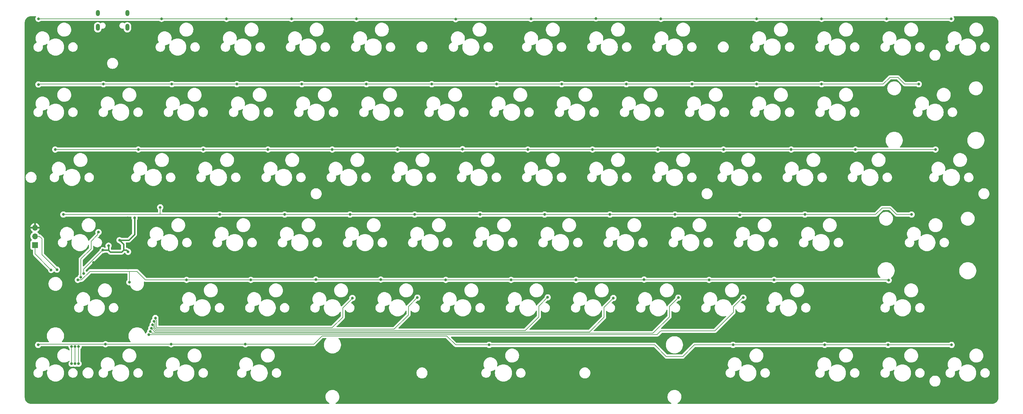
<source format=gbr>
%TF.GenerationSoftware,KiCad,Pcbnew,(6.0.5-0)*%
%TF.CreationDate,2022-06-28T22:26:50+09:00*%
%TF.ProjectId,key-ripper,6b65792d-7269-4707-9065-722e6b696361,rev?*%
%TF.SameCoordinates,Original*%
%TF.FileFunction,Copper,L1,Top*%
%TF.FilePolarity,Positive*%
%FSLAX46Y46*%
G04 Gerber Fmt 4.6, Leading zero omitted, Abs format (unit mm)*
G04 Created by KiCad (PCBNEW (6.0.5-0)) date 2022-06-28 22:26:50*
%MOMM*%
%LPD*%
G01*
G04 APERTURE LIST*
%TA.AperFunction,ComponentPad*%
%ADD10R,1.700000X1.700000*%
%TD*%
%TA.AperFunction,ComponentPad*%
%ADD11O,1.700000X1.700000*%
%TD*%
%TA.AperFunction,ComponentPad*%
%ADD12O,1.200000X1.800000*%
%TD*%
%TA.AperFunction,ComponentPad*%
%ADD13O,1.200000X2.000000*%
%TD*%
%TA.AperFunction,ViaPad*%
%ADD14C,0.800000*%
%TD*%
%TA.AperFunction,Conductor*%
%ADD15C,0.400000*%
%TD*%
%TA.AperFunction,Conductor*%
%ADD16C,0.200000*%
%TD*%
G04 APERTURE END LIST*
D10*
%TO.P,J1,1,Pin_1*%
%TO.N,SWD*%
X-6000000Y-38825000D03*
D11*
%TO.P,J1,2,Pin_2*%
%TO.N,SWCLK*%
X-6000000Y-36285000D03*
%TO.P,J1,3,Pin_3*%
%TO.N,GND*%
X-6000000Y-33745000D03*
%TD*%
D12*
%TO.P,U2,0,0*%
%TO.N,unconnected-(U2-Pad0)*%
X20992855Y29015388D03*
D13*
X20992855Y24815489D03*
D12*
X12342613Y29015388D03*
D13*
X12342613Y24815489D03*
%TD*%
D14*
%TO.N,+3V3*%
X8200000Y-47100000D03*
X23100000Y-30900000D03*
X18700000Y-37400000D03*
X13800000Y-40300000D03*
X15500000Y-39000000D03*
X21210335Y-40792728D03*
%TO.N,GND*%
X19400000Y-34800000D03*
X21100000Y-30900000D03*
X24700000Y24300000D03*
X22700000Y24300000D03*
X18600000Y-31000000D03*
X25700000Y-55000000D03*
X12844622Y-39655378D03*
X15600000Y-36100000D03*
X16500000Y-31000000D03*
X20100000Y-58200000D03*
X20379889Y-51520111D03*
X21200000Y-45500000D03*
X25700000Y-53800000D03*
X21400000Y-58200000D03*
X24500000Y-52600000D03*
X17700000Y-42100000D03*
X18500000Y-9900000D03*
X32000000Y-42900000D03*
X19900000Y-42100000D03*
X10200000Y9400000D03*
X17700000Y-44300000D03*
X23700000Y-57100000D03*
X20100000Y-57000000D03*
X25000000Y-21700000D03*
X37200000Y-22800000D03*
X16500000Y-28700000D03*
X13600000Y-36200000D03*
X23700000Y-58200000D03*
X16600000Y-36100000D03*
X28200000Y-24500000D03*
X8100000Y7100000D03*
X-6000000Y-31400000D03*
X12700000Y22500000D03*
X24900000Y-55800000D03*
X26000000Y-44200000D03*
X16500000Y-9900000D03*
X18800000Y-43200000D03*
X2000000Y-54400000D03*
X8100000Y9400000D03*
X32600000Y-40800000D03*
X10200000Y7100000D03*
X11137485Y-43951759D03*
X22600000Y-58200000D03*
X30800000Y-47200000D03*
X9100000Y20900000D03*
X25700000Y-52600000D03*
X18600000Y-28700000D03*
X18200000Y-54700000D03*
X16900000Y-49500000D03*
X2100000Y-61100000D03*
X10600000Y22500000D03*
X21600000Y21100000D03*
X11700000Y22500000D03*
X700000Y-52500000D03*
X24200000Y-38500000D03*
X18500000Y-12200000D03*
X16500000Y-12200000D03*
X23700000Y24300000D03*
X19000000Y-55800000D03*
X19900000Y-44300000D03*
X24900000Y-57100000D03*
%TO.N,ROW0*%
X69000000Y27300000D03*
X31000000Y27300000D03*
X205000000Y27300000D03*
X158000000Y27400000D03*
X177000000Y27300000D03*
X243000000Y27300000D03*
X88000000Y27300000D03*
X-5000000Y27300000D03*
X261900000Y27300000D03*
X50000000Y27300000D03*
X117000000Y27200000D03*
X139000000Y27300000D03*
X224000000Y27300000D03*
%TO.N,ROW1*%
X224000000Y8200000D03*
X110000000Y8200000D03*
X14000000Y8200000D03*
X129000000Y8200000D03*
X205000000Y8200000D03*
X-5000000Y8100000D03*
X34000000Y8200000D03*
X72000000Y8200000D03*
X252400000Y8200000D03*
X186100000Y8200000D03*
X148000000Y8200000D03*
X166900000Y8200000D03*
X53000000Y8200000D03*
X90900000Y8200000D03*
%TO.N,ROW2*%
X100000000Y-10900000D03*
X215100000Y-10900000D03*
X176100000Y-10900000D03*
X195300000Y-10900000D03*
X119000000Y-10800000D03*
X80900000Y-10900000D03*
X62100000Y-10900000D03*
X43200000Y-10900000D03*
X233900000Y-10900000D03*
X24200000Y-10900000D03*
X138100000Y-10900000D03*
X257300000Y-10900000D03*
X-100000Y-10900000D03*
X157000000Y-10900000D03*
%TO.N,ROW3*%
X181100000Y-29900000D03*
X124100000Y-29900000D03*
X86100000Y-29900000D03*
X200100000Y-30000000D03*
X219100000Y-29900000D03*
X162100000Y-29900000D03*
X48000000Y-29900000D03*
X67000000Y-29900000D03*
X30600000Y-27800000D03*
X2300000Y-29900000D03*
X143000000Y-29900000D03*
X105000000Y-29900000D03*
X250300000Y-29900000D03*
%TO.N,ROW4*%
X172100000Y-48900000D03*
X95100000Y-48900000D03*
X6500000Y-49000000D03*
X133200000Y-49000000D03*
X152200000Y-49000000D03*
X191100000Y-49000000D03*
X210100000Y-49000000D03*
X243600000Y-49100000D03*
X21600000Y-49700000D03*
X38300000Y-49000000D03*
X114100000Y-49000000D03*
X76100000Y-48900000D03*
X57100000Y-49000000D03*
%TO.N,ROW5*%
X14599501Y-67800499D03*
X224900000Y-68000000D03*
X198100000Y-68000000D03*
X243400000Y-68000000D03*
X262000000Y-68000000D03*
X126800000Y-68000000D03*
X33800499Y-67800499D03*
X-5100000Y-68000000D03*
X55500499Y-67800499D03*
%TO.N,SWCLK*%
X400000Y-46000000D03*
%TO.N,SWD*%
X-1300000Y-46100000D03*
%TO.N,CLM0*%
X7400000Y-48200500D03*
X12550000Y-35050000D03*
%TO.N,CLM1*%
X6700000Y-73500000D03*
X6700000Y-68500000D03*
%TO.N,CLM2*%
X5699503Y-73500000D03*
X5700497Y-68500000D03*
%TO.N,CLM3*%
X4700000Y-73500000D03*
X4700000Y-68500000D03*
%TO.N,CLM4*%
X86800000Y-54300000D03*
X29198060Y-60138395D03*
%TO.N,CLM5*%
X105800000Y-54200000D03*
X28798540Y-61130800D03*
%TO.N,CLM7*%
X28399020Y-62106613D03*
X143900000Y-54100000D03*
%TO.N,CLM8*%
X27999020Y-63100000D03*
X163100000Y-54300000D03*
%TO.N,CLM9*%
X182100000Y-54200000D03*
X27700000Y-64100000D03*
%TO.N,CLM10*%
X27253009Y-64993982D03*
X201100000Y-54200000D03*
%TD*%
D15*
%TO.N,+3V3*%
X16000000Y-40900000D02*
X19300000Y-40900000D01*
D16*
X8200000Y-45900000D02*
X8200000Y-47100000D01*
D15*
X15500000Y-40200000D02*
X15400000Y-40300000D01*
X19900000Y-40300000D02*
X19900000Y-38600000D01*
X18700000Y-37400000D02*
X21400000Y-37400000D01*
X23100000Y-35700000D02*
X23100000Y-30900000D01*
X21400000Y-37400000D02*
X23100000Y-35700000D01*
X19900000Y-38600000D02*
X18700000Y-37400000D01*
D16*
X13800000Y-40300000D02*
X8200000Y-45900000D01*
D15*
X13800000Y-40300000D02*
X15400000Y-40300000D01*
X19300000Y-40900000D02*
X19900000Y-40300000D01*
X20717607Y-40300000D02*
X21210335Y-40792728D01*
X15500000Y-39000000D02*
X15500000Y-40200000D01*
X19900000Y-40300000D02*
X20717607Y-40300000D01*
X15400000Y-40300000D02*
X16000000Y-40900000D01*
D16*
%TO.N,ROW0*%
X224000000Y27300000D02*
X243000000Y27300000D01*
X31000000Y27300000D02*
X50000000Y27300000D01*
X243000000Y27300000D02*
X261900000Y27300000D01*
X139000000Y27300000D02*
X177000000Y27300000D01*
X69000000Y27300000D02*
X88000000Y27300000D01*
X50000000Y27300000D02*
X69000000Y27300000D01*
X205000000Y27300000D02*
X224000000Y27300000D01*
X-5000000Y27300000D02*
X31000000Y27300000D01*
X177000000Y27300000D02*
X205000000Y27300000D01*
X88000000Y27300000D02*
X139000000Y27300000D01*
%TO.N,ROW1*%
X252400000Y8200000D02*
X248300000Y8200000D01*
X242000000Y8200000D02*
X224000000Y8200000D01*
X148000000Y8200000D02*
X166900000Y8200000D01*
X90900000Y8200000D02*
X110000000Y8200000D01*
X186100000Y8200000D02*
X205000000Y8200000D01*
X110000000Y8200000D02*
X129000000Y8200000D01*
X72000000Y8200000D02*
X90900000Y8200000D01*
X14000000Y8200000D02*
X-4900000Y8200000D01*
X-4900000Y8200000D02*
X-5000000Y8100000D01*
X246300000Y10200000D02*
X244000000Y10200000D01*
X53000000Y8200000D02*
X72000000Y8200000D01*
X248300000Y8200000D02*
X246300000Y10200000D01*
X205000000Y8200000D02*
X224000000Y8200000D01*
X244000000Y10200000D02*
X242000000Y8200000D01*
X166900000Y8200000D02*
X186100000Y8200000D01*
X34000000Y8200000D02*
X53000000Y8200000D01*
X129000000Y8200000D02*
X148000000Y8200000D01*
X34000000Y8200000D02*
X14000000Y8200000D01*
%TO.N,ROW2*%
X195300000Y-10900000D02*
X215100000Y-10900000D01*
X100000000Y-10900000D02*
X138100000Y-10900000D01*
X24200000Y-10900000D02*
X43200000Y-10900000D01*
X215100000Y-10900000D02*
X233900000Y-10900000D01*
X138100000Y-10900000D02*
X157000000Y-10900000D01*
X80900000Y-10900000D02*
X100000000Y-10900000D01*
X176100000Y-10900000D02*
X195300000Y-10900000D01*
X-100000Y-10900000D02*
X24200000Y-10900000D01*
X43200000Y-10900000D02*
X62100000Y-10900000D01*
X157000000Y-10900000D02*
X176100000Y-10900000D01*
X62100000Y-10900000D02*
X80900000Y-10900000D01*
X233900000Y-10900000D02*
X257300000Y-10900000D01*
%TO.N,ROW3*%
X239800000Y-29900000D02*
X219100000Y-29900000D01*
X2300000Y-29900000D02*
X30600000Y-29900000D01*
X245900000Y-29900000D02*
X244000000Y-28000000D01*
X244000000Y-28000000D02*
X241700000Y-28000000D01*
X86100000Y-29900000D02*
X105000000Y-29900000D01*
X48000000Y-29900000D02*
X67000000Y-29900000D01*
X143000000Y-29900000D02*
X162100000Y-29900000D01*
X30600000Y-29900000D02*
X48000000Y-29900000D01*
X67000000Y-29900000D02*
X86100000Y-29900000D01*
X162100000Y-29900000D02*
X181100000Y-29900000D01*
X105000000Y-29900000D02*
X124100000Y-29900000D01*
X250300000Y-29900000D02*
X245900000Y-29900000D01*
X30600000Y-27800000D02*
X30600000Y-29900000D01*
X241700000Y-28000000D02*
X239800000Y-29900000D01*
X181100000Y-29900000D02*
X219100000Y-29900000D01*
X124100000Y-29900000D02*
X143000000Y-29900000D01*
%TO.N,ROW4*%
X243500000Y-49000000D02*
X210100000Y-49000000D01*
X10089759Y-46500000D02*
X21600000Y-46500000D01*
X191100000Y-49000000D02*
X210100000Y-49000000D01*
X133200000Y-49000000D02*
X152200000Y-49000000D01*
X23800000Y-46500000D02*
X26300000Y-49000000D01*
X6500000Y-49000000D02*
X7589759Y-49000000D01*
X7589759Y-49000000D02*
X10089759Y-46500000D01*
X21600000Y-49700000D02*
X21600000Y-46500000D01*
X26300000Y-49000000D02*
X38300000Y-49000000D01*
X21600000Y-46500000D02*
X23800000Y-46500000D01*
X114100000Y-49000000D02*
X133200000Y-49000000D01*
X38300000Y-49000000D02*
X57100000Y-49000000D01*
X243600000Y-49100000D02*
X243500000Y-49000000D01*
X152200000Y-49000000D02*
X191100000Y-49000000D01*
X57100000Y-49000000D02*
X114100000Y-49000000D01*
%TO.N,ROW5*%
X14599501Y-67800499D02*
X33800499Y-67800499D01*
X178600000Y-71400000D02*
X183400998Y-71400000D01*
X-5100000Y-68000000D02*
X-4900499Y-67800499D01*
X75499501Y-67800499D02*
X77900000Y-65400000D01*
X114400000Y-65400000D02*
X117000000Y-68000000D01*
X-4900499Y-67800499D02*
X14599501Y-67800499D01*
X243400000Y-68000000D02*
X262000000Y-68000000D01*
X183400998Y-71400000D02*
X186800998Y-68000000D01*
X224900000Y-68000000D02*
X243400000Y-68000000D01*
X175200000Y-68000000D02*
X178600000Y-71400000D01*
X33800499Y-67800499D02*
X55500499Y-67800499D01*
X77900000Y-65400000D02*
X114400000Y-65400000D01*
X186800998Y-68000000D02*
X198100000Y-68000000D01*
X198100000Y-68000000D02*
X224900000Y-68000000D01*
X126800000Y-68000000D02*
X175200000Y-68000000D01*
X117000000Y-68000000D02*
X126800000Y-68000000D01*
X55500499Y-67800499D02*
X75499501Y-67800499D01*
%TO.N,SWCLK*%
X-4000000Y-41600000D02*
X-4000000Y-37000000D01*
X-4000000Y-37000000D02*
X-4715000Y-36285000D01*
X400000Y-46000000D02*
X-4000000Y-41600000D01*
X-4715000Y-36285000D02*
X-6000000Y-36285000D01*
%TO.N,SWD*%
X-1300000Y-46100000D02*
X-6000000Y-41400000D01*
X-6000000Y-41400000D02*
X-6000000Y-38825000D01*
%TO.N,CLM0*%
X7400000Y-42900000D02*
X10400000Y-39900000D01*
X12300000Y-35300000D02*
X12550000Y-35050000D01*
X12300000Y-35800000D02*
X12300000Y-35300000D01*
X7400000Y-48200500D02*
X7400000Y-42900000D01*
X10400000Y-37700000D02*
X12300000Y-35800000D01*
X10400000Y-39900000D02*
X10400000Y-37700000D01*
%TO.N,CLM1*%
X6699503Y-68500497D02*
X6700000Y-68500000D01*
X6699503Y-73499503D02*
X6699503Y-68500497D01*
X6700000Y-73500000D02*
X6699503Y-73499503D01*
%TO.N,CLM2*%
X5699503Y-68500994D02*
X5700497Y-68500000D01*
X5699503Y-73500000D02*
X5699503Y-68500994D01*
%TO.N,CLM3*%
X4700000Y-69200000D02*
X4700000Y-68500000D01*
X4700000Y-73500000D02*
X4700000Y-69200000D01*
%TO.N,CLM4*%
X29498051Y-60841052D02*
X29498051Y-62898051D01*
X84000000Y-59900000D02*
X84000000Y-57200000D01*
X29198060Y-60541061D02*
X29498051Y-60841052D01*
X29198060Y-60138395D02*
X29198060Y-60541061D01*
X29596382Y-62996382D02*
X80903618Y-62996382D01*
X80903618Y-62996382D02*
X84000000Y-59900000D01*
X84000000Y-57200000D02*
X86800000Y-54400000D01*
X86800000Y-54400000D02*
X86800000Y-54300000D01*
X29498051Y-62898051D02*
X29596382Y-62996382D01*
%TO.N,CLM5*%
X29424934Y-63395902D02*
X99004098Y-63395902D01*
X99004098Y-63395902D02*
X103200000Y-59200000D01*
X29098531Y-63069499D02*
X29424934Y-63395902D01*
X103200000Y-59200000D02*
X103200000Y-56800000D01*
X29098531Y-61430791D02*
X29098531Y-63069499D01*
X103200000Y-56800000D02*
X105800000Y-54200000D01*
X28798540Y-61130800D02*
X29098531Y-61430791D01*
%TO.N,CLM7*%
X28698531Y-62406124D02*
X28698531Y-63234505D01*
X29259448Y-63795422D02*
X137304578Y-63795422D01*
X28399020Y-62106613D02*
X28698531Y-62406124D01*
X141300000Y-56700000D02*
X143900000Y-54100000D01*
X141300000Y-59800000D02*
X141300000Y-56700000D01*
X28698531Y-63234505D02*
X29259448Y-63795422D01*
X137304578Y-63795422D02*
X141300000Y-59800000D01*
%TO.N,CLM8*%
X156105058Y-64194942D02*
X160400000Y-59900000D01*
X160400000Y-57000000D02*
X163100000Y-54300000D01*
X29093962Y-64194942D02*
X156105058Y-64194942D01*
X160400000Y-59900000D02*
X160400000Y-57000000D01*
X27999020Y-63100000D02*
X29093962Y-64194942D01*
%TO.N,CLM9*%
X170293982Y-64594462D02*
X170300000Y-64600480D01*
X28194462Y-64594462D02*
X170293982Y-64594462D01*
X179500000Y-56800000D02*
X182100000Y-54200000D01*
X179500000Y-59800000D02*
X179500000Y-56800000D01*
X27700000Y-64100000D02*
X28194462Y-64594462D01*
X174699520Y-64600480D02*
X179500000Y-59800000D01*
X170300000Y-64600480D02*
X174699520Y-64600480D01*
%TO.N,CLM10*%
X200900000Y-54200000D02*
X198200000Y-56900000D01*
X175900000Y-65000000D02*
X54400000Y-65000000D01*
X192800000Y-63900000D02*
X177000000Y-63900000D01*
X198200000Y-58500000D02*
X192800000Y-63900000D01*
X54400000Y-65000000D02*
X54393982Y-64993982D01*
X54393982Y-64993982D02*
X27253009Y-64993982D01*
X177000000Y-63900000D02*
X175900000Y-65000000D01*
X198200000Y-56900000D02*
X198200000Y-58500000D01*
X201100000Y-54200000D02*
X200900000Y-54200000D01*
%TD*%
%TA.AperFunction,Conductor*%
%TO.N,GND*%
G36*
X-5747226Y28046498D02*
G01*
X-5700733Y27992842D01*
X-5690629Y27922568D01*
X-5721709Y27856192D01*
X-5739040Y27836944D01*
X-5751371Y27815586D01*
X-5829947Y27679488D01*
X-5834527Y27671556D01*
X-5893542Y27489928D01*
X-5913504Y27300000D01*
X-5912814Y27293435D01*
X-5894869Y27122701D01*
X-5893542Y27110072D01*
X-5834527Y26928444D01*
X-5739040Y26763056D01*
X-5734622Y26758149D01*
X-5734621Y26758148D01*
X-5649000Y26663056D01*
X-5611253Y26621134D01*
X-5590694Y26606197D01*
X-5473615Y26521134D01*
X-5456752Y26508882D01*
X-5450724Y26506198D01*
X-5450722Y26506197D01*
X-5288319Y26433891D01*
X-5282288Y26431206D01*
X-5195521Y26412763D01*
X-5101944Y26392872D01*
X-5101939Y26392872D01*
X-5095487Y26391500D01*
X-4904513Y26391500D01*
X-4898061Y26392872D01*
X-4898056Y26392872D01*
X-4804479Y26412763D01*
X-4717712Y26431206D01*
X-4711681Y26433891D01*
X-4549278Y26506197D01*
X-4549276Y26506198D01*
X-4543248Y26508882D01*
X-4526384Y26521134D01*
X-4400269Y26612763D01*
X-4388747Y26621134D01*
X-4362926Y26649811D01*
X-4302480Y26687050D01*
X-4269290Y26691500D01*
X30269290Y26691500D01*
X30337411Y26671498D01*
X30362926Y26649811D01*
X30388747Y26621134D01*
X30400269Y26612763D01*
X30526385Y26521134D01*
X30543248Y26508882D01*
X30549276Y26506198D01*
X30549278Y26506197D01*
X30711681Y26433891D01*
X30717712Y26431206D01*
X30804479Y26412763D01*
X30898056Y26392872D01*
X30898061Y26392872D01*
X30904513Y26391500D01*
X31095487Y26391500D01*
X31101939Y26392872D01*
X31101944Y26392872D01*
X31195521Y26412763D01*
X31282288Y26431206D01*
X31288319Y26433891D01*
X31450722Y26506197D01*
X31450724Y26506198D01*
X31456752Y26508882D01*
X31473616Y26521134D01*
X31599731Y26612763D01*
X31611253Y26621134D01*
X31637074Y26649811D01*
X31697520Y26687050D01*
X31730710Y26691500D01*
X49269290Y26691500D01*
X49337411Y26671498D01*
X49362926Y26649811D01*
X49388747Y26621134D01*
X49400269Y26612763D01*
X49526385Y26521134D01*
X49543248Y26508882D01*
X49549276Y26506198D01*
X49549278Y26506197D01*
X49711681Y26433891D01*
X49717712Y26431206D01*
X49804479Y26412763D01*
X49898056Y26392872D01*
X49898061Y26392872D01*
X49904513Y26391500D01*
X50095487Y26391500D01*
X50101939Y26392872D01*
X50101944Y26392872D01*
X50195521Y26412763D01*
X50282288Y26431206D01*
X50288319Y26433891D01*
X50450722Y26506197D01*
X50450724Y26506198D01*
X50456752Y26508882D01*
X50473616Y26521134D01*
X50599731Y26612763D01*
X50611253Y26621134D01*
X50637074Y26649811D01*
X50697520Y26687050D01*
X50730710Y26691500D01*
X68269290Y26691500D01*
X68337411Y26671498D01*
X68362926Y26649811D01*
X68388747Y26621134D01*
X68400269Y26612763D01*
X68526385Y26521134D01*
X68543248Y26508882D01*
X68549276Y26506198D01*
X68549278Y26506197D01*
X68711681Y26433891D01*
X68717712Y26431206D01*
X68804479Y26412763D01*
X68898056Y26392872D01*
X68898061Y26392872D01*
X68904513Y26391500D01*
X69095487Y26391500D01*
X69101939Y26392872D01*
X69101944Y26392872D01*
X69195521Y26412763D01*
X69282288Y26431206D01*
X69288319Y26433891D01*
X69450722Y26506197D01*
X69450724Y26506198D01*
X69456752Y26508882D01*
X69473616Y26521134D01*
X69599731Y26612763D01*
X69611253Y26621134D01*
X69637074Y26649811D01*
X69697520Y26687050D01*
X69730710Y26691500D01*
X87269290Y26691500D01*
X87337411Y26671498D01*
X87362926Y26649811D01*
X87388747Y26621134D01*
X87400269Y26612763D01*
X87526385Y26521134D01*
X87543248Y26508882D01*
X87549276Y26506198D01*
X87549278Y26506197D01*
X87711681Y26433891D01*
X87717712Y26431206D01*
X87804479Y26412763D01*
X87898056Y26392872D01*
X87898061Y26392872D01*
X87904513Y26391500D01*
X88095487Y26391500D01*
X88101939Y26392872D01*
X88101944Y26392872D01*
X88195521Y26412763D01*
X88282288Y26431206D01*
X88288319Y26433891D01*
X88450722Y26506197D01*
X88450724Y26506198D01*
X88456752Y26508882D01*
X88473616Y26521134D01*
X88599731Y26612763D01*
X88611253Y26621134D01*
X88637074Y26649811D01*
X88697520Y26687050D01*
X88730710Y26691500D01*
X116179251Y26691500D01*
X116247372Y26671498D01*
X116272886Y26649811D01*
X116312156Y26606197D01*
X116377261Y26533891D01*
X116388747Y26521134D01*
X116543248Y26408882D01*
X116549276Y26406198D01*
X116549278Y26406197D01*
X116711681Y26333891D01*
X116717712Y26331206D01*
X116811112Y26311353D01*
X116898056Y26292872D01*
X116898061Y26292872D01*
X116904513Y26291500D01*
X117095487Y26291500D01*
X117101939Y26292872D01*
X117101944Y26292872D01*
X117188888Y26311353D01*
X117282288Y26331206D01*
X117288319Y26333891D01*
X117450722Y26406197D01*
X117450724Y26406198D01*
X117456752Y26408882D01*
X117611253Y26521134D01*
X117622740Y26533891D01*
X117687844Y26606197D01*
X117727114Y26649810D01*
X117787559Y26687050D01*
X117820749Y26691500D01*
X138269290Y26691500D01*
X138337411Y26671498D01*
X138362926Y26649811D01*
X138388747Y26621134D01*
X138400269Y26612763D01*
X138526385Y26521134D01*
X138543248Y26508882D01*
X138549276Y26506198D01*
X138549278Y26506197D01*
X138711681Y26433891D01*
X138717712Y26431206D01*
X138804479Y26412763D01*
X138898056Y26392872D01*
X138898061Y26392872D01*
X138904513Y26391500D01*
X139095487Y26391500D01*
X139101939Y26392872D01*
X139101944Y26392872D01*
X139195521Y26412763D01*
X139282288Y26431206D01*
X139288319Y26433891D01*
X139450722Y26506197D01*
X139450724Y26506198D01*
X139456752Y26508882D01*
X139473616Y26521134D01*
X139599731Y26612763D01*
X139611253Y26621134D01*
X139637074Y26649811D01*
X139697520Y26687050D01*
X139730710Y26691500D01*
X157388595Y26691500D01*
X157456716Y26671498D01*
X157462656Y26667436D01*
X157531724Y26617255D01*
X157543248Y26608882D01*
X157549276Y26606198D01*
X157549278Y26606197D01*
X157711681Y26533891D01*
X157717712Y26531206D01*
X157780707Y26517816D01*
X157898056Y26492872D01*
X157898061Y26492872D01*
X157904513Y26491500D01*
X158095487Y26491500D01*
X158101939Y26492872D01*
X158101944Y26492872D01*
X158219293Y26517816D01*
X158282288Y26531206D01*
X158288319Y26533891D01*
X158450722Y26606197D01*
X158450724Y26606198D01*
X158456752Y26608882D01*
X158468277Y26617255D01*
X158537344Y26667436D01*
X158604211Y26691294D01*
X158611405Y26691500D01*
X176269290Y26691500D01*
X176337411Y26671498D01*
X176362926Y26649811D01*
X176388747Y26621134D01*
X176400269Y26612763D01*
X176526385Y26521134D01*
X176543248Y26508882D01*
X176549276Y26506198D01*
X176549278Y26506197D01*
X176711681Y26433891D01*
X176717712Y26431206D01*
X176804479Y26412763D01*
X176898056Y26392872D01*
X176898061Y26392872D01*
X176904513Y26391500D01*
X177095487Y26391500D01*
X177101939Y26392872D01*
X177101944Y26392872D01*
X177195521Y26412763D01*
X177282288Y26431206D01*
X177288319Y26433891D01*
X177450722Y26506197D01*
X177450724Y26506198D01*
X177456752Y26508882D01*
X177473616Y26521134D01*
X177599731Y26612763D01*
X177611253Y26621134D01*
X177637074Y26649811D01*
X177697520Y26687050D01*
X177730710Y26691500D01*
X204269290Y26691500D01*
X204337411Y26671498D01*
X204362926Y26649811D01*
X204388747Y26621134D01*
X204400269Y26612763D01*
X204526385Y26521134D01*
X204543248Y26508882D01*
X204549276Y26506198D01*
X204549278Y26506197D01*
X204711681Y26433891D01*
X204717712Y26431206D01*
X204804479Y26412763D01*
X204898056Y26392872D01*
X204898061Y26392872D01*
X204904513Y26391500D01*
X205095487Y26391500D01*
X205101939Y26392872D01*
X205101944Y26392872D01*
X205195521Y26412763D01*
X205282288Y26431206D01*
X205288319Y26433891D01*
X205450722Y26506197D01*
X205450724Y26506198D01*
X205456752Y26508882D01*
X205473616Y26521134D01*
X205599731Y26612763D01*
X205611253Y26621134D01*
X205637074Y26649811D01*
X205697520Y26687050D01*
X205730710Y26691500D01*
X223269290Y26691500D01*
X223337411Y26671498D01*
X223362926Y26649811D01*
X223388747Y26621134D01*
X223400269Y26612763D01*
X223526385Y26521134D01*
X223543248Y26508882D01*
X223549276Y26506198D01*
X223549278Y26506197D01*
X223711681Y26433891D01*
X223717712Y26431206D01*
X223804479Y26412763D01*
X223898056Y26392872D01*
X223898061Y26392872D01*
X223904513Y26391500D01*
X224095487Y26391500D01*
X224101939Y26392872D01*
X224101944Y26392872D01*
X224195521Y26412763D01*
X224282288Y26431206D01*
X224288319Y26433891D01*
X224450722Y26506197D01*
X224450724Y26506198D01*
X224456752Y26508882D01*
X224473616Y26521134D01*
X224599731Y26612763D01*
X224611253Y26621134D01*
X224637074Y26649811D01*
X224697520Y26687050D01*
X224730710Y26691500D01*
X242269290Y26691500D01*
X242337411Y26671498D01*
X242362926Y26649811D01*
X242388747Y26621134D01*
X242400269Y26612763D01*
X242526385Y26521134D01*
X242543248Y26508882D01*
X242549276Y26506198D01*
X242549278Y26506197D01*
X242711681Y26433891D01*
X242717712Y26431206D01*
X242804479Y26412763D01*
X242898056Y26392872D01*
X242898061Y26392872D01*
X242904513Y26391500D01*
X243095487Y26391500D01*
X243101939Y26392872D01*
X243101944Y26392872D01*
X243195521Y26412763D01*
X243282288Y26431206D01*
X243288319Y26433891D01*
X243450722Y26506197D01*
X243450724Y26506198D01*
X243456752Y26508882D01*
X243473616Y26521134D01*
X243599731Y26612763D01*
X243611253Y26621134D01*
X243637074Y26649811D01*
X243697520Y26687050D01*
X243730710Y26691500D01*
X261169290Y26691500D01*
X261237411Y26671498D01*
X261262926Y26649811D01*
X261288747Y26621134D01*
X261300269Y26612763D01*
X261426385Y26521134D01*
X261443248Y26508882D01*
X261449276Y26506198D01*
X261449278Y26506197D01*
X261611681Y26433891D01*
X261617712Y26431206D01*
X261704479Y26412763D01*
X261798056Y26392872D01*
X261798061Y26392872D01*
X261804513Y26391500D01*
X261995487Y26391500D01*
X262001939Y26392872D01*
X262001944Y26392872D01*
X262095521Y26412763D01*
X262182288Y26431206D01*
X262188319Y26433891D01*
X262350722Y26506197D01*
X262350724Y26506198D01*
X262356752Y26508882D01*
X262373616Y26521134D01*
X262490694Y26606197D01*
X262511253Y26621134D01*
X262549000Y26663056D01*
X262634621Y26758148D01*
X262634622Y26758149D01*
X262639040Y26763056D01*
X262734527Y26928444D01*
X262793542Y27110072D01*
X262794870Y27122701D01*
X262812814Y27293435D01*
X262813504Y27300000D01*
X262793542Y27489928D01*
X262734527Y27671556D01*
X262729948Y27679488D01*
X262651371Y27815586D01*
X262639040Y27836944D01*
X262621709Y27856192D01*
X262590993Y27920198D01*
X262599758Y27990651D01*
X262645221Y28045182D01*
X262715347Y28066500D01*
X273794380Y28066500D01*
X273813768Y28064999D01*
X273828319Y28062733D01*
X273837463Y28061309D01*
X273853757Y28063439D01*
X273878329Y28064232D01*
X274079942Y28051014D01*
X274096272Y28048865D01*
X274320349Y28004289D01*
X274336260Y28000025D01*
X274398590Y27978866D01*
X274552595Y27926586D01*
X274567821Y27920278D01*
X274772701Y27819240D01*
X274786974Y27811000D01*
X274976924Y27684078D01*
X274989999Y27674045D01*
X275161760Y27523415D01*
X275173415Y27511760D01*
X275324045Y27339999D01*
X275334078Y27326924D01*
X275461000Y27136974D01*
X275469240Y27122701D01*
X275570278Y26917821D01*
X275576584Y26902601D01*
X275650021Y26686274D01*
X275650024Y26686264D01*
X275654288Y26670353D01*
X275689868Y26491500D01*
X275698864Y26446277D01*
X275701014Y26429942D01*
X275707311Y26333891D01*
X275713762Y26235496D01*
X275712733Y26212369D01*
X275712691Y26208890D01*
X275711309Y26200015D01*
X275713496Y26183295D01*
X275715436Y26168459D01*
X275716500Y26152119D01*
X275716500Y-83294380D01*
X275714999Y-83313767D01*
X275711309Y-83337463D01*
X275712473Y-83346366D01*
X275713439Y-83353754D01*
X275714232Y-83378329D01*
X275703432Y-83543073D01*
X275701015Y-83579936D01*
X275698865Y-83596272D01*
X275654290Y-83820345D01*
X275650025Y-83836260D01*
X275613431Y-83944058D01*
X275576586Y-84052595D01*
X275570278Y-84067821D01*
X275469240Y-84272701D01*
X275461000Y-84286974D01*
X275334078Y-84476924D01*
X275324045Y-84489999D01*
X275173415Y-84661760D01*
X275161760Y-84673415D01*
X274989999Y-84824045D01*
X274976924Y-84834078D01*
X274786974Y-84961000D01*
X274772701Y-84969240D01*
X274567821Y-85070278D01*
X274552595Y-85076586D01*
X274552557Y-85076599D01*
X274336260Y-85150025D01*
X274320349Y-85154289D01*
X274096272Y-85198865D01*
X274079942Y-85201014D01*
X273940614Y-85210149D01*
X273885496Y-85213762D01*
X273862369Y-85212733D01*
X273858890Y-85212691D01*
X273850015Y-85211309D01*
X273821793Y-85215000D01*
X273818459Y-85215436D01*
X273802119Y-85216500D01*
X181982747Y-85216500D01*
X181914626Y-85196498D01*
X181868133Y-85142842D01*
X181858029Y-85072568D01*
X181887523Y-85007988D01*
X181923590Y-84979251D01*
X182048441Y-84912867D01*
X182052001Y-84910281D01*
X182052005Y-84910278D01*
X182274843Y-84748376D01*
X182274846Y-84748374D01*
X182278406Y-84745787D01*
X182353335Y-84673429D01*
X182479718Y-84551383D01*
X182479721Y-84551379D01*
X182482880Y-84548329D01*
X182657883Y-84324335D01*
X182800010Y-84078165D01*
X182801660Y-84074081D01*
X182801663Y-84074075D01*
X182904843Y-83818693D01*
X182904844Y-83818690D01*
X182906492Y-83814611D01*
X182975259Y-83538802D01*
X182992126Y-83378331D01*
X183004513Y-83260475D01*
X183004513Y-83260472D01*
X183004972Y-83256106D01*
X183004819Y-83251712D01*
X182995206Y-82976424D01*
X182995205Y-82976417D01*
X182995052Y-82972027D01*
X182945692Y-82692093D01*
X182944337Y-82687922D01*
X182944335Y-82687915D01*
X182859214Y-82425942D01*
X182857853Y-82421753D01*
X182733245Y-82166269D01*
X182730790Y-82162630D01*
X182730787Y-82162624D01*
X182576753Y-81934259D01*
X182576748Y-81934252D01*
X182574293Y-81930613D01*
X182473452Y-81818617D01*
X182387039Y-81722646D01*
X182387038Y-81722645D01*
X182384091Y-81719372D01*
X182166341Y-81536658D01*
X181925281Y-81386027D01*
X181665603Y-81270411D01*
X181392362Y-81192060D01*
X181388012Y-81191449D01*
X181388009Y-81191448D01*
X181283533Y-81176765D01*
X181110876Y-81152500D01*
X180897774Y-81152500D01*
X180895589Y-81152653D01*
X180895583Y-81152653D01*
X180689575Y-81167058D01*
X180689570Y-81167059D01*
X180685190Y-81167365D01*
X180407149Y-81226465D01*
X180403018Y-81227969D01*
X180403013Y-81227970D01*
X180289738Y-81269199D01*
X180140039Y-81323685D01*
X180136152Y-81325752D01*
X179892951Y-81455063D01*
X179892945Y-81455067D01*
X179889059Y-81457133D01*
X179885499Y-81459719D01*
X179885495Y-81459722D01*
X179775710Y-81539486D01*
X179659094Y-81624213D01*
X179655930Y-81627269D01*
X179655927Y-81627271D01*
X179457782Y-81818617D01*
X179457779Y-81818621D01*
X179454620Y-81821671D01*
X179279617Y-82045665D01*
X179137490Y-82291835D01*
X179135840Y-82295919D01*
X179135837Y-82295925D01*
X179032657Y-82551307D01*
X179031008Y-82555389D01*
X178962241Y-82831198D01*
X178932528Y-83113894D01*
X178932681Y-83118282D01*
X178932681Y-83118288D01*
X178941376Y-83367270D01*
X178942448Y-83397973D01*
X178991808Y-83677907D01*
X178993163Y-83682078D01*
X178993165Y-83682085D01*
X179040720Y-83828442D01*
X179079647Y-83948247D01*
X179204255Y-84203731D01*
X179206710Y-84207370D01*
X179206713Y-84207376D01*
X179360747Y-84435741D01*
X179360752Y-84435748D01*
X179363207Y-84439387D01*
X179366151Y-84442656D01*
X179366152Y-84442658D01*
X179507406Y-84599536D01*
X179553409Y-84650628D01*
X179771159Y-84833342D01*
X180004658Y-84979248D01*
X180011696Y-84983646D01*
X180058866Y-85036707D01*
X180069861Y-85106847D01*
X180041190Y-85171797D01*
X179981956Y-85210936D01*
X179944926Y-85216500D01*
X81982747Y-85216500D01*
X81914626Y-85196498D01*
X81868133Y-85142842D01*
X81858029Y-85072568D01*
X81887523Y-85007988D01*
X81923590Y-84979251D01*
X82048441Y-84912867D01*
X82052001Y-84910281D01*
X82052005Y-84910278D01*
X82274843Y-84748376D01*
X82274846Y-84748374D01*
X82278406Y-84745787D01*
X82353335Y-84673429D01*
X82479718Y-84551383D01*
X82479721Y-84551379D01*
X82482880Y-84548329D01*
X82657883Y-84324335D01*
X82800010Y-84078165D01*
X82801660Y-84074081D01*
X82801663Y-84074075D01*
X82904843Y-83818693D01*
X82904844Y-83818690D01*
X82906492Y-83814611D01*
X82975259Y-83538802D01*
X82992126Y-83378331D01*
X83004513Y-83260475D01*
X83004513Y-83260472D01*
X83004972Y-83256106D01*
X83004819Y-83251712D01*
X82995206Y-82976424D01*
X82995205Y-82976417D01*
X82995052Y-82972027D01*
X82945692Y-82692093D01*
X82944337Y-82687922D01*
X82944335Y-82687915D01*
X82859214Y-82425942D01*
X82857853Y-82421753D01*
X82733245Y-82166269D01*
X82730790Y-82162630D01*
X82730787Y-82162624D01*
X82576753Y-81934259D01*
X82576748Y-81934252D01*
X82574293Y-81930613D01*
X82473452Y-81818617D01*
X82387039Y-81722646D01*
X82387038Y-81722645D01*
X82384091Y-81719372D01*
X82166341Y-81536658D01*
X81925281Y-81386027D01*
X81665603Y-81270411D01*
X81392362Y-81192060D01*
X81388012Y-81191449D01*
X81388009Y-81191448D01*
X81283533Y-81176765D01*
X81110876Y-81152500D01*
X80897774Y-81152500D01*
X80895589Y-81152653D01*
X80895583Y-81152653D01*
X80689575Y-81167058D01*
X80689570Y-81167059D01*
X80685190Y-81167365D01*
X80407149Y-81226465D01*
X80403018Y-81227969D01*
X80403013Y-81227970D01*
X80289738Y-81269199D01*
X80140039Y-81323685D01*
X80136152Y-81325752D01*
X79892951Y-81455063D01*
X79892945Y-81455067D01*
X79889059Y-81457133D01*
X79885499Y-81459719D01*
X79885495Y-81459722D01*
X79775710Y-81539486D01*
X79659094Y-81624213D01*
X79655930Y-81627269D01*
X79655927Y-81627271D01*
X79457782Y-81818617D01*
X79457779Y-81818621D01*
X79454620Y-81821671D01*
X79279617Y-82045665D01*
X79137490Y-82291835D01*
X79135840Y-82295919D01*
X79135837Y-82295925D01*
X79032657Y-82551307D01*
X79031008Y-82555389D01*
X78962241Y-82831198D01*
X78932528Y-83113894D01*
X78932681Y-83118282D01*
X78932681Y-83118288D01*
X78941376Y-83367270D01*
X78942448Y-83397973D01*
X78991808Y-83677907D01*
X78993163Y-83682078D01*
X78993165Y-83682085D01*
X79040720Y-83828442D01*
X79079647Y-83948247D01*
X79204255Y-84203731D01*
X79206710Y-84207370D01*
X79206713Y-84207376D01*
X79360747Y-84435741D01*
X79360752Y-84435748D01*
X79363207Y-84439387D01*
X79366151Y-84442656D01*
X79366152Y-84442658D01*
X79507406Y-84599536D01*
X79553409Y-84650628D01*
X79771159Y-84833342D01*
X80004658Y-84979248D01*
X80011696Y-84983646D01*
X80058866Y-85036707D01*
X80069861Y-85106847D01*
X80041190Y-85171797D01*
X79981956Y-85210936D01*
X79944926Y-85216500D01*
X-7094383Y-85216500D01*
X-7113768Y-85215000D01*
X-7128601Y-85212690D01*
X-7128605Y-85212690D01*
X-7137474Y-85211309D01*
X-7153762Y-85213439D01*
X-7178340Y-85214233D01*
X-7228640Y-85210936D01*
X-7379951Y-85201018D01*
X-7396291Y-85198867D01*
X-7620353Y-85154299D01*
X-7636274Y-85150033D01*
X-7852601Y-85076599D01*
X-7867827Y-85070292D01*
X-8072717Y-84969252D01*
X-8086991Y-84961011D01*
X-8276938Y-84834092D01*
X-8290013Y-84824059D01*
X-8461774Y-84673429D01*
X-8473429Y-84661774D01*
X-8624059Y-84490013D01*
X-8634092Y-84476938D01*
X-8761011Y-84286991D01*
X-8769252Y-84272717D01*
X-8870292Y-84067827D01*
X-8876599Y-84052601D01*
X-8950033Y-83836274D01*
X-8954299Y-83820353D01*
X-8998867Y-83596291D01*
X-9001018Y-83579951D01*
X-9013524Y-83389157D01*
X-9012350Y-83365982D01*
X-9012666Y-83365954D01*
X-9012230Y-83361094D01*
X-9011424Y-83356302D01*
X-9011271Y-83343750D01*
X-9015227Y-83316126D01*
X-9016500Y-83298264D01*
X-9016500Y-76134593D01*
X-6466961Y-76134593D01*
X-6458152Y-76369216D01*
X-6457057Y-76374434D01*
X-6432206Y-76492871D01*
X-6409938Y-76599001D01*
X-6323698Y-76817377D01*
X-6320929Y-76821940D01*
X-6220614Y-76987253D01*
X-6201896Y-77018100D01*
X-6048015Y-77195432D01*
X-6043883Y-77198820D01*
X-5870584Y-77340917D01*
X-5870578Y-77340921D01*
X-5866456Y-77344301D01*
X-5861820Y-77346940D01*
X-5861817Y-77346942D01*
X-5697719Y-77440352D01*
X-5662410Y-77460451D01*
X-5441711Y-77540561D01*
X-5436462Y-77541510D01*
X-5436459Y-77541511D01*
X-5389618Y-77549981D01*
X-5210670Y-77582340D01*
X-5206531Y-77582535D01*
X-5206524Y-77582536D01*
X-5187560Y-77583430D01*
X-5187551Y-77583430D01*
X-5186071Y-77583500D01*
X-5021050Y-77583500D01*
X-4939701Y-77576597D01*
X-4851363Y-77569102D01*
X-4851359Y-77569101D01*
X-4846052Y-77568651D01*
X-4840897Y-77567313D01*
X-4840891Y-77567312D01*
X-4623965Y-77511009D01*
X-4623966Y-77511009D01*
X-4618794Y-77509667D01*
X-4613928Y-77507475D01*
X-4613925Y-77507474D01*
X-4409583Y-77415424D01*
X-4409580Y-77415423D01*
X-4404722Y-77413234D01*
X-4209959Y-77282112D01*
X-4200763Y-77273340D01*
X-4073708Y-77152135D01*
X-4040073Y-77120049D01*
X-3899922Y-76931679D01*
X-3839281Y-76812408D01*
X-3795931Y-76727144D01*
X-3795931Y-76727143D01*
X-3793513Y-76722388D01*
X-3723889Y-76498160D01*
X-3706798Y-76369216D01*
X-3693739Y-76270690D01*
X-3693739Y-76270687D01*
X-3693039Y-76265407D01*
X-3701848Y-76030784D01*
X-3742445Y-75837301D01*
X-3736858Y-75766525D01*
X-3693893Y-75710004D01*
X-3627919Y-75685734D01*
X-3530685Y-75678935D01*
X-3530680Y-75678934D01*
X-3526300Y-75678628D01*
X-3248123Y-75619499D01*
X-3243994Y-75617996D01*
X-3243990Y-75617995D01*
X-2985026Y-75523740D01*
X-2985022Y-75523738D01*
X-2980881Y-75522231D01*
X-2976991Y-75520163D01*
X-2976985Y-75520160D01*
X-2733670Y-75390787D01*
X-2733664Y-75390783D01*
X-2729778Y-75388717D01*
X-2726212Y-75386126D01*
X-2726207Y-75386123D01*
X-2584259Y-75282993D01*
X-2517392Y-75259134D01*
X-2448240Y-75275215D01*
X-2398760Y-75326129D01*
X-2384661Y-75395712D01*
X-2390051Y-75422307D01*
X-2390443Y-75423298D01*
X-2468940Y-75729025D01*
X-2508500Y-76042179D01*
X-2508500Y-76357821D01*
X-2468940Y-76670975D01*
X-2390443Y-76976702D01*
X-2388990Y-76980371D01*
X-2388990Y-76980372D01*
X-2303841Y-77195432D01*
X-2274247Y-77270179D01*
X-2272341Y-77273647D01*
X-2272340Y-77273648D01*
X-2125602Y-77540561D01*
X-2122184Y-77546779D01*
X-1936654Y-77802140D01*
X-1720582Y-78032233D01*
X-1717531Y-78034757D01*
X-1717530Y-78034758D01*
X-1659628Y-78082659D01*
X-1477375Y-78233432D01*
X-1210869Y-78402562D01*
X-1207290Y-78404246D01*
X-1207283Y-78404250D01*
X-928856Y-78535267D01*
X-928852Y-78535269D01*
X-925266Y-78536956D01*
X-625072Y-78634495D01*
X-315020Y-78693641D01*
X-78838Y-78708500D01*
X78838Y-78708500D01*
X315020Y-78693641D01*
X625072Y-78634495D01*
X925266Y-78536956D01*
X928852Y-78535269D01*
X928856Y-78535267D01*
X1207283Y-78404250D01*
X1207290Y-78404246D01*
X1210869Y-78402562D01*
X1477375Y-78233432D01*
X1659628Y-78082659D01*
X1717530Y-78034758D01*
X1717531Y-78034757D01*
X1720582Y-78032233D01*
X1936654Y-77802140D01*
X2122184Y-77546779D01*
X2125603Y-77540561D01*
X2272340Y-77273648D01*
X2272341Y-77273647D01*
X2274247Y-77270179D01*
X2303842Y-77195432D01*
X2388990Y-76980372D01*
X2388990Y-76980371D01*
X2390443Y-76976702D01*
X2468940Y-76670975D01*
X2508500Y-76357821D01*
X2508500Y-76134593D01*
X3693039Y-76134593D01*
X3701848Y-76369216D01*
X3702943Y-76374434D01*
X3727794Y-76492871D01*
X3750062Y-76599001D01*
X3836302Y-76817377D01*
X3839071Y-76821940D01*
X3939386Y-76987253D01*
X3958104Y-77018100D01*
X4111985Y-77195432D01*
X4116117Y-77198820D01*
X4289416Y-77340917D01*
X4289422Y-77340921D01*
X4293544Y-77344301D01*
X4298180Y-77346940D01*
X4298183Y-77346942D01*
X4462281Y-77440352D01*
X4497590Y-77460451D01*
X4718289Y-77540561D01*
X4723538Y-77541510D01*
X4723541Y-77541511D01*
X4770382Y-77549981D01*
X4949330Y-77582340D01*
X4953469Y-77582535D01*
X4953476Y-77582536D01*
X4972440Y-77583430D01*
X4972449Y-77583430D01*
X4973929Y-77583500D01*
X5138950Y-77583500D01*
X5220299Y-77576597D01*
X5308637Y-77569102D01*
X5308641Y-77569101D01*
X5313948Y-77568651D01*
X5319103Y-77567313D01*
X5319109Y-77567312D01*
X5536035Y-77511009D01*
X5536034Y-77511009D01*
X5541206Y-77509667D01*
X5546072Y-77507475D01*
X5546075Y-77507474D01*
X5750417Y-77415424D01*
X5750420Y-77415423D01*
X5755278Y-77413234D01*
X5950041Y-77282112D01*
X5959237Y-77273340D01*
X6086292Y-77152135D01*
X6119927Y-77120049D01*
X6260078Y-76931679D01*
X6320719Y-76812408D01*
X6364069Y-76727144D01*
X6364069Y-76727143D01*
X6366487Y-76722388D01*
X6436111Y-76498160D01*
X6453202Y-76369216D01*
X6466261Y-76270690D01*
X6466261Y-76270687D01*
X6466961Y-76265407D01*
X6464505Y-76200000D01*
X7911526Y-76200000D01*
X7931391Y-76452403D01*
X7990495Y-76698591D01*
X7992388Y-76703162D01*
X7992389Y-76703164D01*
X8085074Y-76926924D01*
X8087384Y-76932502D01*
X8219672Y-77148376D01*
X8384102Y-77340898D01*
X8576624Y-77505328D01*
X8792498Y-77637616D01*
X8797068Y-77639509D01*
X8797072Y-77639511D01*
X9021836Y-77732611D01*
X9026409Y-77734505D01*
X9111032Y-77754821D01*
X9267784Y-77792454D01*
X9267790Y-77792455D01*
X9272597Y-77793609D01*
X9372416Y-77801465D01*
X9459345Y-77808307D01*
X9459352Y-77808307D01*
X9461801Y-77808500D01*
X9588199Y-77808500D01*
X9590648Y-77808307D01*
X9590655Y-77808307D01*
X9677584Y-77801465D01*
X9777403Y-77793609D01*
X9782210Y-77792455D01*
X9782216Y-77792454D01*
X9938968Y-77754821D01*
X10023591Y-77734505D01*
X10028164Y-77732611D01*
X10252928Y-77639511D01*
X10252932Y-77639509D01*
X10257502Y-77637616D01*
X10473376Y-77505328D01*
X10665898Y-77340898D01*
X10830328Y-77148376D01*
X10962616Y-76932502D01*
X10964927Y-76926924D01*
X11057611Y-76703164D01*
X11057612Y-76703162D01*
X11059505Y-76698591D01*
X11118609Y-76452403D01*
X11138474Y-76200000D01*
X11133326Y-76134593D01*
X12583039Y-76134593D01*
X12591848Y-76369216D01*
X12592943Y-76374434D01*
X12617794Y-76492871D01*
X12640062Y-76599001D01*
X12726302Y-76817377D01*
X12729071Y-76821940D01*
X12829386Y-76987253D01*
X12848104Y-77018100D01*
X13001985Y-77195432D01*
X13006117Y-77198820D01*
X13179416Y-77340917D01*
X13179422Y-77340921D01*
X13183544Y-77344301D01*
X13188180Y-77346940D01*
X13188183Y-77346942D01*
X13352281Y-77440352D01*
X13387590Y-77460451D01*
X13608289Y-77540561D01*
X13613538Y-77541510D01*
X13613541Y-77541511D01*
X13660382Y-77549981D01*
X13839330Y-77582340D01*
X13843469Y-77582535D01*
X13843476Y-77582536D01*
X13862440Y-77583430D01*
X13862449Y-77583430D01*
X13863929Y-77583500D01*
X14028950Y-77583500D01*
X14110299Y-77576597D01*
X14198637Y-77569102D01*
X14198641Y-77569101D01*
X14203948Y-77568651D01*
X14209103Y-77567313D01*
X14209109Y-77567312D01*
X14426035Y-77511009D01*
X14426034Y-77511009D01*
X14431206Y-77509667D01*
X14436072Y-77507475D01*
X14436075Y-77507474D01*
X14640417Y-77415424D01*
X14640420Y-77415423D01*
X14645278Y-77413234D01*
X14840041Y-77282112D01*
X14849237Y-77273340D01*
X14976292Y-77152135D01*
X15009927Y-77120049D01*
X15150078Y-76931679D01*
X15210719Y-76812408D01*
X15254069Y-76727144D01*
X15254069Y-76727143D01*
X15256487Y-76722388D01*
X15326111Y-76498160D01*
X15343202Y-76369216D01*
X15356261Y-76270690D01*
X15356261Y-76270687D01*
X15356961Y-76265407D01*
X15348152Y-76030784D01*
X15307555Y-75837301D01*
X15313142Y-75766525D01*
X15356107Y-75710004D01*
X15422081Y-75685734D01*
X15519315Y-75678935D01*
X15519320Y-75678934D01*
X15523700Y-75678628D01*
X15801877Y-75619499D01*
X15806006Y-75617996D01*
X15806010Y-75617995D01*
X16064974Y-75523740D01*
X16064978Y-75523738D01*
X16069119Y-75522231D01*
X16073009Y-75520163D01*
X16073015Y-75520160D01*
X16316330Y-75390787D01*
X16316336Y-75390783D01*
X16320222Y-75388717D01*
X16323788Y-75386126D01*
X16323793Y-75386123D01*
X16465741Y-75282993D01*
X16532608Y-75259134D01*
X16601760Y-75275215D01*
X16651240Y-75326129D01*
X16665339Y-75395712D01*
X16659949Y-75422307D01*
X16659557Y-75423298D01*
X16581060Y-75729025D01*
X16541500Y-76042179D01*
X16541500Y-76357821D01*
X16581060Y-76670975D01*
X16659557Y-76976702D01*
X16661010Y-76980371D01*
X16661010Y-76980372D01*
X16746159Y-77195432D01*
X16775753Y-77270179D01*
X16777659Y-77273647D01*
X16777660Y-77273648D01*
X16924398Y-77540561D01*
X16927816Y-77546779D01*
X17113346Y-77802140D01*
X17329418Y-78032233D01*
X17332469Y-78034757D01*
X17332470Y-78034758D01*
X17390372Y-78082659D01*
X17572625Y-78233432D01*
X17839131Y-78402562D01*
X17842710Y-78404246D01*
X17842717Y-78404250D01*
X18121144Y-78535267D01*
X18121148Y-78535269D01*
X18124734Y-78536956D01*
X18424928Y-78634495D01*
X18734980Y-78693641D01*
X18971162Y-78708500D01*
X19128838Y-78708500D01*
X19365020Y-78693641D01*
X19675072Y-78634495D01*
X19975266Y-78536956D01*
X19978852Y-78535269D01*
X19978856Y-78535267D01*
X20257283Y-78404250D01*
X20257290Y-78404246D01*
X20260869Y-78402562D01*
X20527375Y-78233432D01*
X20709628Y-78082659D01*
X20767530Y-78034758D01*
X20767531Y-78034757D01*
X20770582Y-78032233D01*
X20986654Y-77802140D01*
X21172184Y-77546779D01*
X21175603Y-77540561D01*
X21322340Y-77273648D01*
X21322341Y-77273647D01*
X21324247Y-77270179D01*
X21353842Y-77195432D01*
X21438990Y-76980372D01*
X21438990Y-76980371D01*
X21440443Y-76976702D01*
X21518940Y-76670975D01*
X21558500Y-76357821D01*
X21558500Y-76134593D01*
X22743039Y-76134593D01*
X22751848Y-76369216D01*
X22752943Y-76374434D01*
X22777794Y-76492871D01*
X22800062Y-76599001D01*
X22886302Y-76817377D01*
X22889071Y-76821940D01*
X22989386Y-76987253D01*
X23008104Y-77018100D01*
X23161985Y-77195432D01*
X23166117Y-77198820D01*
X23339416Y-77340917D01*
X23339422Y-77340921D01*
X23343544Y-77344301D01*
X23348180Y-77346940D01*
X23348183Y-77346942D01*
X23512281Y-77440352D01*
X23547590Y-77460451D01*
X23768289Y-77540561D01*
X23773538Y-77541510D01*
X23773541Y-77541511D01*
X23820382Y-77549981D01*
X23999330Y-77582340D01*
X24003469Y-77582535D01*
X24003476Y-77582536D01*
X24022440Y-77583430D01*
X24022449Y-77583430D01*
X24023929Y-77583500D01*
X24188950Y-77583500D01*
X24270299Y-77576597D01*
X24358637Y-77569102D01*
X24358641Y-77569101D01*
X24363948Y-77568651D01*
X24369103Y-77567313D01*
X24369109Y-77567312D01*
X24586035Y-77511009D01*
X24586034Y-77511009D01*
X24591206Y-77509667D01*
X24596072Y-77507475D01*
X24596075Y-77507474D01*
X24800417Y-77415424D01*
X24800420Y-77415423D01*
X24805278Y-77413234D01*
X25000041Y-77282112D01*
X25009237Y-77273340D01*
X25136292Y-77152135D01*
X25169927Y-77120049D01*
X25310078Y-76931679D01*
X25370719Y-76812408D01*
X25414069Y-76727144D01*
X25414069Y-76727143D01*
X25416487Y-76722388D01*
X25486111Y-76498160D01*
X25503202Y-76369216D01*
X25516261Y-76270690D01*
X25516261Y-76270687D01*
X25516961Y-76265407D01*
X25512050Y-76134593D01*
X31633039Y-76134593D01*
X31641848Y-76369216D01*
X31642943Y-76374434D01*
X31667794Y-76492871D01*
X31690062Y-76599001D01*
X31776302Y-76817377D01*
X31779071Y-76821940D01*
X31879386Y-76987253D01*
X31898104Y-77018100D01*
X32051985Y-77195432D01*
X32056117Y-77198820D01*
X32229416Y-77340917D01*
X32229422Y-77340921D01*
X32233544Y-77344301D01*
X32238180Y-77346940D01*
X32238183Y-77346942D01*
X32402281Y-77440352D01*
X32437590Y-77460451D01*
X32658289Y-77540561D01*
X32663538Y-77541510D01*
X32663541Y-77541511D01*
X32710382Y-77549981D01*
X32889330Y-77582340D01*
X32893469Y-77582535D01*
X32893476Y-77582536D01*
X32912440Y-77583430D01*
X32912449Y-77583430D01*
X32913929Y-77583500D01*
X33078950Y-77583500D01*
X33160299Y-77576597D01*
X33248637Y-77569102D01*
X33248641Y-77569101D01*
X33253948Y-77568651D01*
X33259103Y-77567313D01*
X33259109Y-77567312D01*
X33476035Y-77511009D01*
X33476034Y-77511009D01*
X33481206Y-77509667D01*
X33486072Y-77507475D01*
X33486075Y-77507474D01*
X33690417Y-77415424D01*
X33690420Y-77415423D01*
X33695278Y-77413234D01*
X33890041Y-77282112D01*
X33899237Y-77273340D01*
X34026292Y-77152135D01*
X34059927Y-77120049D01*
X34200078Y-76931679D01*
X34260719Y-76812408D01*
X34304069Y-76727144D01*
X34304069Y-76727143D01*
X34306487Y-76722388D01*
X34376111Y-76498160D01*
X34393202Y-76369216D01*
X34406261Y-76270690D01*
X34406261Y-76270687D01*
X34406961Y-76265407D01*
X34398152Y-76030784D01*
X34357555Y-75837301D01*
X34363142Y-75766525D01*
X34406107Y-75710004D01*
X34472081Y-75685734D01*
X34569315Y-75678935D01*
X34569320Y-75678934D01*
X34573700Y-75678628D01*
X34851877Y-75619499D01*
X34856006Y-75617996D01*
X34856010Y-75617995D01*
X35114974Y-75523740D01*
X35114978Y-75523738D01*
X35119119Y-75522231D01*
X35123009Y-75520163D01*
X35123015Y-75520160D01*
X35366330Y-75390787D01*
X35366336Y-75390783D01*
X35370222Y-75388717D01*
X35373788Y-75386126D01*
X35373793Y-75386123D01*
X35515741Y-75282993D01*
X35582608Y-75259134D01*
X35651760Y-75275215D01*
X35701240Y-75326129D01*
X35715339Y-75395712D01*
X35709949Y-75422307D01*
X35709557Y-75423298D01*
X35631060Y-75729025D01*
X35591500Y-76042179D01*
X35591500Y-76357821D01*
X35631060Y-76670975D01*
X35709557Y-76976702D01*
X35711010Y-76980371D01*
X35711010Y-76980372D01*
X35796159Y-77195432D01*
X35825753Y-77270179D01*
X35827659Y-77273647D01*
X35827660Y-77273648D01*
X35974398Y-77540561D01*
X35977816Y-77546779D01*
X36163346Y-77802140D01*
X36379418Y-78032233D01*
X36382469Y-78034757D01*
X36382470Y-78034758D01*
X36440372Y-78082659D01*
X36622625Y-78233432D01*
X36889131Y-78402562D01*
X36892710Y-78404246D01*
X36892717Y-78404250D01*
X37171144Y-78535267D01*
X37171148Y-78535269D01*
X37174734Y-78536956D01*
X37474928Y-78634495D01*
X37784980Y-78693641D01*
X38021162Y-78708500D01*
X38178838Y-78708500D01*
X38415020Y-78693641D01*
X38725072Y-78634495D01*
X39025266Y-78536956D01*
X39028852Y-78535269D01*
X39028856Y-78535267D01*
X39307283Y-78404250D01*
X39307290Y-78404246D01*
X39310869Y-78402562D01*
X39577375Y-78233432D01*
X39759628Y-78082659D01*
X39817530Y-78034758D01*
X39817531Y-78034757D01*
X39820582Y-78032233D01*
X40036654Y-77802140D01*
X40222184Y-77546779D01*
X40225603Y-77540561D01*
X40372340Y-77273648D01*
X40372341Y-77273647D01*
X40374247Y-77270179D01*
X40403842Y-77195432D01*
X40488990Y-76980372D01*
X40488990Y-76980371D01*
X40490443Y-76976702D01*
X40568940Y-76670975D01*
X40608500Y-76357821D01*
X40608500Y-76134593D01*
X41793039Y-76134593D01*
X41801848Y-76369216D01*
X41802943Y-76374434D01*
X41827794Y-76492871D01*
X41850062Y-76599001D01*
X41936302Y-76817377D01*
X41939071Y-76821940D01*
X42039386Y-76987253D01*
X42058104Y-77018100D01*
X42211985Y-77195432D01*
X42216117Y-77198820D01*
X42389416Y-77340917D01*
X42389422Y-77340921D01*
X42393544Y-77344301D01*
X42398180Y-77346940D01*
X42398183Y-77346942D01*
X42562281Y-77440352D01*
X42597590Y-77460451D01*
X42818289Y-77540561D01*
X42823538Y-77541510D01*
X42823541Y-77541511D01*
X42870382Y-77549981D01*
X43049330Y-77582340D01*
X43053469Y-77582535D01*
X43053476Y-77582536D01*
X43072440Y-77583430D01*
X43072449Y-77583430D01*
X43073929Y-77583500D01*
X43238950Y-77583500D01*
X43320299Y-77576597D01*
X43408637Y-77569102D01*
X43408641Y-77569101D01*
X43413948Y-77568651D01*
X43419103Y-77567313D01*
X43419109Y-77567312D01*
X43636035Y-77511009D01*
X43636034Y-77511009D01*
X43641206Y-77509667D01*
X43646072Y-77507475D01*
X43646075Y-77507474D01*
X43850417Y-77415424D01*
X43850420Y-77415423D01*
X43855278Y-77413234D01*
X44050041Y-77282112D01*
X44059237Y-77273340D01*
X44186292Y-77152135D01*
X44219927Y-77120049D01*
X44360078Y-76931679D01*
X44420719Y-76812408D01*
X44464069Y-76727144D01*
X44464069Y-76727143D01*
X44466487Y-76722388D01*
X44536111Y-76498160D01*
X44553202Y-76369216D01*
X44566261Y-76270690D01*
X44566261Y-76270687D01*
X44566961Y-76265407D01*
X44562050Y-76134593D01*
X53064289Y-76134593D01*
X53073098Y-76369216D01*
X53074193Y-76374434D01*
X53099044Y-76492871D01*
X53121312Y-76599001D01*
X53207552Y-76817377D01*
X53210321Y-76821940D01*
X53310636Y-76987253D01*
X53329354Y-77018100D01*
X53483235Y-77195432D01*
X53487367Y-77198820D01*
X53660666Y-77340917D01*
X53660672Y-77340921D01*
X53664794Y-77344301D01*
X53669430Y-77346940D01*
X53669433Y-77346942D01*
X53833531Y-77440352D01*
X53868840Y-77460451D01*
X54089539Y-77540561D01*
X54094788Y-77541510D01*
X54094791Y-77541511D01*
X54141632Y-77549981D01*
X54320580Y-77582340D01*
X54324719Y-77582535D01*
X54324726Y-77582536D01*
X54343690Y-77583430D01*
X54343699Y-77583430D01*
X54345179Y-77583500D01*
X54510200Y-77583500D01*
X54591549Y-77576597D01*
X54679887Y-77569102D01*
X54679891Y-77569101D01*
X54685198Y-77568651D01*
X54690353Y-77567313D01*
X54690359Y-77567312D01*
X54907285Y-77511009D01*
X54907284Y-77511009D01*
X54912456Y-77509667D01*
X54917322Y-77507475D01*
X54917325Y-77507474D01*
X55121667Y-77415424D01*
X55121670Y-77415423D01*
X55126528Y-77413234D01*
X55321291Y-77282112D01*
X55330487Y-77273340D01*
X55457542Y-77152135D01*
X55491177Y-77120049D01*
X55631328Y-76931679D01*
X55691969Y-76812408D01*
X55735319Y-76727144D01*
X55735319Y-76727143D01*
X55737737Y-76722388D01*
X55807361Y-76498160D01*
X55824452Y-76369216D01*
X55837511Y-76270690D01*
X55837511Y-76270687D01*
X55838211Y-76265407D01*
X55829402Y-76030784D01*
X55788805Y-75837301D01*
X55794392Y-75766525D01*
X55837357Y-75710004D01*
X55903331Y-75685734D01*
X56000565Y-75678935D01*
X56000570Y-75678934D01*
X56004950Y-75678628D01*
X56283127Y-75619499D01*
X56287256Y-75617996D01*
X56287260Y-75617995D01*
X56546224Y-75523740D01*
X56546228Y-75523738D01*
X56550369Y-75522231D01*
X56554259Y-75520163D01*
X56554265Y-75520160D01*
X56797580Y-75390787D01*
X56797586Y-75390783D01*
X56801472Y-75388717D01*
X56805038Y-75386126D01*
X56805043Y-75386123D01*
X56946991Y-75282993D01*
X57013858Y-75259134D01*
X57083010Y-75275215D01*
X57132490Y-75326129D01*
X57146589Y-75395712D01*
X57141199Y-75422307D01*
X57140807Y-75423298D01*
X57062310Y-75729025D01*
X57022750Y-76042179D01*
X57022750Y-76357821D01*
X57062310Y-76670975D01*
X57140807Y-76976702D01*
X57142260Y-76980371D01*
X57142260Y-76980372D01*
X57227409Y-77195432D01*
X57257003Y-77270179D01*
X57258909Y-77273647D01*
X57258910Y-77273648D01*
X57405648Y-77540561D01*
X57409066Y-77546779D01*
X57594596Y-77802140D01*
X57810668Y-78032233D01*
X57813719Y-78034757D01*
X57813720Y-78034758D01*
X57871622Y-78082659D01*
X58053875Y-78233432D01*
X58320381Y-78402562D01*
X58323960Y-78404246D01*
X58323967Y-78404250D01*
X58602394Y-78535267D01*
X58602398Y-78535269D01*
X58605984Y-78536956D01*
X58906178Y-78634495D01*
X59216230Y-78693641D01*
X59452412Y-78708500D01*
X59610088Y-78708500D01*
X59846270Y-78693641D01*
X60156322Y-78634495D01*
X60456516Y-78536956D01*
X60460102Y-78535269D01*
X60460106Y-78535267D01*
X60738533Y-78404250D01*
X60738540Y-78404246D01*
X60742119Y-78402562D01*
X61008625Y-78233432D01*
X61190878Y-78082659D01*
X61248780Y-78034758D01*
X61248781Y-78034757D01*
X61251832Y-78032233D01*
X61467904Y-77802140D01*
X61653434Y-77546779D01*
X61656853Y-77540561D01*
X61803590Y-77273648D01*
X61803591Y-77273647D01*
X61805497Y-77270179D01*
X61835092Y-77195432D01*
X61920240Y-76980372D01*
X61920240Y-76980371D01*
X61921693Y-76976702D01*
X62000190Y-76670975D01*
X62039750Y-76357821D01*
X62039750Y-76134593D01*
X63224289Y-76134593D01*
X63233098Y-76369216D01*
X63234193Y-76374434D01*
X63259044Y-76492871D01*
X63281312Y-76599001D01*
X63367552Y-76817377D01*
X63370321Y-76821940D01*
X63470636Y-76987253D01*
X63489354Y-77018100D01*
X63643235Y-77195432D01*
X63647367Y-77198820D01*
X63820666Y-77340917D01*
X63820672Y-77340921D01*
X63824794Y-77344301D01*
X63829430Y-77346940D01*
X63829433Y-77346942D01*
X63993531Y-77440352D01*
X64028840Y-77460451D01*
X64249539Y-77540561D01*
X64254788Y-77541510D01*
X64254791Y-77541511D01*
X64301632Y-77549981D01*
X64480580Y-77582340D01*
X64484719Y-77582535D01*
X64484726Y-77582536D01*
X64503690Y-77583430D01*
X64503699Y-77583430D01*
X64505179Y-77583500D01*
X64670200Y-77583500D01*
X64751549Y-77576597D01*
X64839887Y-77569102D01*
X64839891Y-77569101D01*
X64845198Y-77568651D01*
X64850353Y-77567313D01*
X64850359Y-77567312D01*
X65067285Y-77511009D01*
X65067284Y-77511009D01*
X65072456Y-77509667D01*
X65077322Y-77507475D01*
X65077325Y-77507474D01*
X65281667Y-77415424D01*
X65281670Y-77415423D01*
X65286528Y-77413234D01*
X65481291Y-77282112D01*
X65490487Y-77273340D01*
X65617542Y-77152135D01*
X65651177Y-77120049D01*
X65791328Y-76931679D01*
X65851969Y-76812408D01*
X65895319Y-76727144D01*
X65895319Y-76727143D01*
X65897737Y-76722388D01*
X65967361Y-76498160D01*
X65984452Y-76369216D01*
X65997511Y-76270690D01*
X65997511Y-76270687D01*
X65998211Y-76265407D01*
X65995755Y-76200000D01*
X105542776Y-76200000D01*
X105562641Y-76452403D01*
X105621745Y-76698591D01*
X105623638Y-76703162D01*
X105623639Y-76703164D01*
X105716324Y-76926924D01*
X105718634Y-76932502D01*
X105850922Y-77148376D01*
X106015352Y-77340898D01*
X106207874Y-77505328D01*
X106423748Y-77637616D01*
X106428318Y-77639509D01*
X106428322Y-77639511D01*
X106653086Y-77732611D01*
X106657659Y-77734505D01*
X106742282Y-77754821D01*
X106899034Y-77792454D01*
X106899040Y-77792455D01*
X106903847Y-77793609D01*
X107003666Y-77801465D01*
X107090595Y-77808307D01*
X107090602Y-77808307D01*
X107093051Y-77808500D01*
X107219449Y-77808500D01*
X107221898Y-77808307D01*
X107221905Y-77808307D01*
X107308834Y-77801465D01*
X107408653Y-77793609D01*
X107413460Y-77792455D01*
X107413466Y-77792454D01*
X107570218Y-77754821D01*
X107654841Y-77734505D01*
X107659414Y-77732611D01*
X107884178Y-77639511D01*
X107884182Y-77639509D01*
X107888752Y-77637616D01*
X108104626Y-77505328D01*
X108297148Y-77340898D01*
X108461578Y-77148376D01*
X108593866Y-76932502D01*
X108596177Y-76926924D01*
X108688861Y-76703164D01*
X108688862Y-76703162D01*
X108690755Y-76698591D01*
X108749859Y-76452403D01*
X108769724Y-76200000D01*
X108764576Y-76134593D01*
X124501789Y-76134593D01*
X124510598Y-76369216D01*
X124511693Y-76374434D01*
X124536544Y-76492871D01*
X124558812Y-76599001D01*
X124645052Y-76817377D01*
X124647821Y-76821940D01*
X124748136Y-76987253D01*
X124766854Y-77018100D01*
X124920735Y-77195432D01*
X124924867Y-77198820D01*
X125098166Y-77340917D01*
X125098172Y-77340921D01*
X125102294Y-77344301D01*
X125106930Y-77346940D01*
X125106933Y-77346942D01*
X125271031Y-77440352D01*
X125306340Y-77460451D01*
X125527039Y-77540561D01*
X125532288Y-77541510D01*
X125532291Y-77541511D01*
X125579132Y-77549981D01*
X125758080Y-77582340D01*
X125762219Y-77582535D01*
X125762226Y-77582536D01*
X125781190Y-77583430D01*
X125781199Y-77583430D01*
X125782679Y-77583500D01*
X125947700Y-77583500D01*
X126029049Y-77576597D01*
X126117387Y-77569102D01*
X126117391Y-77569101D01*
X126122698Y-77568651D01*
X126127853Y-77567313D01*
X126127859Y-77567312D01*
X126344785Y-77511009D01*
X126344784Y-77511009D01*
X126349956Y-77509667D01*
X126354822Y-77507475D01*
X126354825Y-77507474D01*
X126559167Y-77415424D01*
X126559170Y-77415423D01*
X126564028Y-77413234D01*
X126758791Y-77282112D01*
X126767987Y-77273340D01*
X126895042Y-77152135D01*
X126928677Y-77120049D01*
X127068828Y-76931679D01*
X127129469Y-76812408D01*
X127172819Y-76727144D01*
X127172819Y-76727143D01*
X127175237Y-76722388D01*
X127244861Y-76498160D01*
X127261952Y-76369216D01*
X127275011Y-76270690D01*
X127275011Y-76270687D01*
X127275711Y-76265407D01*
X127266902Y-76030784D01*
X127226305Y-75837301D01*
X127231892Y-75766525D01*
X127274857Y-75710004D01*
X127340831Y-75685734D01*
X127438065Y-75678935D01*
X127438070Y-75678934D01*
X127442450Y-75678628D01*
X127720627Y-75619499D01*
X127724756Y-75617996D01*
X127724760Y-75617995D01*
X127983724Y-75523740D01*
X127983728Y-75523738D01*
X127987869Y-75522231D01*
X127991759Y-75520163D01*
X127991765Y-75520160D01*
X128235080Y-75390787D01*
X128235086Y-75390783D01*
X128238972Y-75388717D01*
X128242538Y-75386126D01*
X128242543Y-75386123D01*
X128384491Y-75282993D01*
X128451358Y-75259134D01*
X128520510Y-75275215D01*
X128569990Y-75326129D01*
X128584089Y-75395712D01*
X128578699Y-75422307D01*
X128578307Y-75423298D01*
X128499810Y-75729025D01*
X128460250Y-76042179D01*
X128460250Y-76357821D01*
X128499810Y-76670975D01*
X128578307Y-76976702D01*
X128579760Y-76980371D01*
X128579760Y-76980372D01*
X128664909Y-77195432D01*
X128694503Y-77270179D01*
X128696409Y-77273647D01*
X128696410Y-77273648D01*
X128843148Y-77540561D01*
X128846566Y-77546779D01*
X129032096Y-77802140D01*
X129248168Y-78032233D01*
X129251219Y-78034757D01*
X129251220Y-78034758D01*
X129309122Y-78082659D01*
X129491375Y-78233432D01*
X129757881Y-78402562D01*
X129761460Y-78404246D01*
X129761467Y-78404250D01*
X130039894Y-78535267D01*
X130039898Y-78535269D01*
X130043484Y-78536956D01*
X130343678Y-78634495D01*
X130653730Y-78693641D01*
X130889912Y-78708500D01*
X131047588Y-78708500D01*
X131283770Y-78693641D01*
X131593822Y-78634495D01*
X131894016Y-78536956D01*
X131897602Y-78535269D01*
X131897606Y-78535267D01*
X132176033Y-78404250D01*
X132176040Y-78404246D01*
X132179619Y-78402562D01*
X132446125Y-78233432D01*
X132628378Y-78082659D01*
X132686280Y-78034758D01*
X132686281Y-78034757D01*
X132689332Y-78032233D01*
X132905404Y-77802140D01*
X133090934Y-77546779D01*
X133094353Y-77540561D01*
X133241090Y-77273648D01*
X133241091Y-77273647D01*
X133242997Y-77270179D01*
X133272592Y-77195432D01*
X133357740Y-76980372D01*
X133357740Y-76980371D01*
X133359193Y-76976702D01*
X133437690Y-76670975D01*
X133477250Y-76357821D01*
X133477250Y-76134593D01*
X134661789Y-76134593D01*
X134670598Y-76369216D01*
X134671693Y-76374434D01*
X134696544Y-76492871D01*
X134718812Y-76599001D01*
X134805052Y-76817377D01*
X134807821Y-76821940D01*
X134908136Y-76987253D01*
X134926854Y-77018100D01*
X135080735Y-77195432D01*
X135084867Y-77198820D01*
X135258166Y-77340917D01*
X135258172Y-77340921D01*
X135262294Y-77344301D01*
X135266930Y-77346940D01*
X135266933Y-77346942D01*
X135431031Y-77440352D01*
X135466340Y-77460451D01*
X135687039Y-77540561D01*
X135692288Y-77541510D01*
X135692291Y-77541511D01*
X135739132Y-77549981D01*
X135918080Y-77582340D01*
X135922219Y-77582535D01*
X135922226Y-77582536D01*
X135941190Y-77583430D01*
X135941199Y-77583430D01*
X135942679Y-77583500D01*
X136107700Y-77583500D01*
X136189049Y-77576597D01*
X136277387Y-77569102D01*
X136277391Y-77569101D01*
X136282698Y-77568651D01*
X136287853Y-77567313D01*
X136287859Y-77567312D01*
X136504785Y-77511009D01*
X136504784Y-77511009D01*
X136509956Y-77509667D01*
X136514822Y-77507475D01*
X136514825Y-77507474D01*
X136719167Y-77415424D01*
X136719170Y-77415423D01*
X136724028Y-77413234D01*
X136918791Y-77282112D01*
X136927987Y-77273340D01*
X137055042Y-77152135D01*
X137088677Y-77120049D01*
X137228828Y-76931679D01*
X137289469Y-76812408D01*
X137332819Y-76727144D01*
X137332819Y-76727143D01*
X137335237Y-76722388D01*
X137404861Y-76498160D01*
X137421952Y-76369216D01*
X137435011Y-76270690D01*
X137435011Y-76270687D01*
X137435711Y-76265407D01*
X137433255Y-76200000D01*
X153167776Y-76200000D01*
X153187641Y-76452403D01*
X153246745Y-76698591D01*
X153248638Y-76703162D01*
X153248639Y-76703164D01*
X153341324Y-76926924D01*
X153343634Y-76932502D01*
X153475922Y-77148376D01*
X153640352Y-77340898D01*
X153832874Y-77505328D01*
X154048748Y-77637616D01*
X154053318Y-77639509D01*
X154053322Y-77639511D01*
X154278086Y-77732611D01*
X154282659Y-77734505D01*
X154367282Y-77754821D01*
X154524034Y-77792454D01*
X154524040Y-77792455D01*
X154528847Y-77793609D01*
X154628666Y-77801465D01*
X154715595Y-77808307D01*
X154715602Y-77808307D01*
X154718051Y-77808500D01*
X154844449Y-77808500D01*
X154846898Y-77808307D01*
X154846905Y-77808307D01*
X154933834Y-77801465D01*
X155033653Y-77793609D01*
X155038460Y-77792455D01*
X155038466Y-77792454D01*
X155195218Y-77754821D01*
X155279841Y-77734505D01*
X155284414Y-77732611D01*
X155509178Y-77639511D01*
X155509182Y-77639509D01*
X155513752Y-77637616D01*
X155729626Y-77505328D01*
X155922148Y-77340898D01*
X156086578Y-77148376D01*
X156218866Y-76932502D01*
X156221177Y-76926924D01*
X156313861Y-76703164D01*
X156313862Y-76703162D01*
X156315755Y-76698591D01*
X156374859Y-76452403D01*
X156394724Y-76200000D01*
X156389576Y-76134593D01*
X195939289Y-76134593D01*
X195948098Y-76369216D01*
X195949193Y-76374434D01*
X195974044Y-76492871D01*
X195996312Y-76599001D01*
X196082552Y-76817377D01*
X196085321Y-76821940D01*
X196185636Y-76987253D01*
X196204354Y-77018100D01*
X196358235Y-77195432D01*
X196362367Y-77198820D01*
X196535666Y-77340917D01*
X196535672Y-77340921D01*
X196539794Y-77344301D01*
X196544430Y-77346940D01*
X196544433Y-77346942D01*
X196708531Y-77440352D01*
X196743840Y-77460451D01*
X196964539Y-77540561D01*
X196969788Y-77541510D01*
X196969791Y-77541511D01*
X197016632Y-77549981D01*
X197195580Y-77582340D01*
X197199719Y-77582535D01*
X197199726Y-77582536D01*
X197218690Y-77583430D01*
X197218699Y-77583430D01*
X197220179Y-77583500D01*
X197385200Y-77583500D01*
X197466549Y-77576597D01*
X197554887Y-77569102D01*
X197554891Y-77569101D01*
X197560198Y-77568651D01*
X197565353Y-77567313D01*
X197565359Y-77567312D01*
X197782285Y-77511009D01*
X197782284Y-77511009D01*
X197787456Y-77509667D01*
X197792322Y-77507475D01*
X197792325Y-77507474D01*
X197996667Y-77415424D01*
X197996670Y-77415423D01*
X198001528Y-77413234D01*
X198196291Y-77282112D01*
X198205487Y-77273340D01*
X198332542Y-77152135D01*
X198366177Y-77120049D01*
X198506328Y-76931679D01*
X198566969Y-76812408D01*
X198610319Y-76727144D01*
X198610319Y-76727143D01*
X198612737Y-76722388D01*
X198682361Y-76498160D01*
X198699452Y-76369216D01*
X198712511Y-76270690D01*
X198712511Y-76270687D01*
X198713211Y-76265407D01*
X198704402Y-76030784D01*
X198663805Y-75837301D01*
X198669392Y-75766525D01*
X198712357Y-75710004D01*
X198778331Y-75685734D01*
X198875565Y-75678935D01*
X198875570Y-75678934D01*
X198879950Y-75678628D01*
X199158127Y-75619499D01*
X199162256Y-75617996D01*
X199162260Y-75617995D01*
X199421224Y-75523740D01*
X199421228Y-75523738D01*
X199425369Y-75522231D01*
X199429259Y-75520163D01*
X199429265Y-75520160D01*
X199672580Y-75390787D01*
X199672586Y-75390783D01*
X199676472Y-75388717D01*
X199680038Y-75386126D01*
X199680043Y-75386123D01*
X199821991Y-75282993D01*
X199888858Y-75259134D01*
X199958010Y-75275215D01*
X200007490Y-75326129D01*
X200021589Y-75395712D01*
X200016199Y-75422307D01*
X200015807Y-75423298D01*
X199937310Y-75729025D01*
X199897750Y-76042179D01*
X199897750Y-76357821D01*
X199937310Y-76670975D01*
X200015807Y-76976702D01*
X200017260Y-76980371D01*
X200017260Y-76980372D01*
X200102409Y-77195432D01*
X200132003Y-77270179D01*
X200133909Y-77273647D01*
X200133910Y-77273648D01*
X200280648Y-77540561D01*
X200284066Y-77546779D01*
X200469596Y-77802140D01*
X200685668Y-78032233D01*
X200688719Y-78034757D01*
X200688720Y-78034758D01*
X200746622Y-78082659D01*
X200928875Y-78233432D01*
X201195381Y-78402562D01*
X201198960Y-78404246D01*
X201198967Y-78404250D01*
X201477394Y-78535267D01*
X201477398Y-78535269D01*
X201480984Y-78536956D01*
X201781178Y-78634495D01*
X202091230Y-78693641D01*
X202327412Y-78708500D01*
X202485088Y-78708500D01*
X202721270Y-78693641D01*
X203031322Y-78634495D01*
X203331516Y-78536956D01*
X203335102Y-78535269D01*
X203335106Y-78535267D01*
X203613533Y-78404250D01*
X203613540Y-78404246D01*
X203617119Y-78402562D01*
X203883625Y-78233432D01*
X204065878Y-78082659D01*
X204123780Y-78034758D01*
X204123781Y-78034757D01*
X204126832Y-78032233D01*
X204342904Y-77802140D01*
X204528434Y-77546779D01*
X204531853Y-77540561D01*
X204678590Y-77273648D01*
X204678591Y-77273647D01*
X204680497Y-77270179D01*
X204710092Y-77195432D01*
X204795240Y-76980372D01*
X204795240Y-76980371D01*
X204796693Y-76976702D01*
X204875190Y-76670975D01*
X204914750Y-76357821D01*
X204914750Y-76134593D01*
X206099289Y-76134593D01*
X206108098Y-76369216D01*
X206109193Y-76374434D01*
X206134044Y-76492871D01*
X206156312Y-76599001D01*
X206242552Y-76817377D01*
X206245321Y-76821940D01*
X206345636Y-76987253D01*
X206364354Y-77018100D01*
X206518235Y-77195432D01*
X206522367Y-77198820D01*
X206695666Y-77340917D01*
X206695672Y-77340921D01*
X206699794Y-77344301D01*
X206704430Y-77346940D01*
X206704433Y-77346942D01*
X206868531Y-77440352D01*
X206903840Y-77460451D01*
X207124539Y-77540561D01*
X207129788Y-77541510D01*
X207129791Y-77541511D01*
X207176632Y-77549981D01*
X207355580Y-77582340D01*
X207359719Y-77582535D01*
X207359726Y-77582536D01*
X207378690Y-77583430D01*
X207378699Y-77583430D01*
X207380179Y-77583500D01*
X207545200Y-77583500D01*
X207626549Y-77576597D01*
X207714887Y-77569102D01*
X207714891Y-77569101D01*
X207720198Y-77568651D01*
X207725353Y-77567313D01*
X207725359Y-77567312D01*
X207942285Y-77511009D01*
X207942284Y-77511009D01*
X207947456Y-77509667D01*
X207952322Y-77507475D01*
X207952325Y-77507474D01*
X208156667Y-77415424D01*
X208156670Y-77415423D01*
X208161528Y-77413234D01*
X208356291Y-77282112D01*
X208365487Y-77273340D01*
X208492542Y-77152135D01*
X208526177Y-77120049D01*
X208666328Y-76931679D01*
X208726969Y-76812408D01*
X208770319Y-76727144D01*
X208770319Y-76727143D01*
X208772737Y-76722388D01*
X208842361Y-76498160D01*
X208859452Y-76369216D01*
X208872511Y-76270690D01*
X208872511Y-76270687D01*
X208873211Y-76265407D01*
X208868300Y-76134593D01*
X222133039Y-76134593D01*
X222141848Y-76369216D01*
X222142943Y-76374434D01*
X222167794Y-76492871D01*
X222190062Y-76599001D01*
X222276302Y-76817377D01*
X222279071Y-76821940D01*
X222379386Y-76987253D01*
X222398104Y-77018100D01*
X222551985Y-77195432D01*
X222556117Y-77198820D01*
X222729416Y-77340917D01*
X222729422Y-77340921D01*
X222733544Y-77344301D01*
X222738180Y-77346940D01*
X222738183Y-77346942D01*
X222902281Y-77440352D01*
X222937590Y-77460451D01*
X223158289Y-77540561D01*
X223163538Y-77541510D01*
X223163541Y-77541511D01*
X223210382Y-77549981D01*
X223389330Y-77582340D01*
X223393469Y-77582535D01*
X223393476Y-77582536D01*
X223412440Y-77583430D01*
X223412449Y-77583430D01*
X223413929Y-77583500D01*
X223578950Y-77583500D01*
X223660299Y-77576597D01*
X223748637Y-77569102D01*
X223748641Y-77569101D01*
X223753948Y-77568651D01*
X223759103Y-77567313D01*
X223759109Y-77567312D01*
X223976035Y-77511009D01*
X223976034Y-77511009D01*
X223981206Y-77509667D01*
X223986072Y-77507475D01*
X223986075Y-77507474D01*
X224190417Y-77415424D01*
X224190420Y-77415423D01*
X224195278Y-77413234D01*
X224390041Y-77282112D01*
X224399237Y-77273340D01*
X224526292Y-77152135D01*
X224559927Y-77120049D01*
X224700078Y-76931679D01*
X224760719Y-76812408D01*
X224804069Y-76727144D01*
X224804069Y-76727143D01*
X224806487Y-76722388D01*
X224876111Y-76498160D01*
X224893202Y-76369216D01*
X224906261Y-76270690D01*
X224906261Y-76270687D01*
X224906961Y-76265407D01*
X224898152Y-76030784D01*
X224857555Y-75837301D01*
X224863142Y-75766525D01*
X224906107Y-75710004D01*
X224972081Y-75685734D01*
X225069315Y-75678935D01*
X225069320Y-75678934D01*
X225073700Y-75678628D01*
X225351877Y-75619499D01*
X225356006Y-75617996D01*
X225356010Y-75617995D01*
X225614974Y-75523740D01*
X225614978Y-75523738D01*
X225619119Y-75522231D01*
X225623009Y-75520163D01*
X225623015Y-75520160D01*
X225866330Y-75390787D01*
X225866336Y-75390783D01*
X225870222Y-75388717D01*
X225873788Y-75386126D01*
X225873793Y-75386123D01*
X226015741Y-75282993D01*
X226082608Y-75259134D01*
X226151760Y-75275215D01*
X226201240Y-75326129D01*
X226215339Y-75395712D01*
X226209949Y-75422307D01*
X226209557Y-75423298D01*
X226131060Y-75729025D01*
X226091500Y-76042179D01*
X226091500Y-76357821D01*
X226131060Y-76670975D01*
X226209557Y-76976702D01*
X226211010Y-76980371D01*
X226211010Y-76980372D01*
X226296159Y-77195432D01*
X226325753Y-77270179D01*
X226327659Y-77273647D01*
X226327660Y-77273648D01*
X226474398Y-77540561D01*
X226477816Y-77546779D01*
X226663346Y-77802140D01*
X226879418Y-78032233D01*
X226882469Y-78034757D01*
X226882470Y-78034758D01*
X226940372Y-78082659D01*
X227122625Y-78233432D01*
X227389131Y-78402562D01*
X227392710Y-78404246D01*
X227392717Y-78404250D01*
X227671144Y-78535267D01*
X227671148Y-78535269D01*
X227674734Y-78536956D01*
X227974928Y-78634495D01*
X228284980Y-78693641D01*
X228521162Y-78708500D01*
X228678838Y-78708500D01*
X228915020Y-78693641D01*
X229225072Y-78634495D01*
X229525266Y-78536956D01*
X229528852Y-78535269D01*
X229528856Y-78535267D01*
X229807283Y-78404250D01*
X229807290Y-78404246D01*
X229810869Y-78402562D01*
X230077375Y-78233432D01*
X230259628Y-78082659D01*
X230317530Y-78034758D01*
X230317531Y-78034757D01*
X230320582Y-78032233D01*
X230536654Y-77802140D01*
X230722184Y-77546779D01*
X230725603Y-77540561D01*
X230872340Y-77273648D01*
X230872341Y-77273647D01*
X230874247Y-77270179D01*
X230903842Y-77195432D01*
X230988990Y-76980372D01*
X230988990Y-76980371D01*
X230990443Y-76976702D01*
X231068940Y-76670975D01*
X231108500Y-76357821D01*
X231108500Y-76134593D01*
X232293039Y-76134593D01*
X232301848Y-76369216D01*
X232302943Y-76374434D01*
X232327794Y-76492871D01*
X232350062Y-76599001D01*
X232436302Y-76817377D01*
X232439071Y-76821940D01*
X232539386Y-76987253D01*
X232558104Y-77018100D01*
X232711985Y-77195432D01*
X232716117Y-77198820D01*
X232889416Y-77340917D01*
X232889422Y-77340921D01*
X232893544Y-77344301D01*
X232898180Y-77346940D01*
X232898183Y-77346942D01*
X233062281Y-77440352D01*
X233097590Y-77460451D01*
X233318289Y-77540561D01*
X233323538Y-77541510D01*
X233323541Y-77541511D01*
X233370382Y-77549981D01*
X233549330Y-77582340D01*
X233553469Y-77582535D01*
X233553476Y-77582536D01*
X233572440Y-77583430D01*
X233572449Y-77583430D01*
X233573929Y-77583500D01*
X233738950Y-77583500D01*
X233820299Y-77576597D01*
X233908637Y-77569102D01*
X233908641Y-77569101D01*
X233913948Y-77568651D01*
X233919103Y-77567313D01*
X233919109Y-77567312D01*
X234136035Y-77511009D01*
X234136034Y-77511009D01*
X234141206Y-77509667D01*
X234146072Y-77507475D01*
X234146075Y-77507474D01*
X234350417Y-77415424D01*
X234350420Y-77415423D01*
X234355278Y-77413234D01*
X234550041Y-77282112D01*
X234559237Y-77273340D01*
X234686292Y-77152135D01*
X234719927Y-77120049D01*
X234860078Y-76931679D01*
X234920719Y-76812408D01*
X234964069Y-76727144D01*
X234964069Y-76727143D01*
X234966487Y-76722388D01*
X235036111Y-76498160D01*
X235053202Y-76369216D01*
X235066261Y-76270690D01*
X235066261Y-76270687D01*
X235066961Y-76265407D01*
X235062050Y-76134593D01*
X241183039Y-76134593D01*
X241191848Y-76369216D01*
X241192943Y-76374434D01*
X241217794Y-76492871D01*
X241240062Y-76599001D01*
X241326302Y-76817377D01*
X241329071Y-76821940D01*
X241429386Y-76987253D01*
X241448104Y-77018100D01*
X241601985Y-77195432D01*
X241606117Y-77198820D01*
X241779416Y-77340917D01*
X241779422Y-77340921D01*
X241783544Y-77344301D01*
X241788180Y-77346940D01*
X241788183Y-77346942D01*
X241952281Y-77440352D01*
X241987590Y-77460451D01*
X242208289Y-77540561D01*
X242213538Y-77541510D01*
X242213541Y-77541511D01*
X242260382Y-77549981D01*
X242439330Y-77582340D01*
X242443469Y-77582535D01*
X242443476Y-77582536D01*
X242462440Y-77583430D01*
X242462449Y-77583430D01*
X242463929Y-77583500D01*
X242628950Y-77583500D01*
X242710299Y-77576597D01*
X242798637Y-77569102D01*
X242798641Y-77569101D01*
X242803948Y-77568651D01*
X242809103Y-77567313D01*
X242809109Y-77567312D01*
X243026035Y-77511009D01*
X243026034Y-77511009D01*
X243031206Y-77509667D01*
X243036072Y-77507475D01*
X243036075Y-77507474D01*
X243240417Y-77415424D01*
X243240420Y-77415423D01*
X243245278Y-77413234D01*
X243440041Y-77282112D01*
X243449237Y-77273340D01*
X243576292Y-77152135D01*
X243609927Y-77120049D01*
X243750078Y-76931679D01*
X243810719Y-76812408D01*
X243854069Y-76727144D01*
X243854069Y-76727143D01*
X243856487Y-76722388D01*
X243926111Y-76498160D01*
X243943202Y-76369216D01*
X243956261Y-76270690D01*
X243956261Y-76270687D01*
X243956961Y-76265407D01*
X243948152Y-76030784D01*
X243907555Y-75837301D01*
X243913142Y-75766525D01*
X243956107Y-75710004D01*
X244022081Y-75685734D01*
X244119315Y-75678935D01*
X244119320Y-75678934D01*
X244123700Y-75678628D01*
X244401877Y-75619499D01*
X244406006Y-75617996D01*
X244406010Y-75617995D01*
X244664974Y-75523740D01*
X244664978Y-75523738D01*
X244669119Y-75522231D01*
X244673009Y-75520163D01*
X244673015Y-75520160D01*
X244916330Y-75390787D01*
X244916336Y-75390783D01*
X244920222Y-75388717D01*
X244923788Y-75386126D01*
X244923793Y-75386123D01*
X245065741Y-75282993D01*
X245132608Y-75259134D01*
X245201760Y-75275215D01*
X245251240Y-75326129D01*
X245265339Y-75395712D01*
X245259949Y-75422307D01*
X245259557Y-75423298D01*
X245181060Y-75729025D01*
X245141500Y-76042179D01*
X245141500Y-76357821D01*
X245181060Y-76670975D01*
X245259557Y-76976702D01*
X245261010Y-76980371D01*
X245261010Y-76980372D01*
X245346159Y-77195432D01*
X245375753Y-77270179D01*
X245377659Y-77273647D01*
X245377660Y-77273648D01*
X245524398Y-77540561D01*
X245527816Y-77546779D01*
X245713346Y-77802140D01*
X245929418Y-78032233D01*
X245932469Y-78034757D01*
X245932470Y-78034758D01*
X245990372Y-78082659D01*
X246172625Y-78233432D01*
X246439131Y-78402562D01*
X246442710Y-78404246D01*
X246442717Y-78404250D01*
X246721144Y-78535267D01*
X246721148Y-78535269D01*
X246724734Y-78536956D01*
X247024928Y-78634495D01*
X247334980Y-78693641D01*
X247571162Y-78708500D01*
X247728838Y-78708500D01*
X247965020Y-78693641D01*
X248275072Y-78634495D01*
X248438943Y-78581250D01*
X255561526Y-78581250D01*
X255581391Y-78833653D01*
X255640495Y-79079841D01*
X255737384Y-79313752D01*
X255869672Y-79529626D01*
X256034102Y-79722148D01*
X256226624Y-79886578D01*
X256442498Y-80018866D01*
X256447068Y-80020759D01*
X256447072Y-80020761D01*
X256671836Y-80113861D01*
X256676409Y-80115755D01*
X256761032Y-80136071D01*
X256917784Y-80173704D01*
X256917790Y-80173705D01*
X256922597Y-80174859D01*
X257022416Y-80182715D01*
X257109345Y-80189557D01*
X257109352Y-80189557D01*
X257111801Y-80189750D01*
X257238199Y-80189750D01*
X257240648Y-80189557D01*
X257240655Y-80189557D01*
X257327584Y-80182715D01*
X257427403Y-80174859D01*
X257432210Y-80173705D01*
X257432216Y-80173704D01*
X257588968Y-80136071D01*
X257673591Y-80115755D01*
X257678164Y-80113861D01*
X257902928Y-80020761D01*
X257902932Y-80020759D01*
X257907502Y-80018866D01*
X258123376Y-79886578D01*
X258315898Y-79722148D01*
X258480328Y-79529626D01*
X258612616Y-79313752D01*
X258709505Y-79079841D01*
X258768609Y-78833653D01*
X258788474Y-78581250D01*
X258768609Y-78328847D01*
X258746213Y-78235558D01*
X258710660Y-78087471D01*
X258709505Y-78082659D01*
X258688618Y-78032233D01*
X258614511Y-77853322D01*
X258614509Y-77853318D01*
X258612616Y-77848748D01*
X258480328Y-77632874D01*
X258315898Y-77440352D01*
X258123376Y-77275922D01*
X257907502Y-77143634D01*
X257902932Y-77141741D01*
X257902928Y-77141739D01*
X257678164Y-77048639D01*
X257678162Y-77048638D01*
X257673591Y-77046745D01*
X257554275Y-77018100D01*
X257432216Y-76988796D01*
X257432210Y-76988795D01*
X257427403Y-76987641D01*
X257327584Y-76979785D01*
X257240655Y-76972943D01*
X257240648Y-76972943D01*
X257238199Y-76972750D01*
X257111801Y-76972750D01*
X257109352Y-76972943D01*
X257109345Y-76972943D01*
X257022416Y-76979785D01*
X256922597Y-76987641D01*
X256917790Y-76988795D01*
X256917784Y-76988796D01*
X256795725Y-77018100D01*
X256676409Y-77046745D01*
X256671838Y-77048638D01*
X256671836Y-77048639D01*
X256447072Y-77141739D01*
X256447068Y-77141741D01*
X256442498Y-77143634D01*
X256226624Y-77275922D01*
X256034102Y-77440352D01*
X255869672Y-77632874D01*
X255737384Y-77848748D01*
X255735491Y-77853318D01*
X255735489Y-77853322D01*
X255661382Y-78032233D01*
X255640495Y-78082659D01*
X255639340Y-78087471D01*
X255603788Y-78235558D01*
X255581391Y-78328847D01*
X255561526Y-78581250D01*
X248438943Y-78581250D01*
X248575266Y-78536956D01*
X248578852Y-78535269D01*
X248578856Y-78535267D01*
X248857283Y-78404250D01*
X248857290Y-78404246D01*
X248860869Y-78402562D01*
X249127375Y-78233432D01*
X249309628Y-78082659D01*
X249367530Y-78034758D01*
X249367531Y-78034757D01*
X249370582Y-78032233D01*
X249586654Y-77802140D01*
X249772184Y-77546779D01*
X249775603Y-77540561D01*
X249922340Y-77273648D01*
X249922341Y-77273647D01*
X249924247Y-77270179D01*
X249953842Y-77195432D01*
X250038990Y-76980372D01*
X250038990Y-76980371D01*
X250040443Y-76976702D01*
X250118940Y-76670975D01*
X250158500Y-76357821D01*
X250158500Y-76134593D01*
X251343039Y-76134593D01*
X251351848Y-76369216D01*
X251352943Y-76374434D01*
X251377794Y-76492871D01*
X251400062Y-76599001D01*
X251486302Y-76817377D01*
X251489071Y-76821940D01*
X251589386Y-76987253D01*
X251608104Y-77018100D01*
X251761985Y-77195432D01*
X251766117Y-77198820D01*
X251939416Y-77340917D01*
X251939422Y-77340921D01*
X251943544Y-77344301D01*
X251948180Y-77346940D01*
X251948183Y-77346942D01*
X252112281Y-77440352D01*
X252147590Y-77460451D01*
X252368289Y-77540561D01*
X252373538Y-77541510D01*
X252373541Y-77541511D01*
X252420382Y-77549981D01*
X252599330Y-77582340D01*
X252603469Y-77582535D01*
X252603476Y-77582536D01*
X252622440Y-77583430D01*
X252622449Y-77583430D01*
X252623929Y-77583500D01*
X252788950Y-77583500D01*
X252870299Y-77576597D01*
X252958637Y-77569102D01*
X252958641Y-77569101D01*
X252963948Y-77568651D01*
X252969103Y-77567313D01*
X252969109Y-77567312D01*
X253186035Y-77511009D01*
X253186034Y-77511009D01*
X253191206Y-77509667D01*
X253196072Y-77507475D01*
X253196075Y-77507474D01*
X253400417Y-77415424D01*
X253400420Y-77415423D01*
X253405278Y-77413234D01*
X253600041Y-77282112D01*
X253609237Y-77273340D01*
X253736292Y-77152135D01*
X253769927Y-77120049D01*
X253910078Y-76931679D01*
X253970719Y-76812408D01*
X254014069Y-76727144D01*
X254014069Y-76727143D01*
X254016487Y-76722388D01*
X254086111Y-76498160D01*
X254103202Y-76369216D01*
X254116261Y-76270690D01*
X254116261Y-76270687D01*
X254116961Y-76265407D01*
X254112050Y-76134593D01*
X260233039Y-76134593D01*
X260241848Y-76369216D01*
X260242943Y-76374434D01*
X260267794Y-76492871D01*
X260290062Y-76599001D01*
X260376302Y-76817377D01*
X260379071Y-76821940D01*
X260479386Y-76987253D01*
X260498104Y-77018100D01*
X260651985Y-77195432D01*
X260656117Y-77198820D01*
X260829416Y-77340917D01*
X260829422Y-77340921D01*
X260833544Y-77344301D01*
X260838180Y-77346940D01*
X260838183Y-77346942D01*
X261002281Y-77440352D01*
X261037590Y-77460451D01*
X261258289Y-77540561D01*
X261263538Y-77541510D01*
X261263541Y-77541511D01*
X261310382Y-77549981D01*
X261489330Y-77582340D01*
X261493469Y-77582535D01*
X261493476Y-77582536D01*
X261512440Y-77583430D01*
X261512449Y-77583430D01*
X261513929Y-77583500D01*
X261678950Y-77583500D01*
X261760299Y-77576597D01*
X261848637Y-77569102D01*
X261848641Y-77569101D01*
X261853948Y-77568651D01*
X261859103Y-77567313D01*
X261859109Y-77567312D01*
X262076035Y-77511009D01*
X262076034Y-77511009D01*
X262081206Y-77509667D01*
X262086072Y-77507475D01*
X262086075Y-77507474D01*
X262290417Y-77415424D01*
X262290420Y-77415423D01*
X262295278Y-77413234D01*
X262490041Y-77282112D01*
X262499237Y-77273340D01*
X262626292Y-77152135D01*
X262659927Y-77120049D01*
X262800078Y-76931679D01*
X262860719Y-76812408D01*
X262904069Y-76727144D01*
X262904069Y-76727143D01*
X262906487Y-76722388D01*
X262976111Y-76498160D01*
X262993202Y-76369216D01*
X263006261Y-76270690D01*
X263006261Y-76270687D01*
X263006961Y-76265407D01*
X262998152Y-76030784D01*
X262957555Y-75837301D01*
X262963142Y-75766525D01*
X263006107Y-75710004D01*
X263072081Y-75685734D01*
X263169315Y-75678935D01*
X263169320Y-75678934D01*
X263173700Y-75678628D01*
X263451877Y-75619499D01*
X263456006Y-75617996D01*
X263456010Y-75617995D01*
X263714974Y-75523740D01*
X263714978Y-75523738D01*
X263719119Y-75522231D01*
X263723009Y-75520163D01*
X263723015Y-75520160D01*
X263966330Y-75390787D01*
X263966336Y-75390783D01*
X263970222Y-75388717D01*
X263973788Y-75386126D01*
X263973793Y-75386123D01*
X264115741Y-75282993D01*
X264182608Y-75259134D01*
X264251760Y-75275215D01*
X264301240Y-75326129D01*
X264315339Y-75395712D01*
X264309949Y-75422307D01*
X264309557Y-75423298D01*
X264231060Y-75729025D01*
X264191500Y-76042179D01*
X264191500Y-76357821D01*
X264231060Y-76670975D01*
X264309557Y-76976702D01*
X264311010Y-76980371D01*
X264311010Y-76980372D01*
X264396159Y-77195432D01*
X264425753Y-77270179D01*
X264427659Y-77273647D01*
X264427660Y-77273648D01*
X264574398Y-77540561D01*
X264577816Y-77546779D01*
X264763346Y-77802140D01*
X264979418Y-78032233D01*
X264982469Y-78034757D01*
X264982470Y-78034758D01*
X265040372Y-78082659D01*
X265222625Y-78233432D01*
X265489131Y-78402562D01*
X265492710Y-78404246D01*
X265492717Y-78404250D01*
X265771144Y-78535267D01*
X265771148Y-78535269D01*
X265774734Y-78536956D01*
X266074928Y-78634495D01*
X266384980Y-78693641D01*
X266621162Y-78708500D01*
X266778838Y-78708500D01*
X267015020Y-78693641D01*
X267325072Y-78634495D01*
X267625266Y-78536956D01*
X267628852Y-78535269D01*
X267628856Y-78535267D01*
X267907283Y-78404250D01*
X267907290Y-78404246D01*
X267910869Y-78402562D01*
X268177375Y-78233432D01*
X268359628Y-78082659D01*
X268417530Y-78034758D01*
X268417531Y-78034757D01*
X268420582Y-78032233D01*
X268636654Y-77802140D01*
X268822184Y-77546779D01*
X268825603Y-77540561D01*
X268972340Y-77273648D01*
X268972341Y-77273647D01*
X268974247Y-77270179D01*
X269003842Y-77195432D01*
X269088990Y-76980372D01*
X269088990Y-76980371D01*
X269090443Y-76976702D01*
X269168940Y-76670975D01*
X269208500Y-76357821D01*
X269208500Y-76134593D01*
X270393039Y-76134593D01*
X270401848Y-76369216D01*
X270402943Y-76374434D01*
X270427794Y-76492871D01*
X270450062Y-76599001D01*
X270536302Y-76817377D01*
X270539071Y-76821940D01*
X270639386Y-76987253D01*
X270658104Y-77018100D01*
X270811985Y-77195432D01*
X270816117Y-77198820D01*
X270989416Y-77340917D01*
X270989422Y-77340921D01*
X270993544Y-77344301D01*
X270998180Y-77346940D01*
X270998183Y-77346942D01*
X271162281Y-77440352D01*
X271197590Y-77460451D01*
X271418289Y-77540561D01*
X271423538Y-77541510D01*
X271423541Y-77541511D01*
X271470382Y-77549981D01*
X271649330Y-77582340D01*
X271653469Y-77582535D01*
X271653476Y-77582536D01*
X271672440Y-77583430D01*
X271672449Y-77583430D01*
X271673929Y-77583500D01*
X271838950Y-77583500D01*
X271920299Y-77576597D01*
X272008637Y-77569102D01*
X272008641Y-77569101D01*
X272013948Y-77568651D01*
X272019103Y-77567313D01*
X272019109Y-77567312D01*
X272236035Y-77511009D01*
X272236034Y-77511009D01*
X272241206Y-77509667D01*
X272246072Y-77507475D01*
X272246075Y-77507474D01*
X272450417Y-77415424D01*
X272450420Y-77415423D01*
X272455278Y-77413234D01*
X272650041Y-77282112D01*
X272659237Y-77273340D01*
X272786292Y-77152135D01*
X272819927Y-77120049D01*
X272960078Y-76931679D01*
X273020719Y-76812408D01*
X273064069Y-76727144D01*
X273064069Y-76727143D01*
X273066487Y-76722388D01*
X273136111Y-76498160D01*
X273153202Y-76369216D01*
X273166261Y-76270690D01*
X273166261Y-76270687D01*
X273166961Y-76265407D01*
X273158152Y-76030784D01*
X273139688Y-75942784D01*
X273111035Y-75806226D01*
X273111034Y-75806223D01*
X273109938Y-75800999D01*
X273023698Y-75582623D01*
X272924790Y-75419628D01*
X272904664Y-75386461D01*
X272904662Y-75386458D01*
X272901896Y-75381900D01*
X272748015Y-75204568D01*
X272737938Y-75196306D01*
X272570584Y-75059083D01*
X272570578Y-75059079D01*
X272566456Y-75055699D01*
X272561820Y-75053060D01*
X272561817Y-75053058D01*
X272367053Y-74942192D01*
X272362410Y-74939549D01*
X272141711Y-74859439D01*
X272136462Y-74858490D01*
X272136459Y-74858489D01*
X272055385Y-74843829D01*
X271910670Y-74817660D01*
X271906531Y-74817465D01*
X271906524Y-74817464D01*
X271887560Y-74816570D01*
X271887551Y-74816570D01*
X271886071Y-74816500D01*
X271721050Y-74816500D01*
X271639701Y-74823403D01*
X271551363Y-74830898D01*
X271551359Y-74830899D01*
X271546052Y-74831349D01*
X271540897Y-74832687D01*
X271540891Y-74832688D01*
X271363177Y-74878814D01*
X271318794Y-74890333D01*
X271313928Y-74892525D01*
X271313925Y-74892526D01*
X271109583Y-74984576D01*
X271109580Y-74984577D01*
X271104722Y-74986766D01*
X270909959Y-75117888D01*
X270906102Y-75121567D01*
X270906100Y-75121569D01*
X270835845Y-75188590D01*
X270740073Y-75279951D01*
X270599922Y-75468321D01*
X270597506Y-75473072D01*
X270597504Y-75473076D01*
X270523824Y-75617995D01*
X270493513Y-75677612D01*
X270423889Y-75901840D01*
X270423188Y-75907129D01*
X270406092Y-76036116D01*
X270393039Y-76134593D01*
X269208500Y-76134593D01*
X269208500Y-76042179D01*
X269168940Y-75729025D01*
X269090443Y-75423298D01*
X269024141Y-75255838D01*
X268975702Y-75133495D01*
X268975700Y-75133490D01*
X268974247Y-75129821D01*
X268972340Y-75126352D01*
X268824093Y-74856693D01*
X268824091Y-74856690D01*
X268822184Y-74853221D01*
X268636654Y-74597860D01*
X268420582Y-74367767D01*
X268332370Y-74294791D01*
X268180427Y-74169093D01*
X268177375Y-74166568D01*
X267910869Y-73997438D01*
X267907290Y-73995754D01*
X267907283Y-73995750D01*
X267628856Y-73864733D01*
X267628852Y-73864731D01*
X267625266Y-73863044D01*
X267325072Y-73765505D01*
X267015020Y-73706359D01*
X266778838Y-73691500D01*
X266621162Y-73691500D01*
X266384980Y-73706359D01*
X266074928Y-73765505D01*
X265774734Y-73863044D01*
X265771148Y-73864731D01*
X265771144Y-73864733D01*
X265492717Y-73995750D01*
X265492710Y-73995754D01*
X265489131Y-73997438D01*
X265222625Y-74166568D01*
X265219573Y-74169093D01*
X265060362Y-74300804D01*
X264995124Y-74328814D01*
X264925099Y-74317107D01*
X264872520Y-74269400D01*
X264854079Y-74200841D01*
X264857789Y-74173237D01*
X264896432Y-74018247D01*
X264897497Y-74013976D01*
X264899236Y-73997438D01*
X264926765Y-73735510D01*
X264926765Y-73735507D01*
X264927224Y-73731141D01*
X264926350Y-73706110D01*
X264917453Y-73451319D01*
X264917452Y-73451313D01*
X264917299Y-73446922D01*
X264867915Y-73166850D01*
X264866560Y-73162679D01*
X264866558Y-73162672D01*
X264781394Y-72900566D01*
X264780033Y-72896377D01*
X264743335Y-72821134D01*
X264675257Y-72681556D01*
X264655363Y-72640767D01*
X264652908Y-72637128D01*
X264652905Y-72637122D01*
X264498792Y-72408641D01*
X264496333Y-72404995D01*
X264306037Y-72193650D01*
X264088180Y-72010846D01*
X263847002Y-71860141D01*
X263587196Y-71744469D01*
X263313821Y-71666079D01*
X263309467Y-71665467D01*
X263309462Y-71665466D01*
X263135833Y-71641065D01*
X263032196Y-71626500D01*
X262818982Y-71626500D01*
X262816796Y-71626653D01*
X262816792Y-71626653D01*
X262610685Y-71641065D01*
X262610680Y-71641066D01*
X262606300Y-71641372D01*
X262328123Y-71700501D01*
X262323994Y-71702004D01*
X262323990Y-71702005D01*
X262065026Y-71796260D01*
X262065022Y-71796262D01*
X262060881Y-71797769D01*
X262056991Y-71799837D01*
X262056985Y-71799840D01*
X261813670Y-71929213D01*
X261813664Y-71929217D01*
X261809778Y-71931283D01*
X261806218Y-71933870D01*
X261806214Y-71933872D01*
X261583262Y-72095855D01*
X261579699Y-72098444D01*
X261576535Y-72101500D01*
X261576532Y-72101502D01*
X261378290Y-72292943D01*
X261378286Y-72292947D01*
X261375125Y-72296000D01*
X261200035Y-72520104D01*
X261197832Y-72523920D01*
X261112493Y-72671732D01*
X261057839Y-72766395D01*
X261056189Y-72770479D01*
X261056186Y-72770485D01*
X260996777Y-72917528D01*
X260951304Y-73030079D01*
X260950240Y-73034348D01*
X260950239Y-73034350D01*
X260930702Y-73112708D01*
X260882503Y-73306024D01*
X260882044Y-73310392D01*
X260882043Y-73310397D01*
X260868149Y-73442592D01*
X260852776Y-73588859D01*
X260852929Y-73593247D01*
X260852929Y-73593253D01*
X260862410Y-73864733D01*
X260862701Y-73873078D01*
X260912085Y-74153150D01*
X260913440Y-74157321D01*
X260913442Y-74157328D01*
X260957786Y-74293803D01*
X260999967Y-74423623D01*
X261124637Y-74679233D01*
X261127092Y-74682872D01*
X261127095Y-74682878D01*
X261158206Y-74729001D01*
X261179716Y-74796660D01*
X261161232Y-74865208D01*
X261105498Y-74914341D01*
X260949583Y-74984576D01*
X260949580Y-74984577D01*
X260944722Y-74986766D01*
X260749959Y-75117888D01*
X260746102Y-75121567D01*
X260746100Y-75121569D01*
X260675845Y-75188590D01*
X260580073Y-75279951D01*
X260439922Y-75468321D01*
X260437506Y-75473072D01*
X260437504Y-75473076D01*
X260363824Y-75617995D01*
X260333513Y-75677612D01*
X260263889Y-75901840D01*
X260263188Y-75907129D01*
X260246092Y-76036116D01*
X260233039Y-76134593D01*
X254112050Y-76134593D01*
X254108152Y-76030784D01*
X254089688Y-75942784D01*
X254061035Y-75806226D01*
X254061034Y-75806223D01*
X254059938Y-75800999D01*
X253973698Y-75582623D01*
X253874790Y-75419628D01*
X253854664Y-75386461D01*
X253854662Y-75386458D01*
X253851896Y-75381900D01*
X253698015Y-75204568D01*
X253687938Y-75196306D01*
X253520584Y-75059083D01*
X253520578Y-75059079D01*
X253516456Y-75055699D01*
X253511820Y-75053060D01*
X253511817Y-75053058D01*
X253317053Y-74942192D01*
X253312410Y-74939549D01*
X253091711Y-74859439D01*
X253086462Y-74858490D01*
X253086459Y-74858489D01*
X253005385Y-74843829D01*
X252860670Y-74817660D01*
X252856531Y-74817465D01*
X252856524Y-74817464D01*
X252837560Y-74816570D01*
X252837551Y-74816570D01*
X252836071Y-74816500D01*
X252671050Y-74816500D01*
X252589701Y-74823403D01*
X252501363Y-74830898D01*
X252501359Y-74830899D01*
X252496052Y-74831349D01*
X252490897Y-74832687D01*
X252490891Y-74832688D01*
X252313177Y-74878814D01*
X252268794Y-74890333D01*
X252263928Y-74892525D01*
X252263925Y-74892526D01*
X252059583Y-74984576D01*
X252059580Y-74984577D01*
X252054722Y-74986766D01*
X251859959Y-75117888D01*
X251856102Y-75121567D01*
X251856100Y-75121569D01*
X251785845Y-75188590D01*
X251690073Y-75279951D01*
X251549922Y-75468321D01*
X251547506Y-75473072D01*
X251547504Y-75473076D01*
X251473824Y-75617995D01*
X251443513Y-75677612D01*
X251373889Y-75901840D01*
X251373188Y-75907129D01*
X251356092Y-76036116D01*
X251343039Y-76134593D01*
X250158500Y-76134593D01*
X250158500Y-76042179D01*
X250118940Y-75729025D01*
X250040443Y-75423298D01*
X249974141Y-75255838D01*
X249925702Y-75133495D01*
X249925700Y-75133490D01*
X249924247Y-75129821D01*
X249922340Y-75126352D01*
X249774093Y-74856693D01*
X249774091Y-74856690D01*
X249772184Y-74853221D01*
X249586654Y-74597860D01*
X249370582Y-74367767D01*
X249282370Y-74294791D01*
X249130427Y-74169093D01*
X249127375Y-74166568D01*
X248860869Y-73997438D01*
X248857290Y-73995754D01*
X248857283Y-73995750D01*
X248578856Y-73864733D01*
X248578852Y-73864731D01*
X248575266Y-73863044D01*
X248275072Y-73765505D01*
X247965020Y-73706359D01*
X247728838Y-73691500D01*
X247571162Y-73691500D01*
X247334980Y-73706359D01*
X247024928Y-73765505D01*
X246724734Y-73863044D01*
X246721148Y-73864731D01*
X246721144Y-73864733D01*
X246442717Y-73995750D01*
X246442710Y-73995754D01*
X246439131Y-73997438D01*
X246172625Y-74166568D01*
X246169573Y-74169093D01*
X246010362Y-74300804D01*
X245945124Y-74328814D01*
X245875099Y-74317107D01*
X245822520Y-74269400D01*
X245804079Y-74200841D01*
X245807789Y-74173237D01*
X245846432Y-74018247D01*
X245847497Y-74013976D01*
X245849236Y-73997438D01*
X245876765Y-73735510D01*
X245876765Y-73735507D01*
X245877224Y-73731141D01*
X245876350Y-73706110D01*
X245867453Y-73451319D01*
X245867452Y-73451313D01*
X245867299Y-73446922D01*
X245817915Y-73166850D01*
X245816560Y-73162679D01*
X245816558Y-73162672D01*
X245731394Y-72900566D01*
X245730033Y-72896377D01*
X245693335Y-72821134D01*
X245625257Y-72681556D01*
X245605363Y-72640767D01*
X245602908Y-72637128D01*
X245602905Y-72637122D01*
X245448792Y-72408641D01*
X245446333Y-72404995D01*
X245256037Y-72193650D01*
X245038180Y-72010846D01*
X244797002Y-71860141D01*
X244537196Y-71744469D01*
X244263821Y-71666079D01*
X244259467Y-71665467D01*
X244259462Y-71665466D01*
X244085833Y-71641065D01*
X243982196Y-71626500D01*
X243768982Y-71626500D01*
X243766796Y-71626653D01*
X243766792Y-71626653D01*
X243560685Y-71641065D01*
X243560680Y-71641066D01*
X243556300Y-71641372D01*
X243278123Y-71700501D01*
X243273994Y-71702004D01*
X243273990Y-71702005D01*
X243015026Y-71796260D01*
X243015022Y-71796262D01*
X243010881Y-71797769D01*
X243006991Y-71799837D01*
X243006985Y-71799840D01*
X242763670Y-71929213D01*
X242763664Y-71929217D01*
X242759778Y-71931283D01*
X242756218Y-71933870D01*
X242756214Y-71933872D01*
X242533262Y-72095855D01*
X242529699Y-72098444D01*
X242526535Y-72101500D01*
X242526532Y-72101502D01*
X242328290Y-72292943D01*
X242328286Y-72292947D01*
X242325125Y-72296000D01*
X242150035Y-72520104D01*
X242147832Y-72523920D01*
X242062493Y-72671732D01*
X242007839Y-72766395D01*
X242006189Y-72770479D01*
X242006186Y-72770485D01*
X241946777Y-72917528D01*
X241901304Y-73030079D01*
X241900240Y-73034348D01*
X241900239Y-73034350D01*
X241880702Y-73112708D01*
X241832503Y-73306024D01*
X241832044Y-73310392D01*
X241832043Y-73310397D01*
X241818149Y-73442592D01*
X241802776Y-73588859D01*
X241802929Y-73593247D01*
X241802929Y-73593253D01*
X241812410Y-73864733D01*
X241812701Y-73873078D01*
X241862085Y-74153150D01*
X241863440Y-74157321D01*
X241863442Y-74157328D01*
X241907786Y-74293803D01*
X241949967Y-74423623D01*
X242074637Y-74679233D01*
X242077092Y-74682872D01*
X242077095Y-74682878D01*
X242108206Y-74729001D01*
X242129716Y-74796660D01*
X242111232Y-74865208D01*
X242055498Y-74914341D01*
X241899583Y-74984576D01*
X241899580Y-74984577D01*
X241894722Y-74986766D01*
X241699959Y-75117888D01*
X241696102Y-75121567D01*
X241696100Y-75121569D01*
X241625845Y-75188590D01*
X241530073Y-75279951D01*
X241389922Y-75468321D01*
X241387506Y-75473072D01*
X241387504Y-75473076D01*
X241313824Y-75617995D01*
X241283513Y-75677612D01*
X241213889Y-75901840D01*
X241213188Y-75907129D01*
X241196092Y-76036116D01*
X241183039Y-76134593D01*
X235062050Y-76134593D01*
X235058152Y-76030784D01*
X235039688Y-75942784D01*
X235011035Y-75806226D01*
X235011034Y-75806223D01*
X235009938Y-75800999D01*
X234923698Y-75582623D01*
X234824790Y-75419628D01*
X234804664Y-75386461D01*
X234804662Y-75386458D01*
X234801896Y-75381900D01*
X234648015Y-75204568D01*
X234637938Y-75196306D01*
X234470584Y-75059083D01*
X234470578Y-75059079D01*
X234466456Y-75055699D01*
X234461820Y-75053060D01*
X234461817Y-75053058D01*
X234267053Y-74942192D01*
X234262410Y-74939549D01*
X234041711Y-74859439D01*
X234036462Y-74858490D01*
X234036459Y-74858489D01*
X233955385Y-74843829D01*
X233810670Y-74817660D01*
X233806531Y-74817465D01*
X233806524Y-74817464D01*
X233787560Y-74816570D01*
X233787551Y-74816570D01*
X233786071Y-74816500D01*
X233621050Y-74816500D01*
X233539701Y-74823403D01*
X233451363Y-74830898D01*
X233451359Y-74830899D01*
X233446052Y-74831349D01*
X233440897Y-74832687D01*
X233440891Y-74832688D01*
X233263177Y-74878814D01*
X233218794Y-74890333D01*
X233213928Y-74892525D01*
X233213925Y-74892526D01*
X233009583Y-74984576D01*
X233009580Y-74984577D01*
X233004722Y-74986766D01*
X232809959Y-75117888D01*
X232806102Y-75121567D01*
X232806100Y-75121569D01*
X232735845Y-75188590D01*
X232640073Y-75279951D01*
X232499922Y-75468321D01*
X232497506Y-75473072D01*
X232497504Y-75473076D01*
X232423824Y-75617995D01*
X232393513Y-75677612D01*
X232323889Y-75901840D01*
X232323188Y-75907129D01*
X232306092Y-76036116D01*
X232293039Y-76134593D01*
X231108500Y-76134593D01*
X231108500Y-76042179D01*
X231068940Y-75729025D01*
X230990443Y-75423298D01*
X230924141Y-75255838D01*
X230875702Y-75133495D01*
X230875700Y-75133490D01*
X230874247Y-75129821D01*
X230872340Y-75126352D01*
X230724093Y-74856693D01*
X230724091Y-74856690D01*
X230722184Y-74853221D01*
X230536654Y-74597860D01*
X230320582Y-74367767D01*
X230232370Y-74294791D01*
X230080427Y-74169093D01*
X230077375Y-74166568D01*
X229810869Y-73997438D01*
X229807290Y-73995754D01*
X229807283Y-73995750D01*
X229528856Y-73864733D01*
X229528852Y-73864731D01*
X229525266Y-73863044D01*
X229225072Y-73765505D01*
X228915020Y-73706359D01*
X228678838Y-73691500D01*
X228521162Y-73691500D01*
X228284980Y-73706359D01*
X227974928Y-73765505D01*
X227674734Y-73863044D01*
X227671148Y-73864731D01*
X227671144Y-73864733D01*
X227392717Y-73995750D01*
X227392710Y-73995754D01*
X227389131Y-73997438D01*
X227122625Y-74166568D01*
X227119573Y-74169093D01*
X226960362Y-74300804D01*
X226895124Y-74328814D01*
X226825099Y-74317107D01*
X226772520Y-74269400D01*
X226754079Y-74200841D01*
X226757789Y-74173237D01*
X226796432Y-74018247D01*
X226797497Y-74013976D01*
X226799236Y-73997438D01*
X226826765Y-73735510D01*
X226826765Y-73735507D01*
X226827224Y-73731141D01*
X226826350Y-73706110D01*
X226817453Y-73451319D01*
X226817452Y-73451313D01*
X226817299Y-73446922D01*
X226767915Y-73166850D01*
X226766560Y-73162679D01*
X226766558Y-73162672D01*
X226681394Y-72900566D01*
X226680033Y-72896377D01*
X226643335Y-72821134D01*
X226575257Y-72681556D01*
X226555363Y-72640767D01*
X226552908Y-72637128D01*
X226552905Y-72637122D01*
X226398792Y-72408641D01*
X226396333Y-72404995D01*
X226206037Y-72193650D01*
X225988180Y-72010846D01*
X225747002Y-71860141D01*
X225487196Y-71744469D01*
X225213821Y-71666079D01*
X225209467Y-71665467D01*
X225209462Y-71665466D01*
X225035833Y-71641065D01*
X224932196Y-71626500D01*
X224718982Y-71626500D01*
X224716796Y-71626653D01*
X224716792Y-71626653D01*
X224510685Y-71641065D01*
X224510680Y-71641066D01*
X224506300Y-71641372D01*
X224228123Y-71700501D01*
X224223994Y-71702004D01*
X224223990Y-71702005D01*
X223965026Y-71796260D01*
X223965022Y-71796262D01*
X223960881Y-71797769D01*
X223956991Y-71799837D01*
X223956985Y-71799840D01*
X223713670Y-71929213D01*
X223713664Y-71929217D01*
X223709778Y-71931283D01*
X223706218Y-71933870D01*
X223706214Y-71933872D01*
X223483262Y-72095855D01*
X223479699Y-72098444D01*
X223476535Y-72101500D01*
X223476532Y-72101502D01*
X223278290Y-72292943D01*
X223278286Y-72292947D01*
X223275125Y-72296000D01*
X223100035Y-72520104D01*
X223097832Y-72523920D01*
X223012493Y-72671732D01*
X222957839Y-72766395D01*
X222956189Y-72770479D01*
X222956186Y-72770485D01*
X222896777Y-72917528D01*
X222851304Y-73030079D01*
X222850240Y-73034348D01*
X222850239Y-73034350D01*
X222830702Y-73112708D01*
X222782503Y-73306024D01*
X222782044Y-73310392D01*
X222782043Y-73310397D01*
X222768149Y-73442592D01*
X222752776Y-73588859D01*
X222752929Y-73593247D01*
X222752929Y-73593253D01*
X222762410Y-73864733D01*
X222762701Y-73873078D01*
X222812085Y-74153150D01*
X222813440Y-74157321D01*
X222813442Y-74157328D01*
X222857786Y-74293803D01*
X222899967Y-74423623D01*
X223024637Y-74679233D01*
X223027092Y-74682872D01*
X223027095Y-74682878D01*
X223058206Y-74729001D01*
X223079716Y-74796660D01*
X223061232Y-74865208D01*
X223005498Y-74914341D01*
X222849583Y-74984576D01*
X222849580Y-74984577D01*
X222844722Y-74986766D01*
X222649959Y-75117888D01*
X222646102Y-75121567D01*
X222646100Y-75121569D01*
X222575845Y-75188590D01*
X222480073Y-75279951D01*
X222339922Y-75468321D01*
X222337506Y-75473072D01*
X222337504Y-75473076D01*
X222263824Y-75617995D01*
X222233513Y-75677612D01*
X222163889Y-75901840D01*
X222163188Y-75907129D01*
X222146092Y-76036116D01*
X222133039Y-76134593D01*
X208868300Y-76134593D01*
X208864402Y-76030784D01*
X208845938Y-75942784D01*
X208817285Y-75806226D01*
X208817284Y-75806223D01*
X208816188Y-75800999D01*
X208729948Y-75582623D01*
X208631040Y-75419628D01*
X208610914Y-75386461D01*
X208610912Y-75386458D01*
X208608146Y-75381900D01*
X208454265Y-75204568D01*
X208444188Y-75196306D01*
X208276834Y-75059083D01*
X208276828Y-75059079D01*
X208272706Y-75055699D01*
X208268070Y-75053060D01*
X208268067Y-75053058D01*
X208073303Y-74942192D01*
X208068660Y-74939549D01*
X207847961Y-74859439D01*
X207842712Y-74858490D01*
X207842709Y-74858489D01*
X207761635Y-74843829D01*
X207616920Y-74817660D01*
X207612781Y-74817465D01*
X207612774Y-74817464D01*
X207593810Y-74816570D01*
X207593801Y-74816570D01*
X207592321Y-74816500D01*
X207427300Y-74816500D01*
X207345951Y-74823403D01*
X207257613Y-74830898D01*
X207257609Y-74830899D01*
X207252302Y-74831349D01*
X207247147Y-74832687D01*
X207247141Y-74832688D01*
X207069427Y-74878814D01*
X207025044Y-74890333D01*
X207020178Y-74892525D01*
X207020175Y-74892526D01*
X206815833Y-74984576D01*
X206815830Y-74984577D01*
X206810972Y-74986766D01*
X206616209Y-75117888D01*
X206612352Y-75121567D01*
X206612350Y-75121569D01*
X206542095Y-75188590D01*
X206446323Y-75279951D01*
X206306172Y-75468321D01*
X206303756Y-75473072D01*
X206303754Y-75473076D01*
X206230074Y-75617995D01*
X206199763Y-75677612D01*
X206130139Y-75901840D01*
X206129438Y-75907129D01*
X206112342Y-76036116D01*
X206099289Y-76134593D01*
X204914750Y-76134593D01*
X204914750Y-76042179D01*
X204875190Y-75729025D01*
X204796693Y-75423298D01*
X204730391Y-75255838D01*
X204681952Y-75133495D01*
X204681950Y-75133490D01*
X204680497Y-75129821D01*
X204678590Y-75126352D01*
X204530343Y-74856693D01*
X204530341Y-74856690D01*
X204528434Y-74853221D01*
X204342904Y-74597860D01*
X204126832Y-74367767D01*
X204038620Y-74294791D01*
X203886677Y-74169093D01*
X203883625Y-74166568D01*
X203617119Y-73997438D01*
X203613540Y-73995754D01*
X203613533Y-73995750D01*
X203335106Y-73864733D01*
X203335102Y-73864731D01*
X203331516Y-73863044D01*
X203031322Y-73765505D01*
X202721270Y-73706359D01*
X202485088Y-73691500D01*
X202327412Y-73691500D01*
X202091230Y-73706359D01*
X201781178Y-73765505D01*
X201480984Y-73863044D01*
X201477398Y-73864731D01*
X201477394Y-73864733D01*
X201198967Y-73995750D01*
X201198960Y-73995754D01*
X201195381Y-73997438D01*
X200928875Y-74166568D01*
X200925823Y-74169093D01*
X200766612Y-74300804D01*
X200701374Y-74328814D01*
X200631349Y-74317107D01*
X200578770Y-74269400D01*
X200560329Y-74200841D01*
X200564039Y-74173237D01*
X200602682Y-74018247D01*
X200603747Y-74013976D01*
X200605486Y-73997438D01*
X200633015Y-73735510D01*
X200633015Y-73735507D01*
X200633474Y-73731141D01*
X200632600Y-73706110D01*
X200623703Y-73451319D01*
X200623702Y-73451313D01*
X200623549Y-73446922D01*
X200574165Y-73166850D01*
X200572810Y-73162679D01*
X200572808Y-73162672D01*
X200487644Y-72900566D01*
X200486283Y-72896377D01*
X200449585Y-72821134D01*
X200381507Y-72681556D01*
X200361613Y-72640767D01*
X200359158Y-72637128D01*
X200359155Y-72637122D01*
X200205042Y-72408641D01*
X200202583Y-72404995D01*
X200012287Y-72193650D01*
X199794430Y-72010846D01*
X199553252Y-71860141D01*
X199293446Y-71744469D01*
X199020071Y-71666079D01*
X199015717Y-71665467D01*
X199015712Y-71665466D01*
X198842083Y-71641065D01*
X198738446Y-71626500D01*
X198525232Y-71626500D01*
X198523046Y-71626653D01*
X198523042Y-71626653D01*
X198316935Y-71641065D01*
X198316930Y-71641066D01*
X198312550Y-71641372D01*
X198034373Y-71700501D01*
X198030244Y-71702004D01*
X198030240Y-71702005D01*
X197771276Y-71796260D01*
X197771272Y-71796262D01*
X197767131Y-71797769D01*
X197763241Y-71799837D01*
X197763235Y-71799840D01*
X197519920Y-71929213D01*
X197519914Y-71929217D01*
X197516028Y-71931283D01*
X197512468Y-71933870D01*
X197512464Y-71933872D01*
X197289512Y-72095855D01*
X197285949Y-72098444D01*
X197282785Y-72101500D01*
X197282782Y-72101502D01*
X197084540Y-72292943D01*
X197084536Y-72292947D01*
X197081375Y-72296000D01*
X196906285Y-72520104D01*
X196904082Y-72523920D01*
X196818743Y-72671732D01*
X196764089Y-72766395D01*
X196762439Y-72770479D01*
X196762436Y-72770485D01*
X196703027Y-72917528D01*
X196657554Y-73030079D01*
X196656490Y-73034348D01*
X196656489Y-73034350D01*
X196636952Y-73112708D01*
X196588753Y-73306024D01*
X196588294Y-73310392D01*
X196588293Y-73310397D01*
X196574399Y-73442592D01*
X196559026Y-73588859D01*
X196559179Y-73593247D01*
X196559179Y-73593253D01*
X196568660Y-73864733D01*
X196568951Y-73873078D01*
X196618335Y-74153150D01*
X196619690Y-74157321D01*
X196619692Y-74157328D01*
X196664036Y-74293803D01*
X196706217Y-74423623D01*
X196830887Y-74679233D01*
X196833342Y-74682872D01*
X196833345Y-74682878D01*
X196864456Y-74729001D01*
X196885966Y-74796660D01*
X196867482Y-74865208D01*
X196811748Y-74914341D01*
X196655833Y-74984576D01*
X196655830Y-74984577D01*
X196650972Y-74986766D01*
X196456209Y-75117888D01*
X196452352Y-75121567D01*
X196452350Y-75121569D01*
X196382095Y-75188590D01*
X196286323Y-75279951D01*
X196146172Y-75468321D01*
X196143756Y-75473072D01*
X196143754Y-75473076D01*
X196070074Y-75617995D01*
X196039763Y-75677612D01*
X195970139Y-75901840D01*
X195969438Y-75907129D01*
X195952342Y-76036116D01*
X195939289Y-76134593D01*
X156389576Y-76134593D01*
X156374859Y-75947597D01*
X156315755Y-75701409D01*
X156309262Y-75685734D01*
X156220761Y-75472072D01*
X156220759Y-75472068D01*
X156218866Y-75467498D01*
X156086578Y-75251624D01*
X155922148Y-75059102D01*
X155729626Y-74894672D01*
X155513752Y-74762384D01*
X155509182Y-74760491D01*
X155509178Y-74760489D01*
X155284414Y-74667389D01*
X155284412Y-74667388D01*
X155279841Y-74665495D01*
X155195218Y-74645179D01*
X155038466Y-74607546D01*
X155038460Y-74607545D01*
X155033653Y-74606391D01*
X154925259Y-74597860D01*
X154846905Y-74591693D01*
X154846898Y-74591693D01*
X154844449Y-74591500D01*
X154718051Y-74591500D01*
X154715602Y-74591693D01*
X154715595Y-74591693D01*
X154637241Y-74597860D01*
X154528847Y-74606391D01*
X154524040Y-74607545D01*
X154524034Y-74607546D01*
X154367282Y-74645179D01*
X154282659Y-74665495D01*
X154278088Y-74667388D01*
X154278086Y-74667389D01*
X154053322Y-74760489D01*
X154053318Y-74760491D01*
X154048748Y-74762384D01*
X153832874Y-74894672D01*
X153640352Y-75059102D01*
X153475922Y-75251624D01*
X153343634Y-75467498D01*
X153341741Y-75472068D01*
X153341739Y-75472072D01*
X153253238Y-75685734D01*
X153246745Y-75701409D01*
X153187641Y-75947597D01*
X153167776Y-76200000D01*
X137433255Y-76200000D01*
X137426902Y-76030784D01*
X137408438Y-75942784D01*
X137379785Y-75806226D01*
X137379784Y-75806223D01*
X137378688Y-75800999D01*
X137292448Y-75582623D01*
X137193540Y-75419628D01*
X137173414Y-75386461D01*
X137173412Y-75386458D01*
X137170646Y-75381900D01*
X137016765Y-75204568D01*
X137006688Y-75196306D01*
X136839334Y-75059083D01*
X136839328Y-75059079D01*
X136835206Y-75055699D01*
X136830570Y-75053060D01*
X136830567Y-75053058D01*
X136635803Y-74942192D01*
X136631160Y-74939549D01*
X136410461Y-74859439D01*
X136405212Y-74858490D01*
X136405209Y-74858489D01*
X136324135Y-74843829D01*
X136179420Y-74817660D01*
X136175281Y-74817465D01*
X136175274Y-74817464D01*
X136156310Y-74816570D01*
X136156301Y-74816570D01*
X136154821Y-74816500D01*
X135989800Y-74816500D01*
X135908451Y-74823403D01*
X135820113Y-74830898D01*
X135820109Y-74830899D01*
X135814802Y-74831349D01*
X135809647Y-74832687D01*
X135809641Y-74832688D01*
X135631927Y-74878814D01*
X135587544Y-74890333D01*
X135582678Y-74892525D01*
X135582675Y-74892526D01*
X135378333Y-74984576D01*
X135378330Y-74984577D01*
X135373472Y-74986766D01*
X135178709Y-75117888D01*
X135174852Y-75121567D01*
X135174850Y-75121569D01*
X135104595Y-75188590D01*
X135008823Y-75279951D01*
X134868672Y-75468321D01*
X134866256Y-75473072D01*
X134866254Y-75473076D01*
X134792574Y-75617995D01*
X134762263Y-75677612D01*
X134692639Y-75901840D01*
X134691938Y-75907129D01*
X134674842Y-76036116D01*
X134661789Y-76134593D01*
X133477250Y-76134593D01*
X133477250Y-76042179D01*
X133437690Y-75729025D01*
X133359193Y-75423298D01*
X133292891Y-75255838D01*
X133244452Y-75133495D01*
X133244450Y-75133490D01*
X133242997Y-75129821D01*
X133241090Y-75126352D01*
X133092843Y-74856693D01*
X133092841Y-74856690D01*
X133090934Y-74853221D01*
X132905404Y-74597860D01*
X132689332Y-74367767D01*
X132601120Y-74294791D01*
X132449177Y-74169093D01*
X132446125Y-74166568D01*
X132179619Y-73997438D01*
X132176040Y-73995754D01*
X132176033Y-73995750D01*
X131897606Y-73864733D01*
X131897602Y-73864731D01*
X131894016Y-73863044D01*
X131593822Y-73765505D01*
X131283770Y-73706359D01*
X131047588Y-73691500D01*
X130889912Y-73691500D01*
X130653730Y-73706359D01*
X130343678Y-73765505D01*
X130043484Y-73863044D01*
X130039898Y-73864731D01*
X130039894Y-73864733D01*
X129761467Y-73995750D01*
X129761460Y-73995754D01*
X129757881Y-73997438D01*
X129491375Y-74166568D01*
X129488323Y-74169093D01*
X129329112Y-74300804D01*
X129263874Y-74328814D01*
X129193849Y-74317107D01*
X129141270Y-74269400D01*
X129122829Y-74200841D01*
X129126539Y-74173237D01*
X129165182Y-74018247D01*
X129166247Y-74013976D01*
X129167986Y-73997438D01*
X129195515Y-73735510D01*
X129195515Y-73735507D01*
X129195974Y-73731141D01*
X129195100Y-73706110D01*
X129186203Y-73451319D01*
X129186202Y-73451313D01*
X129186049Y-73446922D01*
X129136665Y-73166850D01*
X129135310Y-73162679D01*
X129135308Y-73162672D01*
X129050144Y-72900566D01*
X129048783Y-72896377D01*
X129012085Y-72821134D01*
X128944007Y-72681556D01*
X128924113Y-72640767D01*
X128921658Y-72637128D01*
X128921655Y-72637122D01*
X128767542Y-72408641D01*
X128765083Y-72404995D01*
X128574787Y-72193650D01*
X128356930Y-72010846D01*
X128115752Y-71860141D01*
X127855946Y-71744469D01*
X127582571Y-71666079D01*
X127578217Y-71665467D01*
X127578212Y-71665466D01*
X127404583Y-71641065D01*
X127300946Y-71626500D01*
X127087732Y-71626500D01*
X127085546Y-71626653D01*
X127085542Y-71626653D01*
X126879435Y-71641065D01*
X126879430Y-71641066D01*
X126875050Y-71641372D01*
X126596873Y-71700501D01*
X126592744Y-71702004D01*
X126592740Y-71702005D01*
X126333776Y-71796260D01*
X126333772Y-71796262D01*
X126329631Y-71797769D01*
X126325741Y-71799837D01*
X126325735Y-71799840D01*
X126082420Y-71929213D01*
X126082414Y-71929217D01*
X126078528Y-71931283D01*
X126074968Y-71933870D01*
X126074964Y-71933872D01*
X125852012Y-72095855D01*
X125848449Y-72098444D01*
X125845285Y-72101500D01*
X125845282Y-72101502D01*
X125647040Y-72292943D01*
X125647036Y-72292947D01*
X125643875Y-72296000D01*
X125468785Y-72520104D01*
X125466582Y-72523920D01*
X125381243Y-72671732D01*
X125326589Y-72766395D01*
X125324939Y-72770479D01*
X125324936Y-72770485D01*
X125265527Y-72917528D01*
X125220054Y-73030079D01*
X125218990Y-73034348D01*
X125218989Y-73034350D01*
X125199452Y-73112708D01*
X125151253Y-73306024D01*
X125150794Y-73310392D01*
X125150793Y-73310397D01*
X125136899Y-73442592D01*
X125121526Y-73588859D01*
X125121679Y-73593247D01*
X125121679Y-73593253D01*
X125131160Y-73864733D01*
X125131451Y-73873078D01*
X125180835Y-74153150D01*
X125182190Y-74157321D01*
X125182192Y-74157328D01*
X125226536Y-74293803D01*
X125268717Y-74423623D01*
X125393387Y-74679233D01*
X125395842Y-74682872D01*
X125395845Y-74682878D01*
X125426956Y-74729001D01*
X125448466Y-74796660D01*
X125429982Y-74865208D01*
X125374248Y-74914341D01*
X125218333Y-74984576D01*
X125218330Y-74984577D01*
X125213472Y-74986766D01*
X125018709Y-75117888D01*
X125014852Y-75121567D01*
X125014850Y-75121569D01*
X124944595Y-75188590D01*
X124848823Y-75279951D01*
X124708672Y-75468321D01*
X124706256Y-75473072D01*
X124706254Y-75473076D01*
X124632574Y-75617995D01*
X124602263Y-75677612D01*
X124532639Y-75901840D01*
X124531938Y-75907129D01*
X124514842Y-76036116D01*
X124501789Y-76134593D01*
X108764576Y-76134593D01*
X108749859Y-75947597D01*
X108690755Y-75701409D01*
X108684262Y-75685734D01*
X108595761Y-75472072D01*
X108595759Y-75472068D01*
X108593866Y-75467498D01*
X108461578Y-75251624D01*
X108297148Y-75059102D01*
X108104626Y-74894672D01*
X107888752Y-74762384D01*
X107884182Y-74760491D01*
X107884178Y-74760489D01*
X107659414Y-74667389D01*
X107659412Y-74667388D01*
X107654841Y-74665495D01*
X107570218Y-74645179D01*
X107413466Y-74607546D01*
X107413460Y-74607545D01*
X107408653Y-74606391D01*
X107300259Y-74597860D01*
X107221905Y-74591693D01*
X107221898Y-74591693D01*
X107219449Y-74591500D01*
X107093051Y-74591500D01*
X107090602Y-74591693D01*
X107090595Y-74591693D01*
X107012241Y-74597860D01*
X106903847Y-74606391D01*
X106899040Y-74607545D01*
X106899034Y-74607546D01*
X106742282Y-74645179D01*
X106657659Y-74665495D01*
X106653088Y-74667388D01*
X106653086Y-74667389D01*
X106428322Y-74760489D01*
X106428318Y-74760491D01*
X106423748Y-74762384D01*
X106207874Y-74894672D01*
X106015352Y-75059102D01*
X105850922Y-75251624D01*
X105718634Y-75467498D01*
X105716741Y-75472068D01*
X105716739Y-75472072D01*
X105628238Y-75685734D01*
X105621745Y-75701409D01*
X105562641Y-75947597D01*
X105542776Y-76200000D01*
X65995755Y-76200000D01*
X65989402Y-76030784D01*
X65970938Y-75942784D01*
X65942285Y-75806226D01*
X65942284Y-75806223D01*
X65941188Y-75800999D01*
X65854948Y-75582623D01*
X65756040Y-75419628D01*
X65735914Y-75386461D01*
X65735912Y-75386458D01*
X65733146Y-75381900D01*
X65579265Y-75204568D01*
X65569188Y-75196306D01*
X65401834Y-75059083D01*
X65401828Y-75059079D01*
X65397706Y-75055699D01*
X65393070Y-75053060D01*
X65393067Y-75053058D01*
X65198303Y-74942192D01*
X65193660Y-74939549D01*
X64972961Y-74859439D01*
X64967712Y-74858490D01*
X64967709Y-74858489D01*
X64886635Y-74843829D01*
X64741920Y-74817660D01*
X64737781Y-74817465D01*
X64737774Y-74817464D01*
X64718810Y-74816570D01*
X64718801Y-74816570D01*
X64717321Y-74816500D01*
X64552300Y-74816500D01*
X64470951Y-74823403D01*
X64382613Y-74830898D01*
X64382609Y-74830899D01*
X64377302Y-74831349D01*
X64372147Y-74832687D01*
X64372141Y-74832688D01*
X64194427Y-74878814D01*
X64150044Y-74890333D01*
X64145178Y-74892525D01*
X64145175Y-74892526D01*
X63940833Y-74984576D01*
X63940830Y-74984577D01*
X63935972Y-74986766D01*
X63741209Y-75117888D01*
X63737352Y-75121567D01*
X63737350Y-75121569D01*
X63667095Y-75188590D01*
X63571323Y-75279951D01*
X63431172Y-75468321D01*
X63428756Y-75473072D01*
X63428754Y-75473076D01*
X63355074Y-75617995D01*
X63324763Y-75677612D01*
X63255139Y-75901840D01*
X63254438Y-75907129D01*
X63237342Y-76036116D01*
X63224289Y-76134593D01*
X62039750Y-76134593D01*
X62039750Y-76042179D01*
X62000190Y-75729025D01*
X61921693Y-75423298D01*
X61855391Y-75255838D01*
X61806952Y-75133495D01*
X61806950Y-75133490D01*
X61805497Y-75129821D01*
X61803590Y-75126352D01*
X61655343Y-74856693D01*
X61655341Y-74856690D01*
X61653434Y-74853221D01*
X61467904Y-74597860D01*
X61251832Y-74367767D01*
X61163620Y-74294791D01*
X61011677Y-74169093D01*
X61008625Y-74166568D01*
X60742119Y-73997438D01*
X60738540Y-73995754D01*
X60738533Y-73995750D01*
X60460106Y-73864733D01*
X60460102Y-73864731D01*
X60456516Y-73863044D01*
X60156322Y-73765505D01*
X59846270Y-73706359D01*
X59610088Y-73691500D01*
X59452412Y-73691500D01*
X59216230Y-73706359D01*
X58906178Y-73765505D01*
X58605984Y-73863044D01*
X58602398Y-73864731D01*
X58602394Y-73864733D01*
X58323967Y-73995750D01*
X58323960Y-73995754D01*
X58320381Y-73997438D01*
X58053875Y-74166568D01*
X58050823Y-74169093D01*
X57891612Y-74300804D01*
X57826374Y-74328814D01*
X57756349Y-74317107D01*
X57703770Y-74269400D01*
X57685329Y-74200841D01*
X57689039Y-74173237D01*
X57727682Y-74018247D01*
X57728747Y-74013976D01*
X57730486Y-73997438D01*
X57758015Y-73735510D01*
X57758015Y-73735507D01*
X57758474Y-73731141D01*
X57757600Y-73706110D01*
X57748703Y-73451319D01*
X57748702Y-73451313D01*
X57748549Y-73446922D01*
X57699165Y-73166850D01*
X57697810Y-73162679D01*
X57697808Y-73162672D01*
X57612644Y-72900566D01*
X57611283Y-72896377D01*
X57574585Y-72821134D01*
X57506507Y-72681556D01*
X57486613Y-72640767D01*
X57484158Y-72637128D01*
X57484155Y-72637122D01*
X57330042Y-72408641D01*
X57327583Y-72404995D01*
X57137287Y-72193650D01*
X56919430Y-72010846D01*
X56678252Y-71860141D01*
X56418446Y-71744469D01*
X56145071Y-71666079D01*
X56140717Y-71665467D01*
X56140712Y-71665466D01*
X55967083Y-71641065D01*
X55863446Y-71626500D01*
X55650232Y-71626500D01*
X55648046Y-71626653D01*
X55648042Y-71626653D01*
X55441935Y-71641065D01*
X55441930Y-71641066D01*
X55437550Y-71641372D01*
X55159373Y-71700501D01*
X55155244Y-71702004D01*
X55155240Y-71702005D01*
X54896276Y-71796260D01*
X54896272Y-71796262D01*
X54892131Y-71797769D01*
X54888241Y-71799837D01*
X54888235Y-71799840D01*
X54644920Y-71929213D01*
X54644914Y-71929217D01*
X54641028Y-71931283D01*
X54637468Y-71933870D01*
X54637464Y-71933872D01*
X54414512Y-72095855D01*
X54410949Y-72098444D01*
X54407785Y-72101500D01*
X54407782Y-72101502D01*
X54209540Y-72292943D01*
X54209536Y-72292947D01*
X54206375Y-72296000D01*
X54031285Y-72520104D01*
X54029082Y-72523920D01*
X53943743Y-72671732D01*
X53889089Y-72766395D01*
X53887439Y-72770479D01*
X53887436Y-72770485D01*
X53828027Y-72917528D01*
X53782554Y-73030079D01*
X53781490Y-73034348D01*
X53781489Y-73034350D01*
X53761952Y-73112708D01*
X53713753Y-73306024D01*
X53713294Y-73310392D01*
X53713293Y-73310397D01*
X53699399Y-73442592D01*
X53684026Y-73588859D01*
X53684179Y-73593247D01*
X53684179Y-73593253D01*
X53693660Y-73864733D01*
X53693951Y-73873078D01*
X53743335Y-74153150D01*
X53744690Y-74157321D01*
X53744692Y-74157328D01*
X53789036Y-74293803D01*
X53831217Y-74423623D01*
X53955887Y-74679233D01*
X53958342Y-74682872D01*
X53958345Y-74682878D01*
X53989456Y-74729001D01*
X54010966Y-74796660D01*
X53992482Y-74865208D01*
X53936748Y-74914341D01*
X53780833Y-74984576D01*
X53780830Y-74984577D01*
X53775972Y-74986766D01*
X53581209Y-75117888D01*
X53577352Y-75121567D01*
X53577350Y-75121569D01*
X53507095Y-75188590D01*
X53411323Y-75279951D01*
X53271172Y-75468321D01*
X53268756Y-75473072D01*
X53268754Y-75473076D01*
X53195074Y-75617995D01*
X53164763Y-75677612D01*
X53095139Y-75901840D01*
X53094438Y-75907129D01*
X53077342Y-76036116D01*
X53064289Y-76134593D01*
X44562050Y-76134593D01*
X44558152Y-76030784D01*
X44539688Y-75942784D01*
X44511035Y-75806226D01*
X44511034Y-75806223D01*
X44509938Y-75800999D01*
X44423698Y-75582623D01*
X44324790Y-75419628D01*
X44304664Y-75386461D01*
X44304662Y-75386458D01*
X44301896Y-75381900D01*
X44148015Y-75204568D01*
X44137938Y-75196306D01*
X43970584Y-75059083D01*
X43970578Y-75059079D01*
X43966456Y-75055699D01*
X43961820Y-75053060D01*
X43961817Y-75053058D01*
X43767053Y-74942192D01*
X43762410Y-74939549D01*
X43541711Y-74859439D01*
X43536462Y-74858490D01*
X43536459Y-74858489D01*
X43455385Y-74843829D01*
X43310670Y-74817660D01*
X43306531Y-74817465D01*
X43306524Y-74817464D01*
X43287560Y-74816570D01*
X43287551Y-74816570D01*
X43286071Y-74816500D01*
X43121050Y-74816500D01*
X43039701Y-74823403D01*
X42951363Y-74830898D01*
X42951359Y-74830899D01*
X42946052Y-74831349D01*
X42940897Y-74832687D01*
X42940891Y-74832688D01*
X42763177Y-74878814D01*
X42718794Y-74890333D01*
X42713928Y-74892525D01*
X42713925Y-74892526D01*
X42509583Y-74984576D01*
X42509580Y-74984577D01*
X42504722Y-74986766D01*
X42309959Y-75117888D01*
X42306102Y-75121567D01*
X42306100Y-75121569D01*
X42235845Y-75188590D01*
X42140073Y-75279951D01*
X41999922Y-75468321D01*
X41997506Y-75473072D01*
X41997504Y-75473076D01*
X41923824Y-75617995D01*
X41893513Y-75677612D01*
X41823889Y-75901840D01*
X41823188Y-75907129D01*
X41806092Y-76036116D01*
X41793039Y-76134593D01*
X40608500Y-76134593D01*
X40608500Y-76042179D01*
X40568940Y-75729025D01*
X40490443Y-75423298D01*
X40424141Y-75255838D01*
X40375702Y-75133495D01*
X40375700Y-75133490D01*
X40374247Y-75129821D01*
X40372340Y-75126352D01*
X40224093Y-74856693D01*
X40224091Y-74856690D01*
X40222184Y-74853221D01*
X40036654Y-74597860D01*
X39820582Y-74367767D01*
X39732370Y-74294791D01*
X39580427Y-74169093D01*
X39577375Y-74166568D01*
X39310869Y-73997438D01*
X39307290Y-73995754D01*
X39307283Y-73995750D01*
X39028856Y-73864733D01*
X39028852Y-73864731D01*
X39025266Y-73863044D01*
X38725072Y-73765505D01*
X38415020Y-73706359D01*
X38178838Y-73691500D01*
X38021162Y-73691500D01*
X37784980Y-73706359D01*
X37474928Y-73765505D01*
X37174734Y-73863044D01*
X37171148Y-73864731D01*
X37171144Y-73864733D01*
X36892717Y-73995750D01*
X36892710Y-73995754D01*
X36889131Y-73997438D01*
X36622625Y-74166568D01*
X36619573Y-74169093D01*
X36460362Y-74300804D01*
X36395124Y-74328814D01*
X36325099Y-74317107D01*
X36272520Y-74269400D01*
X36254079Y-74200841D01*
X36257789Y-74173237D01*
X36296432Y-74018247D01*
X36297497Y-74013976D01*
X36299236Y-73997438D01*
X36326765Y-73735510D01*
X36326765Y-73735507D01*
X36327224Y-73731141D01*
X36326350Y-73706110D01*
X36317453Y-73451319D01*
X36317452Y-73451313D01*
X36317299Y-73446922D01*
X36267915Y-73166850D01*
X36266560Y-73162679D01*
X36266558Y-73162672D01*
X36181394Y-72900566D01*
X36180033Y-72896377D01*
X36143335Y-72821134D01*
X36075257Y-72681556D01*
X36055363Y-72640767D01*
X36052908Y-72637128D01*
X36052905Y-72637122D01*
X35898792Y-72408641D01*
X35896333Y-72404995D01*
X35706037Y-72193650D01*
X35488180Y-72010846D01*
X35247002Y-71860141D01*
X34987196Y-71744469D01*
X34713821Y-71666079D01*
X34709467Y-71665467D01*
X34709462Y-71665466D01*
X34535833Y-71641065D01*
X34432196Y-71626500D01*
X34218982Y-71626500D01*
X34216796Y-71626653D01*
X34216792Y-71626653D01*
X34010685Y-71641065D01*
X34010680Y-71641066D01*
X34006300Y-71641372D01*
X33728123Y-71700501D01*
X33723994Y-71702004D01*
X33723990Y-71702005D01*
X33465026Y-71796260D01*
X33465022Y-71796262D01*
X33460881Y-71797769D01*
X33456991Y-71799837D01*
X33456985Y-71799840D01*
X33213670Y-71929213D01*
X33213664Y-71929217D01*
X33209778Y-71931283D01*
X33206218Y-71933870D01*
X33206214Y-71933872D01*
X32983262Y-72095855D01*
X32979699Y-72098444D01*
X32976535Y-72101500D01*
X32976532Y-72101502D01*
X32778290Y-72292943D01*
X32778286Y-72292947D01*
X32775125Y-72296000D01*
X32600035Y-72520104D01*
X32597832Y-72523920D01*
X32512493Y-72671732D01*
X32457839Y-72766395D01*
X32456189Y-72770479D01*
X32456186Y-72770485D01*
X32396777Y-72917528D01*
X32351304Y-73030079D01*
X32350240Y-73034348D01*
X32350239Y-73034350D01*
X32330702Y-73112708D01*
X32282503Y-73306024D01*
X32282044Y-73310392D01*
X32282043Y-73310397D01*
X32268149Y-73442592D01*
X32252776Y-73588859D01*
X32252929Y-73593247D01*
X32252929Y-73593253D01*
X32262410Y-73864733D01*
X32262701Y-73873078D01*
X32312085Y-74153150D01*
X32313440Y-74157321D01*
X32313442Y-74157328D01*
X32357786Y-74293803D01*
X32399967Y-74423623D01*
X32524637Y-74679233D01*
X32527092Y-74682872D01*
X32527095Y-74682878D01*
X32558206Y-74729001D01*
X32579716Y-74796660D01*
X32561232Y-74865208D01*
X32505498Y-74914341D01*
X32349583Y-74984576D01*
X32349580Y-74984577D01*
X32344722Y-74986766D01*
X32149959Y-75117888D01*
X32146102Y-75121567D01*
X32146100Y-75121569D01*
X32075845Y-75188590D01*
X31980073Y-75279951D01*
X31839922Y-75468321D01*
X31837506Y-75473072D01*
X31837504Y-75473076D01*
X31763824Y-75617995D01*
X31733513Y-75677612D01*
X31663889Y-75901840D01*
X31663188Y-75907129D01*
X31646092Y-76036116D01*
X31633039Y-76134593D01*
X25512050Y-76134593D01*
X25508152Y-76030784D01*
X25489688Y-75942784D01*
X25461035Y-75806226D01*
X25461034Y-75806223D01*
X25459938Y-75800999D01*
X25373698Y-75582623D01*
X25274790Y-75419628D01*
X25254664Y-75386461D01*
X25254662Y-75386458D01*
X25251896Y-75381900D01*
X25098015Y-75204568D01*
X25087938Y-75196306D01*
X24920584Y-75059083D01*
X24920578Y-75059079D01*
X24916456Y-75055699D01*
X24911820Y-75053060D01*
X24911817Y-75053058D01*
X24717053Y-74942192D01*
X24712410Y-74939549D01*
X24491711Y-74859439D01*
X24486462Y-74858490D01*
X24486459Y-74858489D01*
X24405385Y-74843829D01*
X24260670Y-74817660D01*
X24256531Y-74817465D01*
X24256524Y-74817464D01*
X24237560Y-74816570D01*
X24237551Y-74816570D01*
X24236071Y-74816500D01*
X24071050Y-74816500D01*
X23989701Y-74823403D01*
X23901363Y-74830898D01*
X23901359Y-74830899D01*
X23896052Y-74831349D01*
X23890897Y-74832687D01*
X23890891Y-74832688D01*
X23713177Y-74878814D01*
X23668794Y-74890333D01*
X23663928Y-74892525D01*
X23663925Y-74892526D01*
X23459583Y-74984576D01*
X23459580Y-74984577D01*
X23454722Y-74986766D01*
X23259959Y-75117888D01*
X23256102Y-75121567D01*
X23256100Y-75121569D01*
X23185845Y-75188590D01*
X23090073Y-75279951D01*
X22949922Y-75468321D01*
X22947506Y-75473072D01*
X22947504Y-75473076D01*
X22873824Y-75617995D01*
X22843513Y-75677612D01*
X22773889Y-75901840D01*
X22773188Y-75907129D01*
X22756092Y-76036116D01*
X22743039Y-76134593D01*
X21558500Y-76134593D01*
X21558500Y-76042179D01*
X21518940Y-75729025D01*
X21440443Y-75423298D01*
X21374141Y-75255838D01*
X21325702Y-75133495D01*
X21325700Y-75133490D01*
X21324247Y-75129821D01*
X21322340Y-75126352D01*
X21174093Y-74856693D01*
X21174091Y-74856690D01*
X21172184Y-74853221D01*
X20986654Y-74597860D01*
X20770582Y-74367767D01*
X20682370Y-74294791D01*
X20530427Y-74169093D01*
X20527375Y-74166568D01*
X20260869Y-73997438D01*
X20257290Y-73995754D01*
X20257283Y-73995750D01*
X19978856Y-73864733D01*
X19978852Y-73864731D01*
X19975266Y-73863044D01*
X19675072Y-73765505D01*
X19365020Y-73706359D01*
X19128838Y-73691500D01*
X18971162Y-73691500D01*
X18734980Y-73706359D01*
X18424928Y-73765505D01*
X18124734Y-73863044D01*
X18121148Y-73864731D01*
X18121144Y-73864733D01*
X17842717Y-73995750D01*
X17842710Y-73995754D01*
X17839131Y-73997438D01*
X17572625Y-74166568D01*
X17569573Y-74169093D01*
X17410362Y-74300804D01*
X17345124Y-74328814D01*
X17275099Y-74317107D01*
X17222520Y-74269400D01*
X17204079Y-74200841D01*
X17207789Y-74173237D01*
X17246432Y-74018247D01*
X17247497Y-74013976D01*
X17249236Y-73997438D01*
X17276765Y-73735510D01*
X17276765Y-73735507D01*
X17277224Y-73731141D01*
X17276350Y-73706110D01*
X17267453Y-73451319D01*
X17267452Y-73451313D01*
X17267299Y-73446922D01*
X17217915Y-73166850D01*
X17216560Y-73162679D01*
X17216558Y-73162672D01*
X17131394Y-72900566D01*
X17130033Y-72896377D01*
X17093335Y-72821134D01*
X17025257Y-72681556D01*
X17005363Y-72640767D01*
X17002908Y-72637128D01*
X17002905Y-72637122D01*
X16848792Y-72408641D01*
X16846333Y-72404995D01*
X16656037Y-72193650D01*
X16438180Y-72010846D01*
X16197002Y-71860141D01*
X15937196Y-71744469D01*
X15663821Y-71666079D01*
X15659467Y-71665467D01*
X15659462Y-71665466D01*
X15485833Y-71641065D01*
X15382196Y-71626500D01*
X15168982Y-71626500D01*
X15166796Y-71626653D01*
X15166792Y-71626653D01*
X14960685Y-71641065D01*
X14960680Y-71641066D01*
X14956300Y-71641372D01*
X14678123Y-71700501D01*
X14673994Y-71702004D01*
X14673990Y-71702005D01*
X14415026Y-71796260D01*
X14415022Y-71796262D01*
X14410881Y-71797769D01*
X14406991Y-71799837D01*
X14406985Y-71799840D01*
X14163670Y-71929213D01*
X14163664Y-71929217D01*
X14159778Y-71931283D01*
X14156218Y-71933870D01*
X14156214Y-71933872D01*
X13933262Y-72095855D01*
X13929699Y-72098444D01*
X13926535Y-72101500D01*
X13926532Y-72101502D01*
X13728290Y-72292943D01*
X13728286Y-72292947D01*
X13725125Y-72296000D01*
X13550035Y-72520104D01*
X13547832Y-72523920D01*
X13462493Y-72671732D01*
X13407839Y-72766395D01*
X13406189Y-72770479D01*
X13406186Y-72770485D01*
X13346777Y-72917528D01*
X13301304Y-73030079D01*
X13300240Y-73034348D01*
X13300239Y-73034350D01*
X13280702Y-73112708D01*
X13232503Y-73306024D01*
X13232044Y-73310392D01*
X13232043Y-73310397D01*
X13218149Y-73442592D01*
X13202776Y-73588859D01*
X13202929Y-73593247D01*
X13202929Y-73593253D01*
X13212410Y-73864733D01*
X13212701Y-73873078D01*
X13262085Y-74153150D01*
X13263440Y-74157321D01*
X13263442Y-74157328D01*
X13307786Y-74293803D01*
X13349967Y-74423623D01*
X13474637Y-74679233D01*
X13477092Y-74682872D01*
X13477095Y-74682878D01*
X13508206Y-74729001D01*
X13529716Y-74796660D01*
X13511232Y-74865208D01*
X13455498Y-74914341D01*
X13299583Y-74984576D01*
X13299580Y-74984577D01*
X13294722Y-74986766D01*
X13099959Y-75117888D01*
X13096102Y-75121567D01*
X13096100Y-75121569D01*
X13025845Y-75188590D01*
X12930073Y-75279951D01*
X12789922Y-75468321D01*
X12787506Y-75473072D01*
X12787504Y-75473076D01*
X12713824Y-75617995D01*
X12683513Y-75677612D01*
X12613889Y-75901840D01*
X12613188Y-75907129D01*
X12596092Y-76036116D01*
X12583039Y-76134593D01*
X11133326Y-76134593D01*
X11118609Y-75947597D01*
X11059505Y-75701409D01*
X11053012Y-75685734D01*
X10964511Y-75472072D01*
X10964509Y-75472068D01*
X10962616Y-75467498D01*
X10830328Y-75251624D01*
X10665898Y-75059102D01*
X10473376Y-74894672D01*
X10257502Y-74762384D01*
X10252932Y-74760491D01*
X10252928Y-74760489D01*
X10028164Y-74667389D01*
X10028162Y-74667388D01*
X10023591Y-74665495D01*
X9938968Y-74645179D01*
X9782216Y-74607546D01*
X9782210Y-74607545D01*
X9777403Y-74606391D01*
X9669009Y-74597860D01*
X9590655Y-74591693D01*
X9590648Y-74591693D01*
X9588199Y-74591500D01*
X9461801Y-74591500D01*
X9459352Y-74591693D01*
X9459345Y-74591693D01*
X9380991Y-74597860D01*
X9272597Y-74606391D01*
X9267790Y-74607545D01*
X9267784Y-74607546D01*
X9111032Y-74645179D01*
X9026409Y-74665495D01*
X9021838Y-74667388D01*
X9021836Y-74667389D01*
X8797072Y-74760489D01*
X8797068Y-74760491D01*
X8792498Y-74762384D01*
X8576624Y-74894672D01*
X8384102Y-75059102D01*
X8219672Y-75251624D01*
X8087384Y-75467498D01*
X8085491Y-75472068D01*
X8085489Y-75472072D01*
X7996988Y-75685734D01*
X7990495Y-75701409D01*
X7931391Y-75947597D01*
X7911526Y-76200000D01*
X6464505Y-76200000D01*
X6458152Y-76030784D01*
X6439688Y-75942784D01*
X6411035Y-75806226D01*
X6411034Y-75806223D01*
X6409938Y-75800999D01*
X6323698Y-75582623D01*
X6224790Y-75419628D01*
X6204664Y-75386461D01*
X6204662Y-75386458D01*
X6201896Y-75381900D01*
X6048015Y-75204568D01*
X6037938Y-75196306D01*
X5870584Y-75059083D01*
X5870578Y-75059079D01*
X5866456Y-75055699D01*
X5861820Y-75053060D01*
X5861817Y-75053058D01*
X5667053Y-74942192D01*
X5662410Y-74939549D01*
X5441711Y-74859439D01*
X5436462Y-74858490D01*
X5436459Y-74858489D01*
X5355385Y-74843829D01*
X5210670Y-74817660D01*
X5206531Y-74817465D01*
X5206524Y-74817464D01*
X5187560Y-74816570D01*
X5187551Y-74816570D01*
X5186071Y-74816500D01*
X5021050Y-74816500D01*
X4939701Y-74823403D01*
X4851363Y-74830898D01*
X4851359Y-74830899D01*
X4846052Y-74831349D01*
X4840897Y-74832687D01*
X4840891Y-74832688D01*
X4663177Y-74878814D01*
X4618794Y-74890333D01*
X4613928Y-74892525D01*
X4613925Y-74892526D01*
X4409583Y-74984576D01*
X4409580Y-74984577D01*
X4404722Y-74986766D01*
X4209959Y-75117888D01*
X4206102Y-75121567D01*
X4206100Y-75121569D01*
X4135845Y-75188590D01*
X4040073Y-75279951D01*
X3899922Y-75468321D01*
X3897506Y-75473072D01*
X3897504Y-75473076D01*
X3823824Y-75617995D01*
X3793513Y-75677612D01*
X3723889Y-75901840D01*
X3723188Y-75907129D01*
X3706092Y-76036116D01*
X3693039Y-76134593D01*
X2508500Y-76134593D01*
X2508500Y-76042179D01*
X2468940Y-75729025D01*
X2390443Y-75423298D01*
X2324141Y-75255838D01*
X2275702Y-75133495D01*
X2275700Y-75133490D01*
X2274247Y-75129821D01*
X2272340Y-75126352D01*
X2124093Y-74856693D01*
X2124091Y-74856690D01*
X2122184Y-74853221D01*
X1936654Y-74597860D01*
X1720582Y-74367767D01*
X1632370Y-74294791D01*
X1480427Y-74169093D01*
X1477375Y-74166568D01*
X1210869Y-73997438D01*
X1207290Y-73995754D01*
X1207283Y-73995750D01*
X928856Y-73864733D01*
X928852Y-73864731D01*
X925266Y-73863044D01*
X625072Y-73765505D01*
X315020Y-73706359D01*
X78838Y-73691500D01*
X-78838Y-73691500D01*
X-315020Y-73706359D01*
X-625072Y-73765505D01*
X-925266Y-73863044D01*
X-928852Y-73864731D01*
X-928856Y-73864733D01*
X-1207283Y-73995750D01*
X-1207290Y-73995754D01*
X-1210869Y-73997438D01*
X-1477375Y-74166568D01*
X-1480427Y-74169093D01*
X-1639638Y-74300804D01*
X-1704876Y-74328814D01*
X-1774901Y-74317107D01*
X-1827480Y-74269400D01*
X-1845921Y-74200841D01*
X-1842211Y-74173237D01*
X-1803568Y-74018247D01*
X-1802503Y-74013976D01*
X-1800764Y-73997438D01*
X-1773235Y-73735510D01*
X-1773235Y-73735507D01*
X-1772776Y-73731141D01*
X-1773650Y-73706110D01*
X-1782547Y-73451319D01*
X-1782548Y-73451313D01*
X-1782701Y-73446922D01*
X-1832085Y-73166850D01*
X-1833440Y-73162679D01*
X-1833442Y-73162672D01*
X-1918606Y-72900566D01*
X-1919967Y-72896377D01*
X-1956665Y-72821134D01*
X-2024743Y-72681556D01*
X-2044637Y-72640767D01*
X-2047092Y-72637128D01*
X-2047095Y-72637122D01*
X-2201208Y-72408641D01*
X-2203667Y-72404995D01*
X-2393963Y-72193650D01*
X-2611820Y-72010846D01*
X-2852998Y-71860141D01*
X-3112804Y-71744469D01*
X-3386179Y-71666079D01*
X-3390533Y-71665467D01*
X-3390538Y-71665466D01*
X-3564167Y-71641065D01*
X-3667804Y-71626500D01*
X-3881018Y-71626500D01*
X-3883204Y-71626653D01*
X-3883208Y-71626653D01*
X-4089315Y-71641065D01*
X-4089320Y-71641066D01*
X-4093700Y-71641372D01*
X-4371877Y-71700501D01*
X-4376006Y-71702004D01*
X-4376010Y-71702005D01*
X-4634974Y-71796260D01*
X-4634978Y-71796262D01*
X-4639119Y-71797769D01*
X-4643009Y-71799837D01*
X-4643015Y-71799840D01*
X-4886330Y-71929213D01*
X-4886336Y-71929217D01*
X-4890222Y-71931283D01*
X-4893782Y-71933870D01*
X-4893786Y-71933872D01*
X-5116738Y-72095855D01*
X-5120301Y-72098444D01*
X-5123465Y-72101500D01*
X-5123468Y-72101502D01*
X-5321710Y-72292943D01*
X-5321714Y-72292947D01*
X-5324875Y-72296000D01*
X-5499965Y-72520104D01*
X-5502168Y-72523920D01*
X-5587507Y-72671732D01*
X-5642161Y-72766395D01*
X-5643811Y-72770479D01*
X-5643814Y-72770485D01*
X-5703223Y-72917528D01*
X-5748696Y-73030079D01*
X-5749760Y-73034348D01*
X-5749761Y-73034350D01*
X-5769298Y-73112708D01*
X-5817497Y-73306024D01*
X-5817956Y-73310392D01*
X-5817957Y-73310397D01*
X-5831851Y-73442592D01*
X-5847224Y-73588859D01*
X-5847071Y-73593247D01*
X-5847071Y-73593253D01*
X-5837590Y-73864733D01*
X-5837299Y-73873078D01*
X-5787915Y-74153150D01*
X-5786560Y-74157321D01*
X-5786558Y-74157328D01*
X-5742214Y-74293803D01*
X-5700033Y-74423623D01*
X-5575363Y-74679233D01*
X-5572908Y-74682872D01*
X-5572905Y-74682878D01*
X-5541794Y-74729001D01*
X-5520284Y-74796660D01*
X-5538768Y-74865208D01*
X-5594502Y-74914341D01*
X-5750417Y-74984576D01*
X-5750420Y-74984577D01*
X-5755278Y-74986766D01*
X-5950041Y-75117888D01*
X-5953898Y-75121567D01*
X-5953900Y-75121569D01*
X-6024155Y-75188590D01*
X-6119927Y-75279951D01*
X-6260078Y-75468321D01*
X-6262494Y-75473072D01*
X-6262496Y-75473076D01*
X-6336176Y-75617995D01*
X-6366487Y-75677612D01*
X-6436111Y-75901840D01*
X-6436812Y-75907129D01*
X-6453908Y-76036116D01*
X-6466961Y-76134593D01*
X-9016500Y-76134593D01*
X-9016500Y-68000000D01*
X-6013504Y-68000000D01*
X-6012814Y-68006565D01*
X-5999584Y-68132438D01*
X-5993542Y-68189928D01*
X-5934527Y-68371556D01*
X-5839040Y-68536944D01*
X-5834622Y-68541851D01*
X-5834621Y-68541852D01*
X-5737074Y-68650189D01*
X-5711253Y-68678866D01*
X-5556752Y-68791118D01*
X-5550724Y-68793802D01*
X-5550722Y-68793803D01*
X-5390201Y-68865271D01*
X-5382288Y-68868794D01*
X-5288887Y-68888647D01*
X-5201944Y-68907128D01*
X-5201939Y-68907128D01*
X-5195487Y-68908500D01*
X-5004513Y-68908500D01*
X-4998061Y-68907128D01*
X-4998056Y-68907128D01*
X-4911113Y-68888647D01*
X-4817712Y-68868794D01*
X-4809799Y-68865271D01*
X-4649278Y-68793803D01*
X-4649276Y-68793802D01*
X-4643248Y-68791118D01*
X-4488747Y-68678866D01*
X-4462926Y-68650189D01*
X-4365379Y-68541852D01*
X-4365378Y-68541851D01*
X-4360960Y-68536944D01*
X-4323464Y-68471999D01*
X-4272082Y-68423006D01*
X-4214345Y-68408999D01*
X3663480Y-68408999D01*
X3731601Y-68429001D01*
X3778094Y-68482657D01*
X3788790Y-68521828D01*
X3797900Y-68608500D01*
X3806458Y-68689928D01*
X3865473Y-68871556D01*
X3868776Y-68877278D01*
X3868777Y-68877279D01*
X3886803Y-68908500D01*
X3960960Y-69036944D01*
X3965378Y-69041851D01*
X3965379Y-69041852D01*
X4059136Y-69145980D01*
X4089854Y-69209987D01*
X4091500Y-69230290D01*
X4091500Y-69497109D01*
X4071498Y-69565230D01*
X4017842Y-69611723D01*
X3947568Y-69621827D01*
X3884509Y-69593630D01*
X3741559Y-69473681D01*
X3741556Y-69473679D01*
X3738180Y-69470846D01*
X3497002Y-69320141D01*
X3237196Y-69204469D01*
X2963821Y-69126079D01*
X2959467Y-69125467D01*
X2959462Y-69125466D01*
X2785833Y-69101065D01*
X2682196Y-69086500D01*
X2468982Y-69086500D01*
X2466796Y-69086653D01*
X2466792Y-69086653D01*
X2260685Y-69101065D01*
X2260680Y-69101066D01*
X2256300Y-69101372D01*
X1978123Y-69160501D01*
X1973994Y-69162004D01*
X1973990Y-69162005D01*
X1715026Y-69256260D01*
X1715022Y-69256262D01*
X1710881Y-69257769D01*
X1706991Y-69259837D01*
X1706985Y-69259840D01*
X1463670Y-69389213D01*
X1463664Y-69389217D01*
X1459778Y-69391283D01*
X1456218Y-69393870D01*
X1456214Y-69393872D01*
X1233262Y-69555855D01*
X1229699Y-69558444D01*
X1226535Y-69561500D01*
X1226532Y-69561502D01*
X1028290Y-69752943D01*
X1028286Y-69752947D01*
X1025125Y-69756000D01*
X850035Y-69980104D01*
X836535Y-70003487D01*
X778089Y-70104719D01*
X707839Y-70226395D01*
X706189Y-70230479D01*
X706186Y-70230485D01*
X636254Y-70403575D01*
X601304Y-70490079D01*
X532503Y-70766024D01*
X532044Y-70770392D01*
X532043Y-70770397D01*
X530128Y-70788621D01*
X502776Y-71048859D01*
X502929Y-71053247D01*
X502929Y-71053253D01*
X507745Y-71191141D01*
X512701Y-71333078D01*
X562085Y-71613150D01*
X563440Y-71617321D01*
X563442Y-71617328D01*
X621581Y-71796260D01*
X649967Y-71883623D01*
X651895Y-71887576D01*
X651897Y-71887581D01*
X672203Y-71929213D01*
X774637Y-72139233D01*
X777092Y-72142872D01*
X777095Y-72142878D01*
X853451Y-72256080D01*
X933667Y-72375005D01*
X1123963Y-72586350D01*
X1341820Y-72769154D01*
X1582998Y-72919859D01*
X1842804Y-73035531D01*
X2116179Y-73113921D01*
X2120533Y-73114533D01*
X2120538Y-73114534D01*
X2290770Y-73138458D01*
X2397804Y-73153500D01*
X2611018Y-73153500D01*
X2613204Y-73153347D01*
X2613208Y-73153347D01*
X2819315Y-73138935D01*
X2819320Y-73138934D01*
X2823700Y-73138628D01*
X3101877Y-73079499D01*
X3106006Y-73077996D01*
X3106010Y-73077995D01*
X3364974Y-72983740D01*
X3364978Y-72983738D01*
X3369119Y-72982231D01*
X3373009Y-72980163D01*
X3373015Y-72980160D01*
X3616330Y-72850787D01*
X3616336Y-72850783D01*
X3620222Y-72848717D01*
X3623782Y-72846130D01*
X3623786Y-72846128D01*
X3846738Y-72684145D01*
X3846741Y-72684142D01*
X3850301Y-72681556D01*
X3877973Y-72654834D01*
X3940869Y-72621901D01*
X4011585Y-72628200D01*
X4067670Y-72671732D01*
X4091500Y-72745470D01*
X4091500Y-72769710D01*
X4071498Y-72837831D01*
X4059136Y-72854020D01*
X3998244Y-72921648D01*
X3960960Y-72963056D01*
X3865473Y-73128444D01*
X3806458Y-73310072D01*
X3805768Y-73316633D01*
X3805768Y-73316635D01*
X3787186Y-73493435D01*
X3786496Y-73500000D01*
X3806458Y-73689928D01*
X3865473Y-73871556D01*
X3868776Y-73877278D01*
X3868777Y-73877279D01*
X3902686Y-73936010D01*
X3960960Y-74036944D01*
X3965378Y-74041851D01*
X3965379Y-74041852D01*
X4077674Y-74166568D01*
X4088747Y-74178866D01*
X4118993Y-74200841D01*
X4235319Y-74285357D01*
X4243248Y-74291118D01*
X4249276Y-74293802D01*
X4249278Y-74293803D01*
X4327915Y-74328814D01*
X4417712Y-74368794D01*
X4511113Y-74388647D01*
X4598056Y-74407128D01*
X4598061Y-74407128D01*
X4604513Y-74408500D01*
X4795487Y-74408500D01*
X4801939Y-74407128D01*
X4801944Y-74407128D01*
X4888887Y-74388647D01*
X4982288Y-74368794D01*
X4988315Y-74366111D01*
X4988323Y-74366108D01*
X5148504Y-74294791D01*
X5218871Y-74285357D01*
X5251000Y-74294791D01*
X5417215Y-74368794D01*
X5510616Y-74388647D01*
X5597559Y-74407128D01*
X5597564Y-74407128D01*
X5604016Y-74408500D01*
X5794990Y-74408500D01*
X5801442Y-74407128D01*
X5801447Y-74407128D01*
X5888390Y-74388647D01*
X5981791Y-74368794D01*
X5987818Y-74366111D01*
X5987826Y-74366108D01*
X6148504Y-74294570D01*
X6218871Y-74285136D01*
X6251001Y-74294570D01*
X6301621Y-74317107D01*
X6417712Y-74368794D01*
X6511113Y-74388647D01*
X6598056Y-74407128D01*
X6598061Y-74407128D01*
X6604513Y-74408500D01*
X6795487Y-74408500D01*
X6801939Y-74407128D01*
X6801944Y-74407128D01*
X6888887Y-74388647D01*
X6982288Y-74368794D01*
X7072085Y-74328814D01*
X7150722Y-74293803D01*
X7150724Y-74293802D01*
X7156752Y-74291118D01*
X7164682Y-74285357D01*
X7281007Y-74200841D01*
X7311253Y-74178866D01*
X7322326Y-74166568D01*
X7434621Y-74041852D01*
X7434622Y-74041851D01*
X7439040Y-74036944D01*
X7497314Y-73936010D01*
X7531223Y-73877279D01*
X7531224Y-73877278D01*
X7534527Y-73871556D01*
X7593542Y-73689928D01*
X7613504Y-73500000D01*
X7612814Y-73493435D01*
X7594232Y-73316635D01*
X7594232Y-73316633D01*
X7593542Y-73310072D01*
X7534527Y-73128444D01*
X7439040Y-72963056D01*
X7401756Y-72921648D01*
X7340367Y-72853468D01*
X7309649Y-72789461D01*
X7308003Y-72769158D01*
X7308003Y-71048859D01*
X19552776Y-71048859D01*
X19552929Y-71053247D01*
X19552929Y-71053253D01*
X19557745Y-71191141D01*
X19562701Y-71333078D01*
X19612085Y-71613150D01*
X19613440Y-71617321D01*
X19613442Y-71617328D01*
X19671581Y-71796260D01*
X19699967Y-71883623D01*
X19701895Y-71887576D01*
X19701897Y-71887581D01*
X19722203Y-71929213D01*
X19824637Y-72139233D01*
X19827092Y-72142872D01*
X19827095Y-72142878D01*
X19903451Y-72256080D01*
X19983667Y-72375005D01*
X20173963Y-72586350D01*
X20391820Y-72769154D01*
X20632998Y-72919859D01*
X20892804Y-73035531D01*
X21166179Y-73113921D01*
X21170533Y-73114533D01*
X21170538Y-73114534D01*
X21340770Y-73138458D01*
X21447804Y-73153500D01*
X21661018Y-73153500D01*
X21663204Y-73153347D01*
X21663208Y-73153347D01*
X21869315Y-73138935D01*
X21869320Y-73138934D01*
X21873700Y-73138628D01*
X22151877Y-73079499D01*
X22156006Y-73077996D01*
X22156010Y-73077995D01*
X22414974Y-72983740D01*
X22414978Y-72983738D01*
X22419119Y-72982231D01*
X22423009Y-72980163D01*
X22423015Y-72980160D01*
X22666330Y-72850787D01*
X22666336Y-72850783D01*
X22670222Y-72848717D01*
X22673782Y-72846130D01*
X22673786Y-72846128D01*
X22896738Y-72684145D01*
X22896741Y-72684142D01*
X22900301Y-72681556D01*
X22910474Y-72671732D01*
X23101710Y-72487057D01*
X23101714Y-72487053D01*
X23104875Y-72484000D01*
X23279965Y-72259896D01*
X23349630Y-72139233D01*
X23419956Y-72017425D01*
X23419959Y-72017420D01*
X23422161Y-72013605D01*
X23423811Y-72009521D01*
X23423814Y-72009515D01*
X23527047Y-71754002D01*
X23528696Y-71749921D01*
X23541246Y-71699588D01*
X23596432Y-71478247D01*
X23597497Y-71473976D01*
X23627224Y-71191141D01*
X23622409Y-71053253D01*
X23622256Y-71048859D01*
X38602776Y-71048859D01*
X38602929Y-71053247D01*
X38602929Y-71053253D01*
X38607745Y-71191141D01*
X38612701Y-71333078D01*
X38662085Y-71613150D01*
X38663440Y-71617321D01*
X38663442Y-71617328D01*
X38721581Y-71796260D01*
X38749967Y-71883623D01*
X38751895Y-71887576D01*
X38751897Y-71887581D01*
X38772203Y-71929213D01*
X38874637Y-72139233D01*
X38877092Y-72142872D01*
X38877095Y-72142878D01*
X38953451Y-72256080D01*
X39033667Y-72375005D01*
X39223963Y-72586350D01*
X39441820Y-72769154D01*
X39682998Y-72919859D01*
X39942804Y-73035531D01*
X40216179Y-73113921D01*
X40220533Y-73114533D01*
X40220538Y-73114534D01*
X40390770Y-73138458D01*
X40497804Y-73153500D01*
X40711018Y-73153500D01*
X40713204Y-73153347D01*
X40713208Y-73153347D01*
X40919315Y-73138935D01*
X40919320Y-73138934D01*
X40923700Y-73138628D01*
X41201877Y-73079499D01*
X41206006Y-73077996D01*
X41206010Y-73077995D01*
X41464974Y-72983740D01*
X41464978Y-72983738D01*
X41469119Y-72982231D01*
X41473009Y-72980163D01*
X41473015Y-72980160D01*
X41716330Y-72850787D01*
X41716336Y-72850783D01*
X41720222Y-72848717D01*
X41723782Y-72846130D01*
X41723786Y-72846128D01*
X41946738Y-72684145D01*
X41946741Y-72684142D01*
X41950301Y-72681556D01*
X41960474Y-72671732D01*
X42151710Y-72487057D01*
X42151714Y-72487053D01*
X42154875Y-72484000D01*
X42329965Y-72259896D01*
X42399630Y-72139233D01*
X42469956Y-72017425D01*
X42469959Y-72017420D01*
X42472161Y-72013605D01*
X42473811Y-72009521D01*
X42473814Y-72009515D01*
X42577047Y-71754002D01*
X42578696Y-71749921D01*
X42591246Y-71699588D01*
X42646432Y-71478247D01*
X42647497Y-71473976D01*
X42677224Y-71191141D01*
X42672409Y-71053253D01*
X42672256Y-71048859D01*
X60034026Y-71048859D01*
X60034179Y-71053247D01*
X60034179Y-71053253D01*
X60038995Y-71191141D01*
X60043951Y-71333078D01*
X60093335Y-71613150D01*
X60094690Y-71617321D01*
X60094692Y-71617328D01*
X60152831Y-71796260D01*
X60181217Y-71883623D01*
X60183145Y-71887576D01*
X60183147Y-71887581D01*
X60203453Y-71929213D01*
X60305887Y-72139233D01*
X60308342Y-72142872D01*
X60308345Y-72142878D01*
X60384701Y-72256080D01*
X60464917Y-72375005D01*
X60655213Y-72586350D01*
X60873070Y-72769154D01*
X61114248Y-72919859D01*
X61374054Y-73035531D01*
X61647429Y-73113921D01*
X61651783Y-73114533D01*
X61651788Y-73114534D01*
X61822020Y-73138458D01*
X61929054Y-73153500D01*
X62142268Y-73153500D01*
X62144454Y-73153347D01*
X62144458Y-73153347D01*
X62350565Y-73138935D01*
X62350570Y-73138934D01*
X62354950Y-73138628D01*
X62633127Y-73079499D01*
X62637256Y-73077996D01*
X62637260Y-73077995D01*
X62896224Y-72983740D01*
X62896228Y-72983738D01*
X62900369Y-72982231D01*
X62904259Y-72980163D01*
X62904265Y-72980160D01*
X63147580Y-72850787D01*
X63147586Y-72850783D01*
X63151472Y-72848717D01*
X63155032Y-72846130D01*
X63155036Y-72846128D01*
X63377988Y-72684145D01*
X63377991Y-72684142D01*
X63381551Y-72681556D01*
X63391724Y-72671732D01*
X63582960Y-72487057D01*
X63582964Y-72487053D01*
X63586125Y-72484000D01*
X63761215Y-72259896D01*
X63830880Y-72139233D01*
X63901206Y-72017425D01*
X63901209Y-72017420D01*
X63903411Y-72013605D01*
X63905061Y-72009521D01*
X63905064Y-72009515D01*
X64008297Y-71754002D01*
X64009946Y-71749921D01*
X64022496Y-71699588D01*
X64077682Y-71478247D01*
X64078747Y-71473976D01*
X64108474Y-71191141D01*
X64103659Y-71053253D01*
X64103506Y-71048859D01*
X131471526Y-71048859D01*
X131471679Y-71053247D01*
X131471679Y-71053253D01*
X131476495Y-71191141D01*
X131481451Y-71333078D01*
X131530835Y-71613150D01*
X131532190Y-71617321D01*
X131532192Y-71617328D01*
X131590331Y-71796260D01*
X131618717Y-71883623D01*
X131620645Y-71887576D01*
X131620647Y-71887581D01*
X131640953Y-71929213D01*
X131743387Y-72139233D01*
X131745842Y-72142872D01*
X131745845Y-72142878D01*
X131822201Y-72256080D01*
X131902417Y-72375005D01*
X132092713Y-72586350D01*
X132310570Y-72769154D01*
X132551748Y-72919859D01*
X132811554Y-73035531D01*
X133084929Y-73113921D01*
X133089283Y-73114533D01*
X133089288Y-73114534D01*
X133259520Y-73138458D01*
X133366554Y-73153500D01*
X133579768Y-73153500D01*
X133581954Y-73153347D01*
X133581958Y-73153347D01*
X133788065Y-73138935D01*
X133788070Y-73138934D01*
X133792450Y-73138628D01*
X134070627Y-73079499D01*
X134074756Y-73077996D01*
X134074760Y-73077995D01*
X134333724Y-72983740D01*
X134333728Y-72983738D01*
X134337869Y-72982231D01*
X134341759Y-72980163D01*
X134341765Y-72980160D01*
X134585080Y-72850787D01*
X134585086Y-72850783D01*
X134588972Y-72848717D01*
X134592532Y-72846130D01*
X134592536Y-72846128D01*
X134815488Y-72684145D01*
X134815491Y-72684142D01*
X134819051Y-72681556D01*
X134829224Y-72671732D01*
X135020460Y-72487057D01*
X135020464Y-72487053D01*
X135023625Y-72484000D01*
X135198715Y-72259896D01*
X135268380Y-72139233D01*
X135338706Y-72017425D01*
X135338709Y-72017420D01*
X135340911Y-72013605D01*
X135342561Y-72009521D01*
X135342564Y-72009515D01*
X135445797Y-71754002D01*
X135447446Y-71749921D01*
X135459996Y-71699588D01*
X135515182Y-71478247D01*
X135516247Y-71473976D01*
X135545974Y-71191141D01*
X135541159Y-71053253D01*
X135536203Y-70911319D01*
X135536202Y-70911313D01*
X135536049Y-70906922D01*
X135515190Y-70788621D01*
X135487427Y-70631173D01*
X135486665Y-70626850D01*
X135485310Y-70622679D01*
X135485308Y-70622672D01*
X135400144Y-70360566D01*
X135398783Y-70356377D01*
X135374944Y-70307499D01*
X135333523Y-70222575D01*
X135274113Y-70100767D01*
X135271658Y-70097128D01*
X135271655Y-70097122D01*
X135117542Y-69868641D01*
X135115083Y-69864995D01*
X134924787Y-69653650D01*
X134706930Y-69470846D01*
X134465752Y-69320141D01*
X134205946Y-69204469D01*
X133932571Y-69126079D01*
X133928217Y-69125467D01*
X133928212Y-69125466D01*
X133754583Y-69101065D01*
X133650946Y-69086500D01*
X133437732Y-69086500D01*
X133435546Y-69086653D01*
X133435542Y-69086653D01*
X133229435Y-69101065D01*
X133229430Y-69101066D01*
X133225050Y-69101372D01*
X132946873Y-69160501D01*
X132942744Y-69162004D01*
X132942740Y-69162005D01*
X132683776Y-69256260D01*
X132683772Y-69256262D01*
X132679631Y-69257769D01*
X132675741Y-69259837D01*
X132675735Y-69259840D01*
X132432420Y-69389213D01*
X132432414Y-69389217D01*
X132428528Y-69391283D01*
X132424968Y-69393870D01*
X132424964Y-69393872D01*
X132202012Y-69555855D01*
X132198449Y-69558444D01*
X132195285Y-69561500D01*
X132195282Y-69561502D01*
X131997040Y-69752943D01*
X131997036Y-69752947D01*
X131993875Y-69756000D01*
X131818785Y-69980104D01*
X131805285Y-70003487D01*
X131746839Y-70104719D01*
X131676589Y-70226395D01*
X131674939Y-70230479D01*
X131674936Y-70230485D01*
X131605004Y-70403575D01*
X131570054Y-70490079D01*
X131501253Y-70766024D01*
X131500794Y-70770392D01*
X131500793Y-70770397D01*
X131498878Y-70788621D01*
X131471526Y-71048859D01*
X64103506Y-71048859D01*
X64098703Y-70911319D01*
X64098702Y-70911313D01*
X64098549Y-70906922D01*
X64077690Y-70788621D01*
X64049927Y-70631173D01*
X64049165Y-70626850D01*
X64047810Y-70622679D01*
X64047808Y-70622672D01*
X63962644Y-70360566D01*
X63961283Y-70356377D01*
X63937444Y-70307499D01*
X63896023Y-70222575D01*
X63836613Y-70100767D01*
X63834158Y-70097128D01*
X63834155Y-70097122D01*
X63680042Y-69868641D01*
X63677583Y-69864995D01*
X63487287Y-69653650D01*
X63269430Y-69470846D01*
X63028252Y-69320141D01*
X62768446Y-69204469D01*
X62495071Y-69126079D01*
X62490717Y-69125467D01*
X62490712Y-69125466D01*
X62317083Y-69101065D01*
X62213446Y-69086500D01*
X62000232Y-69086500D01*
X61998046Y-69086653D01*
X61998042Y-69086653D01*
X61791935Y-69101065D01*
X61791930Y-69101066D01*
X61787550Y-69101372D01*
X61509373Y-69160501D01*
X61505244Y-69162004D01*
X61505240Y-69162005D01*
X61246276Y-69256260D01*
X61246272Y-69256262D01*
X61242131Y-69257769D01*
X61238241Y-69259837D01*
X61238235Y-69259840D01*
X60994920Y-69389213D01*
X60994914Y-69389217D01*
X60991028Y-69391283D01*
X60987468Y-69393870D01*
X60987464Y-69393872D01*
X60764512Y-69555855D01*
X60760949Y-69558444D01*
X60757785Y-69561500D01*
X60757782Y-69561502D01*
X60559540Y-69752943D01*
X60559536Y-69752947D01*
X60556375Y-69756000D01*
X60381285Y-69980104D01*
X60367785Y-70003487D01*
X60309339Y-70104719D01*
X60239089Y-70226395D01*
X60237439Y-70230479D01*
X60237436Y-70230485D01*
X60167504Y-70403575D01*
X60132554Y-70490079D01*
X60063753Y-70766024D01*
X60063294Y-70770392D01*
X60063293Y-70770397D01*
X60061378Y-70788621D01*
X60034026Y-71048859D01*
X42672256Y-71048859D01*
X42667453Y-70911319D01*
X42667452Y-70911313D01*
X42667299Y-70906922D01*
X42646440Y-70788621D01*
X42618677Y-70631173D01*
X42617915Y-70626850D01*
X42616560Y-70622679D01*
X42616558Y-70622672D01*
X42531394Y-70360566D01*
X42530033Y-70356377D01*
X42506194Y-70307499D01*
X42464773Y-70222575D01*
X42405363Y-70100767D01*
X42402908Y-70097128D01*
X42402905Y-70097122D01*
X42248792Y-69868641D01*
X42246333Y-69864995D01*
X42056037Y-69653650D01*
X41838180Y-69470846D01*
X41597002Y-69320141D01*
X41337196Y-69204469D01*
X41063821Y-69126079D01*
X41059467Y-69125467D01*
X41059462Y-69125466D01*
X40885833Y-69101065D01*
X40782196Y-69086500D01*
X40568982Y-69086500D01*
X40566796Y-69086653D01*
X40566792Y-69086653D01*
X40360685Y-69101065D01*
X40360680Y-69101066D01*
X40356300Y-69101372D01*
X40078123Y-69160501D01*
X40073994Y-69162004D01*
X40073990Y-69162005D01*
X39815026Y-69256260D01*
X39815022Y-69256262D01*
X39810881Y-69257769D01*
X39806991Y-69259837D01*
X39806985Y-69259840D01*
X39563670Y-69389213D01*
X39563664Y-69389217D01*
X39559778Y-69391283D01*
X39556218Y-69393870D01*
X39556214Y-69393872D01*
X39333262Y-69555855D01*
X39329699Y-69558444D01*
X39326535Y-69561500D01*
X39326532Y-69561502D01*
X39128290Y-69752943D01*
X39128286Y-69752947D01*
X39125125Y-69756000D01*
X38950035Y-69980104D01*
X38936535Y-70003487D01*
X38878089Y-70104719D01*
X38807839Y-70226395D01*
X38806189Y-70230479D01*
X38806186Y-70230485D01*
X38736254Y-70403575D01*
X38701304Y-70490079D01*
X38632503Y-70766024D01*
X38632044Y-70770392D01*
X38632043Y-70770397D01*
X38630128Y-70788621D01*
X38602776Y-71048859D01*
X23622256Y-71048859D01*
X23617453Y-70911319D01*
X23617452Y-70911313D01*
X23617299Y-70906922D01*
X23596440Y-70788621D01*
X23568677Y-70631173D01*
X23567915Y-70626850D01*
X23566560Y-70622679D01*
X23566558Y-70622672D01*
X23481394Y-70360566D01*
X23480033Y-70356377D01*
X23456194Y-70307499D01*
X23414773Y-70222575D01*
X23355363Y-70100767D01*
X23352908Y-70097128D01*
X23352905Y-70097122D01*
X23198792Y-69868641D01*
X23196333Y-69864995D01*
X23006037Y-69653650D01*
X22788180Y-69470846D01*
X22547002Y-69320141D01*
X22287196Y-69204469D01*
X22013821Y-69126079D01*
X22009467Y-69125467D01*
X22009462Y-69125466D01*
X21835833Y-69101065D01*
X21732196Y-69086500D01*
X21518982Y-69086500D01*
X21516796Y-69086653D01*
X21516792Y-69086653D01*
X21310685Y-69101065D01*
X21310680Y-69101066D01*
X21306300Y-69101372D01*
X21028123Y-69160501D01*
X21023994Y-69162004D01*
X21023990Y-69162005D01*
X20765026Y-69256260D01*
X20765022Y-69256262D01*
X20760881Y-69257769D01*
X20756991Y-69259837D01*
X20756985Y-69259840D01*
X20513670Y-69389213D01*
X20513664Y-69389217D01*
X20509778Y-69391283D01*
X20506218Y-69393870D01*
X20506214Y-69393872D01*
X20283262Y-69555855D01*
X20279699Y-69558444D01*
X20276535Y-69561500D01*
X20276532Y-69561502D01*
X20078290Y-69752943D01*
X20078286Y-69752947D01*
X20075125Y-69756000D01*
X19900035Y-69980104D01*
X19886535Y-70003487D01*
X19828089Y-70104719D01*
X19757839Y-70226395D01*
X19756189Y-70230479D01*
X19756186Y-70230485D01*
X19686254Y-70403575D01*
X19651304Y-70490079D01*
X19582503Y-70766024D01*
X19582044Y-70770392D01*
X19582043Y-70770397D01*
X19580128Y-70788621D01*
X19552776Y-71048859D01*
X7308003Y-71048859D01*
X7308003Y-69230842D01*
X7328005Y-69162721D01*
X7340367Y-69146532D01*
X7434621Y-69041852D01*
X7434622Y-69041851D01*
X7439040Y-69036944D01*
X7513197Y-68908500D01*
X7531223Y-68877279D01*
X7531224Y-68877278D01*
X7534527Y-68871556D01*
X7593542Y-68689928D01*
X7602101Y-68608500D01*
X7611210Y-68521828D01*
X7638223Y-68456172D01*
X7696445Y-68415542D01*
X7736520Y-68408999D01*
X13868791Y-68408999D01*
X13936912Y-68429001D01*
X13962427Y-68450688D01*
X13981616Y-68471999D01*
X13988248Y-68479365D01*
X13993587Y-68483244D01*
X14074254Y-68541852D01*
X14142749Y-68591617D01*
X14148777Y-68594301D01*
X14148779Y-68594302D01*
X14311182Y-68666608D01*
X14317213Y-68669293D01*
X14410613Y-68689146D01*
X14497557Y-68707627D01*
X14497562Y-68707627D01*
X14504014Y-68708999D01*
X14694988Y-68708999D01*
X14701440Y-68707627D01*
X14701445Y-68707627D01*
X14788389Y-68689146D01*
X14881789Y-68669293D01*
X14887820Y-68666608D01*
X15050223Y-68594302D01*
X15050225Y-68594301D01*
X15056253Y-68591617D01*
X15124749Y-68541852D01*
X15205415Y-68483244D01*
X15210754Y-68479365D01*
X15217387Y-68471999D01*
X15236575Y-68450688D01*
X15297021Y-68413449D01*
X15330211Y-68408999D01*
X33069789Y-68408999D01*
X33137910Y-68429001D01*
X33163425Y-68450688D01*
X33182614Y-68471999D01*
X33189246Y-68479365D01*
X33194585Y-68483244D01*
X33275252Y-68541852D01*
X33343747Y-68591617D01*
X33349775Y-68594301D01*
X33349777Y-68594302D01*
X33512180Y-68666608D01*
X33518211Y-68669293D01*
X33611611Y-68689146D01*
X33698555Y-68707627D01*
X33698560Y-68707627D01*
X33705012Y-68708999D01*
X33895986Y-68708999D01*
X33902438Y-68707627D01*
X33902443Y-68707627D01*
X33989387Y-68689146D01*
X34082787Y-68669293D01*
X34088818Y-68666608D01*
X34251221Y-68594302D01*
X34251223Y-68594301D01*
X34257251Y-68591617D01*
X34325747Y-68541852D01*
X34406413Y-68483244D01*
X34411752Y-68479365D01*
X34418385Y-68471999D01*
X34437573Y-68450688D01*
X34498019Y-68413449D01*
X34531209Y-68408999D01*
X54769789Y-68408999D01*
X54837910Y-68429001D01*
X54863425Y-68450688D01*
X54882614Y-68471999D01*
X54889246Y-68479365D01*
X54894585Y-68483244D01*
X54975252Y-68541852D01*
X55043747Y-68591617D01*
X55049775Y-68594301D01*
X55049777Y-68594302D01*
X55212180Y-68666608D01*
X55218211Y-68669293D01*
X55311611Y-68689146D01*
X55398555Y-68707627D01*
X55398560Y-68707627D01*
X55405012Y-68708999D01*
X55595986Y-68708999D01*
X55602438Y-68707627D01*
X55602443Y-68707627D01*
X55689387Y-68689146D01*
X55782787Y-68669293D01*
X55788818Y-68666608D01*
X55951221Y-68594302D01*
X55951223Y-68594301D01*
X55957251Y-68591617D01*
X56025747Y-68541852D01*
X56106413Y-68483244D01*
X56111752Y-68479365D01*
X56118385Y-68471999D01*
X56137573Y-68450688D01*
X56198019Y-68413449D01*
X56231209Y-68408999D01*
X75451365Y-68408999D01*
X75467808Y-68410077D01*
X75499501Y-68414249D01*
X75507690Y-68413171D01*
X75539375Y-68409000D01*
X75539385Y-68408999D01*
X75539386Y-68408999D01*
X75638958Y-68395890D01*
X75650165Y-68394415D01*
X75650167Y-68394414D01*
X75658352Y-68393337D01*
X75806377Y-68332023D01*
X75901573Y-68258976D01*
X75901576Y-68258973D01*
X75933488Y-68234486D01*
X75952959Y-68209112D01*
X75963817Y-68196732D01*
X78115144Y-66045405D01*
X78177456Y-66011379D01*
X78204239Y-66008500D01*
X79091452Y-66008500D01*
X79159573Y-66028502D01*
X79206066Y-66082158D01*
X79216170Y-66152432D01*
X79183302Y-66220752D01*
X79036805Y-66376756D01*
X78851726Y-66631496D01*
X78849819Y-66634965D01*
X78849817Y-66634968D01*
X78803893Y-66718504D01*
X78700034Y-66907423D01*
X78584120Y-67200187D01*
X78505814Y-67505170D01*
X78466350Y-67817562D01*
X78466350Y-68132438D01*
X78505814Y-68444830D01*
X78584120Y-68749813D01*
X78700034Y-69042577D01*
X78701936Y-69046036D01*
X78701937Y-69046039D01*
X78818337Y-69257769D01*
X78851726Y-69318504D01*
X78854057Y-69321712D01*
X79030983Y-69565230D01*
X79036805Y-69573244D01*
X79252352Y-69802778D01*
X79494968Y-70003487D01*
X79760826Y-70172206D01*
X79764405Y-70173890D01*
X79764412Y-70173894D01*
X80042144Y-70304584D01*
X80042148Y-70304586D01*
X80045734Y-70306273D01*
X80345198Y-70403575D01*
X80654496Y-70462577D01*
X80748050Y-70468463D01*
X80888108Y-70477275D01*
X80888124Y-70477276D01*
X80890103Y-70477400D01*
X81047397Y-70477400D01*
X81049376Y-70477276D01*
X81049392Y-70477275D01*
X81189450Y-70468463D01*
X81283004Y-70462577D01*
X81592302Y-70403575D01*
X81891766Y-70306273D01*
X81895352Y-70304586D01*
X81895356Y-70304584D01*
X82173088Y-70173894D01*
X82173095Y-70173890D01*
X82176674Y-70172206D01*
X82442532Y-70003487D01*
X82685148Y-69802778D01*
X82900695Y-69573244D01*
X82906518Y-69565230D01*
X83083443Y-69321712D01*
X83085774Y-69318504D01*
X83119164Y-69257769D01*
X83235563Y-69046039D01*
X83235564Y-69046036D01*
X83237466Y-69042577D01*
X83353380Y-68749813D01*
X83431686Y-68444830D01*
X83471150Y-68132438D01*
X83471150Y-67817562D01*
X83431686Y-67505170D01*
X83353380Y-67200187D01*
X83237466Y-66907423D01*
X83133607Y-66718504D01*
X83087683Y-66634968D01*
X83087681Y-66634965D01*
X83085774Y-66631496D01*
X82900695Y-66376756D01*
X82754198Y-66220752D01*
X82722147Y-66157403D01*
X82729434Y-66086781D01*
X82773744Y-66031310D01*
X82846048Y-66008500D01*
X114095761Y-66008500D01*
X114163882Y-66028502D01*
X114184856Y-66045405D01*
X116535685Y-68396234D01*
X116546552Y-68408625D01*
X116566013Y-68433987D01*
X116597925Y-68458474D01*
X116597928Y-68458477D01*
X116652042Y-68500000D01*
X116693125Y-68531524D01*
X116841150Y-68592838D01*
X116960115Y-68608500D01*
X116960120Y-68608500D01*
X116960129Y-68608501D01*
X116991812Y-68612672D01*
X117000000Y-68613750D01*
X117031693Y-68609578D01*
X117048136Y-68608500D01*
X126069290Y-68608500D01*
X126137411Y-68628502D01*
X126162926Y-68650189D01*
X126181363Y-68670665D01*
X126188747Y-68678866D01*
X126194941Y-68683366D01*
X126281138Y-68745992D01*
X126343248Y-68791118D01*
X126349276Y-68793802D01*
X126349278Y-68793803D01*
X126509799Y-68865271D01*
X126517712Y-68868794D01*
X126611113Y-68888647D01*
X126698056Y-68907128D01*
X126698061Y-68907128D01*
X126704513Y-68908500D01*
X126895487Y-68908500D01*
X126901939Y-68907128D01*
X126901944Y-68907128D01*
X126988887Y-68888647D01*
X127082288Y-68868794D01*
X127090201Y-68865271D01*
X127250722Y-68793803D01*
X127250724Y-68793802D01*
X127256752Y-68791118D01*
X127318863Y-68745992D01*
X127405059Y-68683366D01*
X127411253Y-68678866D01*
X127418638Y-68670665D01*
X127437074Y-68650189D01*
X127497520Y-68612950D01*
X127530710Y-68608500D01*
X174895761Y-68608500D01*
X174963882Y-68628502D01*
X174984856Y-68645405D01*
X178135685Y-71796234D01*
X178146552Y-71808625D01*
X178166013Y-71833987D01*
X178197925Y-71858474D01*
X178197928Y-71858477D01*
X178293124Y-71931524D01*
X178441149Y-71992838D01*
X178449336Y-71993916D01*
X178449337Y-71993916D01*
X178460542Y-71995391D01*
X178491738Y-71999498D01*
X178560115Y-72008500D01*
X178560118Y-72008500D01*
X178560126Y-72008501D01*
X178591811Y-72012672D01*
X178600000Y-72013750D01*
X178631693Y-72009578D01*
X178648136Y-72008500D01*
X183352862Y-72008500D01*
X183369305Y-72009578D01*
X183400998Y-72013750D01*
X183409187Y-72012672D01*
X183440872Y-72008501D01*
X183440882Y-72008500D01*
X183440883Y-72008500D01*
X183440899Y-72008498D01*
X183540455Y-71995391D01*
X183551662Y-71993916D01*
X183551664Y-71993915D01*
X183559849Y-71992838D01*
X183707874Y-71931524D01*
X183803070Y-71858477D01*
X183803073Y-71858474D01*
X183834985Y-71833987D01*
X183840015Y-71827432D01*
X183854450Y-71808621D01*
X183865317Y-71796230D01*
X184612688Y-71048859D01*
X202909026Y-71048859D01*
X202909179Y-71053247D01*
X202909179Y-71053253D01*
X202913995Y-71191141D01*
X202918951Y-71333078D01*
X202968335Y-71613150D01*
X202969690Y-71617321D01*
X202969692Y-71617328D01*
X203027831Y-71796260D01*
X203056217Y-71883623D01*
X203058145Y-71887576D01*
X203058147Y-71887581D01*
X203078453Y-71929213D01*
X203180887Y-72139233D01*
X203183342Y-72142872D01*
X203183345Y-72142878D01*
X203259701Y-72256080D01*
X203339917Y-72375005D01*
X203530213Y-72586350D01*
X203748070Y-72769154D01*
X203989248Y-72919859D01*
X204249054Y-73035531D01*
X204522429Y-73113921D01*
X204526783Y-73114533D01*
X204526788Y-73114534D01*
X204697020Y-73138458D01*
X204804054Y-73153500D01*
X205017268Y-73153500D01*
X205019454Y-73153347D01*
X205019458Y-73153347D01*
X205225565Y-73138935D01*
X205225570Y-73138934D01*
X205229950Y-73138628D01*
X205508127Y-73079499D01*
X205512256Y-73077996D01*
X205512260Y-73077995D01*
X205771224Y-72983740D01*
X205771228Y-72983738D01*
X205775369Y-72982231D01*
X205779259Y-72980163D01*
X205779265Y-72980160D01*
X206022580Y-72850787D01*
X206022586Y-72850783D01*
X206026472Y-72848717D01*
X206030032Y-72846130D01*
X206030036Y-72846128D01*
X206252988Y-72684145D01*
X206252991Y-72684142D01*
X206256551Y-72681556D01*
X206266724Y-72671732D01*
X206457960Y-72487057D01*
X206457964Y-72487053D01*
X206461125Y-72484000D01*
X206636215Y-72259896D01*
X206705880Y-72139233D01*
X206776206Y-72017425D01*
X206776209Y-72017420D01*
X206778411Y-72013605D01*
X206780061Y-72009521D01*
X206780064Y-72009515D01*
X206883297Y-71754002D01*
X206884946Y-71749921D01*
X206897496Y-71699588D01*
X206952682Y-71478247D01*
X206953747Y-71473976D01*
X206983474Y-71191141D01*
X206978659Y-71053253D01*
X206978506Y-71048859D01*
X229102776Y-71048859D01*
X229102929Y-71053247D01*
X229102929Y-71053253D01*
X229107745Y-71191141D01*
X229112701Y-71333078D01*
X229162085Y-71613150D01*
X229163440Y-71617321D01*
X229163442Y-71617328D01*
X229221581Y-71796260D01*
X229249967Y-71883623D01*
X229251895Y-71887576D01*
X229251897Y-71887581D01*
X229272203Y-71929213D01*
X229374637Y-72139233D01*
X229377092Y-72142872D01*
X229377095Y-72142878D01*
X229453451Y-72256080D01*
X229533667Y-72375005D01*
X229723963Y-72586350D01*
X229941820Y-72769154D01*
X230182998Y-72919859D01*
X230442804Y-73035531D01*
X230716179Y-73113921D01*
X230720533Y-73114533D01*
X230720538Y-73114534D01*
X230890770Y-73138458D01*
X230997804Y-73153500D01*
X231211018Y-73153500D01*
X231213204Y-73153347D01*
X231213208Y-73153347D01*
X231419315Y-73138935D01*
X231419320Y-73138934D01*
X231423700Y-73138628D01*
X231701877Y-73079499D01*
X231706006Y-73077996D01*
X231706010Y-73077995D01*
X231964974Y-72983740D01*
X231964978Y-72983738D01*
X231969119Y-72982231D01*
X231973009Y-72980163D01*
X231973015Y-72980160D01*
X232216330Y-72850787D01*
X232216336Y-72850783D01*
X232220222Y-72848717D01*
X232223782Y-72846130D01*
X232223786Y-72846128D01*
X232446738Y-72684145D01*
X232446741Y-72684142D01*
X232450301Y-72681556D01*
X232460474Y-72671732D01*
X232651710Y-72487057D01*
X232651714Y-72487053D01*
X232654875Y-72484000D01*
X232829965Y-72259896D01*
X232899630Y-72139233D01*
X232969956Y-72017425D01*
X232969959Y-72017420D01*
X232972161Y-72013605D01*
X232973811Y-72009521D01*
X232973814Y-72009515D01*
X233077047Y-71754002D01*
X233078696Y-71749921D01*
X233091246Y-71699588D01*
X233146432Y-71478247D01*
X233147497Y-71473976D01*
X233177224Y-71191141D01*
X233172409Y-71053253D01*
X233172256Y-71048859D01*
X248152776Y-71048859D01*
X248152929Y-71053247D01*
X248152929Y-71053253D01*
X248157745Y-71191141D01*
X248162701Y-71333078D01*
X248212085Y-71613150D01*
X248213440Y-71617321D01*
X248213442Y-71617328D01*
X248271581Y-71796260D01*
X248299967Y-71883623D01*
X248301895Y-71887576D01*
X248301897Y-71887581D01*
X248322203Y-71929213D01*
X248424637Y-72139233D01*
X248427092Y-72142872D01*
X248427095Y-72142878D01*
X248503451Y-72256080D01*
X248583667Y-72375005D01*
X248773963Y-72586350D01*
X248991820Y-72769154D01*
X249232998Y-72919859D01*
X249492804Y-73035531D01*
X249766179Y-73113921D01*
X249770533Y-73114533D01*
X249770538Y-73114534D01*
X249940770Y-73138458D01*
X250047804Y-73153500D01*
X250261018Y-73153500D01*
X250263204Y-73153347D01*
X250263208Y-73153347D01*
X250469315Y-73138935D01*
X250469320Y-73138934D01*
X250473700Y-73138628D01*
X250751877Y-73079499D01*
X250756006Y-73077996D01*
X250756010Y-73077995D01*
X251014974Y-72983740D01*
X251014978Y-72983738D01*
X251019119Y-72982231D01*
X251023009Y-72980163D01*
X251023015Y-72980160D01*
X251266330Y-72850787D01*
X251266336Y-72850783D01*
X251270222Y-72848717D01*
X251273782Y-72846130D01*
X251273786Y-72846128D01*
X251496738Y-72684145D01*
X251496741Y-72684142D01*
X251500301Y-72681556D01*
X251510474Y-72671732D01*
X251701710Y-72487057D01*
X251701714Y-72487053D01*
X251704875Y-72484000D01*
X251879965Y-72259896D01*
X251949630Y-72139233D01*
X252019956Y-72017425D01*
X252019959Y-72017420D01*
X252022161Y-72013605D01*
X252023811Y-72009521D01*
X252023814Y-72009515D01*
X252127047Y-71754002D01*
X252128696Y-71749921D01*
X252141246Y-71699588D01*
X252196432Y-71478247D01*
X252197497Y-71473976D01*
X252227224Y-71191141D01*
X252222409Y-71053253D01*
X252222256Y-71048859D01*
X267202776Y-71048859D01*
X267202929Y-71053247D01*
X267202929Y-71053253D01*
X267207745Y-71191141D01*
X267212701Y-71333078D01*
X267262085Y-71613150D01*
X267263440Y-71617321D01*
X267263442Y-71617328D01*
X267321581Y-71796260D01*
X267349967Y-71883623D01*
X267351895Y-71887576D01*
X267351897Y-71887581D01*
X267372203Y-71929213D01*
X267474637Y-72139233D01*
X267477092Y-72142872D01*
X267477095Y-72142878D01*
X267553451Y-72256080D01*
X267633667Y-72375005D01*
X267823963Y-72586350D01*
X268041820Y-72769154D01*
X268282998Y-72919859D01*
X268542804Y-73035531D01*
X268816179Y-73113921D01*
X268820533Y-73114533D01*
X268820538Y-73114534D01*
X268990770Y-73138458D01*
X269097804Y-73153500D01*
X269311018Y-73153500D01*
X269313204Y-73153347D01*
X269313208Y-73153347D01*
X269519315Y-73138935D01*
X269519320Y-73138934D01*
X269523700Y-73138628D01*
X269801877Y-73079499D01*
X269806006Y-73077996D01*
X269806010Y-73077995D01*
X270064974Y-72983740D01*
X270064978Y-72983738D01*
X270069119Y-72982231D01*
X270073009Y-72980163D01*
X270073015Y-72980160D01*
X270316330Y-72850787D01*
X270316336Y-72850783D01*
X270320222Y-72848717D01*
X270323782Y-72846130D01*
X270323786Y-72846128D01*
X270546738Y-72684145D01*
X270546741Y-72684142D01*
X270550301Y-72681556D01*
X270560474Y-72671732D01*
X270751710Y-72487057D01*
X270751714Y-72487053D01*
X270754875Y-72484000D01*
X270929965Y-72259896D01*
X270999630Y-72139233D01*
X271069956Y-72017425D01*
X271069959Y-72017420D01*
X271072161Y-72013605D01*
X271073811Y-72009521D01*
X271073814Y-72009515D01*
X271177047Y-71754002D01*
X271178696Y-71749921D01*
X271191246Y-71699588D01*
X271246432Y-71478247D01*
X271247497Y-71473976D01*
X271277224Y-71191141D01*
X271272409Y-71053253D01*
X271267453Y-70911319D01*
X271267452Y-70911313D01*
X271267299Y-70906922D01*
X271246440Y-70788621D01*
X271218677Y-70631173D01*
X271217915Y-70626850D01*
X271216560Y-70622679D01*
X271216558Y-70622672D01*
X271131394Y-70360566D01*
X271130033Y-70356377D01*
X271106194Y-70307499D01*
X271064773Y-70222575D01*
X271005363Y-70100767D01*
X271002908Y-70097128D01*
X271002905Y-70097122D01*
X270848792Y-69868641D01*
X270846333Y-69864995D01*
X270656037Y-69653650D01*
X270438180Y-69470846D01*
X270197002Y-69320141D01*
X269937196Y-69204469D01*
X269663821Y-69126079D01*
X269659467Y-69125467D01*
X269659462Y-69125466D01*
X269485833Y-69101065D01*
X269382196Y-69086500D01*
X269168982Y-69086500D01*
X269166796Y-69086653D01*
X269166792Y-69086653D01*
X268960685Y-69101065D01*
X268960680Y-69101066D01*
X268956300Y-69101372D01*
X268678123Y-69160501D01*
X268673994Y-69162004D01*
X268673990Y-69162005D01*
X268415026Y-69256260D01*
X268415022Y-69256262D01*
X268410881Y-69257769D01*
X268406991Y-69259837D01*
X268406985Y-69259840D01*
X268163670Y-69389213D01*
X268163664Y-69389217D01*
X268159778Y-69391283D01*
X268156218Y-69393870D01*
X268156214Y-69393872D01*
X267933262Y-69555855D01*
X267929699Y-69558444D01*
X267926535Y-69561500D01*
X267926532Y-69561502D01*
X267728290Y-69752943D01*
X267728286Y-69752947D01*
X267725125Y-69756000D01*
X267550035Y-69980104D01*
X267536535Y-70003487D01*
X267478089Y-70104719D01*
X267407839Y-70226395D01*
X267406189Y-70230479D01*
X267406186Y-70230485D01*
X267336254Y-70403575D01*
X267301304Y-70490079D01*
X267232503Y-70766024D01*
X267232044Y-70770392D01*
X267232043Y-70770397D01*
X267230128Y-70788621D01*
X267202776Y-71048859D01*
X252222256Y-71048859D01*
X252217453Y-70911319D01*
X252217452Y-70911313D01*
X252217299Y-70906922D01*
X252196440Y-70788621D01*
X252168677Y-70631173D01*
X252167915Y-70626850D01*
X252166560Y-70622679D01*
X252166558Y-70622672D01*
X252081394Y-70360566D01*
X252080033Y-70356377D01*
X252056194Y-70307499D01*
X252014773Y-70222575D01*
X251955363Y-70100767D01*
X251952908Y-70097128D01*
X251952905Y-70097122D01*
X251798792Y-69868641D01*
X251796333Y-69864995D01*
X251606037Y-69653650D01*
X251388180Y-69470846D01*
X251147002Y-69320141D01*
X250887196Y-69204469D01*
X250613821Y-69126079D01*
X250609467Y-69125467D01*
X250609462Y-69125466D01*
X250435833Y-69101065D01*
X250332196Y-69086500D01*
X250118982Y-69086500D01*
X250116796Y-69086653D01*
X250116792Y-69086653D01*
X249910685Y-69101065D01*
X249910680Y-69101066D01*
X249906300Y-69101372D01*
X249628123Y-69160501D01*
X249623994Y-69162004D01*
X249623990Y-69162005D01*
X249365026Y-69256260D01*
X249365022Y-69256262D01*
X249360881Y-69257769D01*
X249356991Y-69259837D01*
X249356985Y-69259840D01*
X249113670Y-69389213D01*
X249113664Y-69389217D01*
X249109778Y-69391283D01*
X249106218Y-69393870D01*
X249106214Y-69393872D01*
X248883262Y-69555855D01*
X248879699Y-69558444D01*
X248876535Y-69561500D01*
X248876532Y-69561502D01*
X248678290Y-69752943D01*
X248678286Y-69752947D01*
X248675125Y-69756000D01*
X248500035Y-69980104D01*
X248486535Y-70003487D01*
X248428089Y-70104719D01*
X248357839Y-70226395D01*
X248356189Y-70230479D01*
X248356186Y-70230485D01*
X248286254Y-70403575D01*
X248251304Y-70490079D01*
X248182503Y-70766024D01*
X248182044Y-70770392D01*
X248182043Y-70770397D01*
X248180128Y-70788621D01*
X248152776Y-71048859D01*
X233172256Y-71048859D01*
X233167453Y-70911319D01*
X233167452Y-70911313D01*
X233167299Y-70906922D01*
X233146440Y-70788621D01*
X233118677Y-70631173D01*
X233117915Y-70626850D01*
X233116560Y-70622679D01*
X233116558Y-70622672D01*
X233031394Y-70360566D01*
X233030033Y-70356377D01*
X233006194Y-70307499D01*
X232964773Y-70222575D01*
X232905363Y-70100767D01*
X232902908Y-70097128D01*
X232902905Y-70097122D01*
X232748792Y-69868641D01*
X232746333Y-69864995D01*
X232556037Y-69653650D01*
X232338180Y-69470846D01*
X232097002Y-69320141D01*
X231837196Y-69204469D01*
X231563821Y-69126079D01*
X231559467Y-69125467D01*
X231559462Y-69125466D01*
X231385833Y-69101065D01*
X231282196Y-69086500D01*
X231068982Y-69086500D01*
X231066796Y-69086653D01*
X231066792Y-69086653D01*
X230860685Y-69101065D01*
X230860680Y-69101066D01*
X230856300Y-69101372D01*
X230578123Y-69160501D01*
X230573994Y-69162004D01*
X230573990Y-69162005D01*
X230315026Y-69256260D01*
X230315022Y-69256262D01*
X230310881Y-69257769D01*
X230306991Y-69259837D01*
X230306985Y-69259840D01*
X230063670Y-69389213D01*
X230063664Y-69389217D01*
X230059778Y-69391283D01*
X230056218Y-69393870D01*
X230056214Y-69393872D01*
X229833262Y-69555855D01*
X229829699Y-69558444D01*
X229826535Y-69561500D01*
X229826532Y-69561502D01*
X229628290Y-69752943D01*
X229628286Y-69752947D01*
X229625125Y-69756000D01*
X229450035Y-69980104D01*
X229436535Y-70003487D01*
X229378089Y-70104719D01*
X229307839Y-70226395D01*
X229306189Y-70230479D01*
X229306186Y-70230485D01*
X229236254Y-70403575D01*
X229201304Y-70490079D01*
X229132503Y-70766024D01*
X229132044Y-70770392D01*
X229132043Y-70770397D01*
X229130128Y-70788621D01*
X229102776Y-71048859D01*
X206978506Y-71048859D01*
X206973703Y-70911319D01*
X206973702Y-70911313D01*
X206973549Y-70906922D01*
X206952690Y-70788621D01*
X206924927Y-70631173D01*
X206924165Y-70626850D01*
X206922810Y-70622679D01*
X206922808Y-70622672D01*
X206837644Y-70360566D01*
X206836283Y-70356377D01*
X206812444Y-70307499D01*
X206771023Y-70222575D01*
X206711613Y-70100767D01*
X206709158Y-70097128D01*
X206709155Y-70097122D01*
X206555042Y-69868641D01*
X206552583Y-69864995D01*
X206362287Y-69653650D01*
X206144430Y-69470846D01*
X205903252Y-69320141D01*
X205643446Y-69204469D01*
X205370071Y-69126079D01*
X205365717Y-69125467D01*
X205365712Y-69125466D01*
X205192083Y-69101065D01*
X205088446Y-69086500D01*
X204875232Y-69086500D01*
X204873046Y-69086653D01*
X204873042Y-69086653D01*
X204666935Y-69101065D01*
X204666930Y-69101066D01*
X204662550Y-69101372D01*
X204384373Y-69160501D01*
X204380244Y-69162004D01*
X204380240Y-69162005D01*
X204121276Y-69256260D01*
X204121272Y-69256262D01*
X204117131Y-69257769D01*
X204113241Y-69259837D01*
X204113235Y-69259840D01*
X203869920Y-69389213D01*
X203869914Y-69389217D01*
X203866028Y-69391283D01*
X203862468Y-69393870D01*
X203862464Y-69393872D01*
X203639512Y-69555855D01*
X203635949Y-69558444D01*
X203632785Y-69561500D01*
X203632782Y-69561502D01*
X203434540Y-69752943D01*
X203434536Y-69752947D01*
X203431375Y-69756000D01*
X203256285Y-69980104D01*
X203242785Y-70003487D01*
X203184339Y-70104719D01*
X203114089Y-70226395D01*
X203112439Y-70230479D01*
X203112436Y-70230485D01*
X203042504Y-70403575D01*
X203007554Y-70490079D01*
X202938753Y-70766024D01*
X202938294Y-70770392D01*
X202938293Y-70770397D01*
X202936378Y-70788621D01*
X202909026Y-71048859D01*
X184612688Y-71048859D01*
X187016142Y-68645405D01*
X187078454Y-68611379D01*
X187105237Y-68608500D01*
X197369290Y-68608500D01*
X197437411Y-68628502D01*
X197462926Y-68650189D01*
X197481363Y-68670665D01*
X197488747Y-68678866D01*
X197494941Y-68683366D01*
X197581138Y-68745992D01*
X197643248Y-68791118D01*
X197649276Y-68793802D01*
X197649278Y-68793803D01*
X197809799Y-68865271D01*
X197817712Y-68868794D01*
X197911113Y-68888647D01*
X197998056Y-68907128D01*
X197998061Y-68907128D01*
X198004513Y-68908500D01*
X198195487Y-68908500D01*
X198201939Y-68907128D01*
X198201944Y-68907128D01*
X198288887Y-68888647D01*
X198382288Y-68868794D01*
X198390201Y-68865271D01*
X198550722Y-68793803D01*
X198550724Y-68793802D01*
X198556752Y-68791118D01*
X198618863Y-68745992D01*
X198705059Y-68683366D01*
X198711253Y-68678866D01*
X198718638Y-68670665D01*
X198737074Y-68650189D01*
X198797520Y-68612950D01*
X198830710Y-68608500D01*
X224169290Y-68608500D01*
X224237411Y-68628502D01*
X224262926Y-68650189D01*
X224281363Y-68670665D01*
X224288747Y-68678866D01*
X224294941Y-68683366D01*
X224381138Y-68745992D01*
X224443248Y-68791118D01*
X224449276Y-68793802D01*
X224449278Y-68793803D01*
X224609799Y-68865271D01*
X224617712Y-68868794D01*
X224711113Y-68888647D01*
X224798056Y-68907128D01*
X224798061Y-68907128D01*
X224804513Y-68908500D01*
X224995487Y-68908500D01*
X225001939Y-68907128D01*
X225001944Y-68907128D01*
X225088887Y-68888647D01*
X225182288Y-68868794D01*
X225190201Y-68865271D01*
X225350722Y-68793803D01*
X225350724Y-68793802D01*
X225356752Y-68791118D01*
X225418863Y-68745992D01*
X225505059Y-68683366D01*
X225511253Y-68678866D01*
X225518638Y-68670665D01*
X225537074Y-68650189D01*
X225597520Y-68612950D01*
X225630710Y-68608500D01*
X242669290Y-68608500D01*
X242737411Y-68628502D01*
X242762926Y-68650189D01*
X242781363Y-68670665D01*
X242788747Y-68678866D01*
X242794941Y-68683366D01*
X242881138Y-68745992D01*
X242943248Y-68791118D01*
X242949276Y-68793802D01*
X242949278Y-68793803D01*
X243109799Y-68865271D01*
X243117712Y-68868794D01*
X243211113Y-68888647D01*
X243298056Y-68907128D01*
X243298061Y-68907128D01*
X243304513Y-68908500D01*
X243495487Y-68908500D01*
X243501939Y-68907128D01*
X243501944Y-68907128D01*
X243588887Y-68888647D01*
X243682288Y-68868794D01*
X243690201Y-68865271D01*
X243850722Y-68793803D01*
X243850724Y-68793802D01*
X243856752Y-68791118D01*
X243918863Y-68745992D01*
X244005059Y-68683366D01*
X244011253Y-68678866D01*
X244018638Y-68670665D01*
X244037074Y-68650189D01*
X244097520Y-68612950D01*
X244130710Y-68608500D01*
X261269290Y-68608500D01*
X261337411Y-68628502D01*
X261362926Y-68650189D01*
X261381363Y-68670665D01*
X261388747Y-68678866D01*
X261394941Y-68683366D01*
X261481138Y-68745992D01*
X261543248Y-68791118D01*
X261549276Y-68793802D01*
X261549278Y-68793803D01*
X261709799Y-68865271D01*
X261717712Y-68868794D01*
X261811113Y-68888647D01*
X261898056Y-68907128D01*
X261898061Y-68907128D01*
X261904513Y-68908500D01*
X262095487Y-68908500D01*
X262101939Y-68907128D01*
X262101944Y-68907128D01*
X262188887Y-68888647D01*
X262282288Y-68868794D01*
X262290201Y-68865271D01*
X262450722Y-68793803D01*
X262450724Y-68793802D01*
X262456752Y-68791118D01*
X262611253Y-68678866D01*
X262637074Y-68650189D01*
X262734621Y-68541852D01*
X262734622Y-68541851D01*
X262739040Y-68536944D01*
X262834527Y-68371556D01*
X262893542Y-68189928D01*
X262899585Y-68132438D01*
X262912814Y-68006565D01*
X262913504Y-68000000D01*
X262912814Y-67993435D01*
X262894232Y-67816635D01*
X262894232Y-67816633D01*
X262893542Y-67810072D01*
X262834527Y-67628444D01*
X262820282Y-67603770D01*
X262765627Y-67509106D01*
X262739040Y-67463056D01*
X262641382Y-67354595D01*
X262615675Y-67326045D01*
X262615674Y-67326044D01*
X262611253Y-67321134D01*
X262456752Y-67208882D01*
X262450724Y-67206198D01*
X262450722Y-67206197D01*
X262288319Y-67133891D01*
X262288318Y-67133891D01*
X262282288Y-67131206D01*
X262188888Y-67111353D01*
X262101944Y-67092872D01*
X262101939Y-67092872D01*
X262095487Y-67091500D01*
X261904513Y-67091500D01*
X261898061Y-67092872D01*
X261898056Y-67092872D01*
X261811112Y-67111353D01*
X261717712Y-67131206D01*
X261711682Y-67133891D01*
X261711681Y-67133891D01*
X261549278Y-67206197D01*
X261549276Y-67206198D01*
X261543248Y-67208882D01*
X261388747Y-67321134D01*
X261384334Y-67326036D01*
X261384332Y-67326037D01*
X261362926Y-67349811D01*
X261302480Y-67387050D01*
X261269290Y-67391500D01*
X244130710Y-67391500D01*
X244062589Y-67371498D01*
X244037074Y-67349811D01*
X244015668Y-67326037D01*
X244015666Y-67326036D01*
X244011253Y-67321134D01*
X243856752Y-67208882D01*
X243850724Y-67206198D01*
X243850722Y-67206197D01*
X243688319Y-67133891D01*
X243688318Y-67133891D01*
X243682288Y-67131206D01*
X243588888Y-67111353D01*
X243501944Y-67092872D01*
X243501939Y-67092872D01*
X243495487Y-67091500D01*
X243304513Y-67091500D01*
X243298061Y-67092872D01*
X243298056Y-67092872D01*
X243211112Y-67111353D01*
X243117712Y-67131206D01*
X243111682Y-67133891D01*
X243111681Y-67133891D01*
X242949278Y-67206197D01*
X242949276Y-67206198D01*
X242943248Y-67208882D01*
X242788747Y-67321134D01*
X242784334Y-67326036D01*
X242784332Y-67326037D01*
X242762926Y-67349811D01*
X242702480Y-67387050D01*
X242669290Y-67391500D01*
X225630710Y-67391500D01*
X225562589Y-67371498D01*
X225537074Y-67349811D01*
X225515668Y-67326037D01*
X225515666Y-67326036D01*
X225511253Y-67321134D01*
X225356752Y-67208882D01*
X225350724Y-67206198D01*
X225350722Y-67206197D01*
X225188319Y-67133891D01*
X225188318Y-67133891D01*
X225182288Y-67131206D01*
X225088888Y-67111353D01*
X225001944Y-67092872D01*
X225001939Y-67092872D01*
X224995487Y-67091500D01*
X224804513Y-67091500D01*
X224798061Y-67092872D01*
X224798056Y-67092872D01*
X224711112Y-67111353D01*
X224617712Y-67131206D01*
X224611682Y-67133891D01*
X224611681Y-67133891D01*
X224449278Y-67206197D01*
X224449276Y-67206198D01*
X224443248Y-67208882D01*
X224288747Y-67321134D01*
X224284334Y-67326036D01*
X224284332Y-67326037D01*
X224262926Y-67349811D01*
X224202480Y-67387050D01*
X224169290Y-67391500D01*
X198830710Y-67391500D01*
X198762589Y-67371498D01*
X198737074Y-67349811D01*
X198715668Y-67326037D01*
X198715666Y-67326036D01*
X198711253Y-67321134D01*
X198556752Y-67208882D01*
X198550724Y-67206198D01*
X198550722Y-67206197D01*
X198388319Y-67133891D01*
X198388318Y-67133891D01*
X198382288Y-67131206D01*
X198288888Y-67111353D01*
X198201944Y-67092872D01*
X198201939Y-67092872D01*
X198195487Y-67091500D01*
X198004513Y-67091500D01*
X197998061Y-67092872D01*
X197998056Y-67092872D01*
X197911112Y-67111353D01*
X197817712Y-67131206D01*
X197811682Y-67133891D01*
X197811681Y-67133891D01*
X197649278Y-67206197D01*
X197649276Y-67206198D01*
X197643248Y-67208882D01*
X197488747Y-67321134D01*
X197484334Y-67326036D01*
X197484332Y-67326037D01*
X197462926Y-67349811D01*
X197402480Y-67387050D01*
X197369290Y-67391500D01*
X186849134Y-67391500D01*
X186832691Y-67390422D01*
X186800998Y-67386250D01*
X186792809Y-67387328D01*
X186761124Y-67391499D01*
X186761115Y-67391500D01*
X186761113Y-67391500D01*
X186761107Y-67391501D01*
X186761105Y-67391501D01*
X186661541Y-67404609D01*
X186650334Y-67406084D01*
X186650332Y-67406085D01*
X186642147Y-67407162D01*
X186494122Y-67468476D01*
X186487571Y-67473503D01*
X186487569Y-67473504D01*
X186446302Y-67505170D01*
X186398926Y-67541523D01*
X186398923Y-67541526D01*
X186367011Y-67566013D01*
X186361981Y-67572568D01*
X186347546Y-67591379D01*
X186336679Y-67603770D01*
X183185854Y-70754595D01*
X183123542Y-70788621D01*
X183096759Y-70791500D01*
X178904239Y-70791500D01*
X178836118Y-70771498D01*
X178815144Y-70754595D01*
X176192987Y-68132438D01*
X178466350Y-68132438D01*
X178505814Y-68444830D01*
X178584120Y-68749813D01*
X178700034Y-69042577D01*
X178701936Y-69046036D01*
X178701937Y-69046039D01*
X178818337Y-69257769D01*
X178851726Y-69318504D01*
X178854057Y-69321712D01*
X179030983Y-69565230D01*
X179036805Y-69573244D01*
X179252352Y-69802778D01*
X179494968Y-70003487D01*
X179760826Y-70172206D01*
X179764405Y-70173890D01*
X179764412Y-70173894D01*
X180042144Y-70304584D01*
X180042148Y-70304586D01*
X180045734Y-70306273D01*
X180345198Y-70403575D01*
X180654496Y-70462577D01*
X180748050Y-70468463D01*
X180888108Y-70477275D01*
X180888124Y-70477276D01*
X180890103Y-70477400D01*
X181047397Y-70477400D01*
X181049376Y-70477276D01*
X181049392Y-70477275D01*
X181189450Y-70468463D01*
X181283004Y-70462577D01*
X181592302Y-70403575D01*
X181891766Y-70306273D01*
X181895352Y-70304586D01*
X181895356Y-70304584D01*
X182173088Y-70173894D01*
X182173095Y-70173890D01*
X182176674Y-70172206D01*
X182442532Y-70003487D01*
X182685148Y-69802778D01*
X182900695Y-69573244D01*
X182906518Y-69565230D01*
X183083443Y-69321712D01*
X183085774Y-69318504D01*
X183119164Y-69257769D01*
X183235563Y-69046039D01*
X183235564Y-69046036D01*
X183237466Y-69042577D01*
X183353380Y-68749813D01*
X183431686Y-68444830D01*
X183471150Y-68132438D01*
X183471150Y-67817562D01*
X183431686Y-67505170D01*
X183353380Y-67200187D01*
X183237466Y-66907423D01*
X183133607Y-66718504D01*
X183087683Y-66634968D01*
X183087681Y-66634965D01*
X183085774Y-66631496D01*
X182900695Y-66376756D01*
X182685148Y-66147222D01*
X182442532Y-65946513D01*
X182176674Y-65777794D01*
X182173095Y-65776110D01*
X182173088Y-65776106D01*
X181895356Y-65645416D01*
X181895352Y-65645414D01*
X181891766Y-65643727D01*
X181844909Y-65628502D01*
X181596078Y-65547652D01*
X181596079Y-65547652D01*
X181592302Y-65546425D01*
X181283004Y-65487423D01*
X181189450Y-65481537D01*
X181049392Y-65472725D01*
X181049376Y-65472724D01*
X181047397Y-65472600D01*
X180890103Y-65472600D01*
X180888124Y-65472724D01*
X180888108Y-65472725D01*
X180748050Y-65481537D01*
X180654496Y-65487423D01*
X180345198Y-65546425D01*
X180341421Y-65547652D01*
X180341422Y-65547652D01*
X180092592Y-65628502D01*
X180045734Y-65643727D01*
X180042148Y-65645414D01*
X180042144Y-65645416D01*
X179764412Y-65776106D01*
X179764405Y-65776110D01*
X179760826Y-65777794D01*
X179494968Y-65946513D01*
X179252352Y-66147222D01*
X179036805Y-66376756D01*
X178851726Y-66631496D01*
X178849819Y-66634965D01*
X178849817Y-66634968D01*
X178803893Y-66718504D01*
X178700034Y-66907423D01*
X178584120Y-67200187D01*
X178505814Y-67505170D01*
X178466350Y-67817562D01*
X178466350Y-68132438D01*
X176192987Y-68132438D01*
X175664315Y-67603766D01*
X175653448Y-67591375D01*
X175639013Y-67572563D01*
X175633987Y-67566013D01*
X175602075Y-67541526D01*
X175602072Y-67541523D01*
X175554696Y-67505170D01*
X175513429Y-67473504D01*
X175513427Y-67473503D01*
X175506876Y-67468476D01*
X175358851Y-67407162D01*
X175350664Y-67406084D01*
X175350663Y-67406084D01*
X175339458Y-67404609D01*
X175308262Y-67400502D01*
X175239885Y-67391500D01*
X175239882Y-67391500D01*
X175239874Y-67391499D01*
X175208189Y-67387328D01*
X175200000Y-67386250D01*
X175168307Y-67390422D01*
X175151864Y-67391500D01*
X127530710Y-67391500D01*
X127462589Y-67371498D01*
X127437074Y-67349811D01*
X127415668Y-67326037D01*
X127415666Y-67326036D01*
X127411253Y-67321134D01*
X127256752Y-67208882D01*
X127250724Y-67206198D01*
X127250722Y-67206197D01*
X127088319Y-67133891D01*
X127088318Y-67133891D01*
X127082288Y-67131206D01*
X126988888Y-67111353D01*
X126901944Y-67092872D01*
X126901939Y-67092872D01*
X126895487Y-67091500D01*
X126704513Y-67091500D01*
X126698061Y-67092872D01*
X126698056Y-67092872D01*
X126611112Y-67111353D01*
X126517712Y-67131206D01*
X126511682Y-67133891D01*
X126511681Y-67133891D01*
X126349278Y-67206197D01*
X126349276Y-67206198D01*
X126343248Y-67208882D01*
X126188747Y-67321134D01*
X126184334Y-67326036D01*
X126184332Y-67326037D01*
X126162926Y-67349811D01*
X126102480Y-67387050D01*
X126069290Y-67391500D01*
X117304239Y-67391500D01*
X117236118Y-67371498D01*
X117215144Y-67354595D01*
X115684144Y-65823595D01*
X115650118Y-65761283D01*
X115655183Y-65690468D01*
X115697730Y-65633632D01*
X115764250Y-65608821D01*
X115773239Y-65608500D01*
X175851864Y-65608500D01*
X175868307Y-65609578D01*
X175900000Y-65613750D01*
X175908189Y-65612672D01*
X175939874Y-65608501D01*
X175939884Y-65608500D01*
X175939885Y-65608500D01*
X176039457Y-65595391D01*
X176050664Y-65593916D01*
X176050666Y-65593915D01*
X176058851Y-65592838D01*
X176206876Y-65531524D01*
X176302072Y-65458477D01*
X176302075Y-65458474D01*
X176333987Y-65433987D01*
X176353449Y-65408624D01*
X176364315Y-65396234D01*
X177215143Y-64545405D01*
X177277456Y-64511380D01*
X177304239Y-64508500D01*
X192751864Y-64508500D01*
X192768307Y-64509578D01*
X192800000Y-64513750D01*
X192808189Y-64512672D01*
X192839874Y-64508501D01*
X192839884Y-64508500D01*
X192839885Y-64508500D01*
X192939457Y-64495391D01*
X192950664Y-64493916D01*
X192950666Y-64493915D01*
X192958851Y-64492838D01*
X193106876Y-64431524D01*
X193202072Y-64358477D01*
X193202075Y-64358474D01*
X193233987Y-64333987D01*
X193244699Y-64320027D01*
X193253452Y-64308621D01*
X193264319Y-64296230D01*
X198596234Y-58964315D01*
X198608625Y-58953448D01*
X198627437Y-58939013D01*
X198633987Y-58933987D01*
X198658474Y-58902075D01*
X198658480Y-58902069D01*
X198726496Y-58813429D01*
X198726497Y-58813427D01*
X198731524Y-58806876D01*
X198762985Y-58730922D01*
X198792838Y-58658850D01*
X198808500Y-58539885D01*
X198808500Y-58539878D01*
X198813750Y-58500000D01*
X198809578Y-58468307D01*
X198808500Y-58451864D01*
X198808500Y-57694367D01*
X198828502Y-57626246D01*
X198882158Y-57579753D01*
X198952432Y-57569649D01*
X199017012Y-57599143D01*
X199051692Y-57648086D01*
X199098802Y-57767377D01*
X199101571Y-57771940D01*
X199202526Y-57938308D01*
X199220604Y-57968100D01*
X199374485Y-58145432D01*
X199378616Y-58148819D01*
X199378617Y-58148820D01*
X199551916Y-58290917D01*
X199551922Y-58290921D01*
X199556044Y-58294301D01*
X199560680Y-58296940D01*
X199560683Y-58296942D01*
X199671908Y-58360255D01*
X199760090Y-58410451D01*
X199980789Y-58490561D01*
X199986038Y-58491510D01*
X199986041Y-58491511D01*
X200032882Y-58499981D01*
X200211830Y-58532340D01*
X200215969Y-58532535D01*
X200215976Y-58532536D01*
X200234940Y-58533430D01*
X200234949Y-58533430D01*
X200236429Y-58533500D01*
X200401450Y-58533500D01*
X200482799Y-58526597D01*
X200571137Y-58519102D01*
X200571141Y-58519101D01*
X200576448Y-58518651D01*
X200581603Y-58517313D01*
X200581609Y-58517312D01*
X200759323Y-58471186D01*
X200803706Y-58459667D01*
X200808572Y-58457475D01*
X200808575Y-58457474D01*
X201012917Y-58365424D01*
X201012920Y-58365423D01*
X201017778Y-58363234D01*
X201212541Y-58232112D01*
X201228902Y-58216505D01*
X201311378Y-58137826D01*
X201382427Y-58070049D01*
X201522578Y-57881679D01*
X201545716Y-57836171D01*
X201626569Y-57677144D01*
X201626569Y-57677143D01*
X201628987Y-57672388D01*
X201698611Y-57448160D01*
X201715702Y-57319216D01*
X201728761Y-57220690D01*
X201728761Y-57220687D01*
X201729461Y-57215407D01*
X201724550Y-57084593D01*
X207845539Y-57084593D01*
X207854348Y-57319216D01*
X207855443Y-57324434D01*
X207880294Y-57442871D01*
X207902562Y-57549001D01*
X207988802Y-57767377D01*
X207991571Y-57771940D01*
X208092526Y-57938308D01*
X208110604Y-57968100D01*
X208264485Y-58145432D01*
X208268616Y-58148819D01*
X208268617Y-58148820D01*
X208441916Y-58290917D01*
X208441922Y-58290921D01*
X208446044Y-58294301D01*
X208450680Y-58296940D01*
X208450683Y-58296942D01*
X208561908Y-58360255D01*
X208650090Y-58410451D01*
X208870789Y-58490561D01*
X208876038Y-58491510D01*
X208876041Y-58491511D01*
X208922882Y-58499981D01*
X209101830Y-58532340D01*
X209105969Y-58532535D01*
X209105976Y-58532536D01*
X209124940Y-58533430D01*
X209124949Y-58533430D01*
X209126429Y-58533500D01*
X209291450Y-58533500D01*
X209372799Y-58526597D01*
X209461137Y-58519102D01*
X209461141Y-58519101D01*
X209466448Y-58518651D01*
X209471603Y-58517313D01*
X209471609Y-58517312D01*
X209649323Y-58471186D01*
X209693706Y-58459667D01*
X209698572Y-58457475D01*
X209698575Y-58457474D01*
X209902917Y-58365424D01*
X209902920Y-58365423D01*
X209907778Y-58363234D01*
X210102541Y-58232112D01*
X210118902Y-58216505D01*
X210201378Y-58137826D01*
X210272427Y-58070049D01*
X210412578Y-57881679D01*
X210435716Y-57836171D01*
X210516569Y-57677144D01*
X210516569Y-57677143D01*
X210518987Y-57672388D01*
X210588611Y-57448160D01*
X210605702Y-57319216D01*
X210618761Y-57220690D01*
X210618761Y-57220687D01*
X210619461Y-57215407D01*
X210610652Y-56980784D01*
X210573626Y-56804321D01*
X210570055Y-56787301D01*
X210575642Y-56716525D01*
X210618607Y-56660004D01*
X210684581Y-56635734D01*
X210781815Y-56628935D01*
X210781820Y-56628934D01*
X210786200Y-56628628D01*
X211064377Y-56569499D01*
X211068506Y-56567996D01*
X211068510Y-56567995D01*
X211327474Y-56473740D01*
X211327478Y-56473738D01*
X211331619Y-56472231D01*
X211335509Y-56470163D01*
X211335515Y-56470160D01*
X211578830Y-56340787D01*
X211578836Y-56340783D01*
X211582722Y-56338717D01*
X211586288Y-56336126D01*
X211586293Y-56336123D01*
X211728241Y-56232993D01*
X211795108Y-56209134D01*
X211864260Y-56225215D01*
X211913740Y-56276129D01*
X211927839Y-56345712D01*
X211922449Y-56372307D01*
X211922057Y-56373298D01*
X211843560Y-56679025D01*
X211804000Y-56992179D01*
X211804000Y-57307821D01*
X211843560Y-57620975D01*
X211922057Y-57926702D01*
X211923510Y-57930371D01*
X211923510Y-57930372D01*
X212020905Y-58176362D01*
X212038253Y-58220179D01*
X212040159Y-58223647D01*
X212040160Y-58223648D01*
X212186898Y-58490561D01*
X212190316Y-58496779D01*
X212375846Y-58752140D01*
X212591918Y-58982233D01*
X212594969Y-58984757D01*
X212594970Y-58984758D01*
X212713521Y-59082832D01*
X212835125Y-59183432D01*
X213101631Y-59352562D01*
X213105210Y-59354246D01*
X213105217Y-59354250D01*
X213383644Y-59485267D01*
X213383648Y-59485269D01*
X213387234Y-59486956D01*
X213687428Y-59584495D01*
X213997480Y-59643641D01*
X214233662Y-59658500D01*
X214391338Y-59658500D01*
X214627520Y-59643641D01*
X214937572Y-59584495D01*
X215237766Y-59486956D01*
X215241352Y-59485269D01*
X215241356Y-59485267D01*
X215519783Y-59354250D01*
X215519790Y-59354246D01*
X215523369Y-59352562D01*
X215789875Y-59183432D01*
X215911479Y-59082832D01*
X216030030Y-58984758D01*
X216030031Y-58984757D01*
X216033082Y-58982233D01*
X216249154Y-58752140D01*
X216434684Y-58496779D01*
X216438103Y-58490561D01*
X216584840Y-58223648D01*
X216584841Y-58223647D01*
X216586747Y-58220179D01*
X216604096Y-58176362D01*
X216701490Y-57930372D01*
X216701490Y-57930371D01*
X216702943Y-57926702D01*
X216781440Y-57620975D01*
X216821000Y-57307821D01*
X216821000Y-57084593D01*
X218005539Y-57084593D01*
X218014348Y-57319216D01*
X218015443Y-57324434D01*
X218040294Y-57442871D01*
X218062562Y-57549001D01*
X218148802Y-57767377D01*
X218151571Y-57771940D01*
X218252526Y-57938308D01*
X218270604Y-57968100D01*
X218424485Y-58145432D01*
X218428616Y-58148819D01*
X218428617Y-58148820D01*
X218601916Y-58290917D01*
X218601922Y-58290921D01*
X218606044Y-58294301D01*
X218610680Y-58296940D01*
X218610683Y-58296942D01*
X218721908Y-58360255D01*
X218810090Y-58410451D01*
X219030789Y-58490561D01*
X219036038Y-58491510D01*
X219036041Y-58491511D01*
X219082882Y-58499981D01*
X219261830Y-58532340D01*
X219265969Y-58532535D01*
X219265976Y-58532536D01*
X219284940Y-58533430D01*
X219284949Y-58533430D01*
X219286429Y-58533500D01*
X219451450Y-58533500D01*
X219532799Y-58526597D01*
X219621137Y-58519102D01*
X219621141Y-58519101D01*
X219626448Y-58518651D01*
X219631603Y-58517313D01*
X219631609Y-58517312D01*
X219809323Y-58471186D01*
X219853706Y-58459667D01*
X219858572Y-58457475D01*
X219858575Y-58457474D01*
X220062917Y-58365424D01*
X220062920Y-58365423D01*
X220067778Y-58363234D01*
X220262541Y-58232112D01*
X220278902Y-58216505D01*
X220361378Y-58137826D01*
X220432427Y-58070049D01*
X220572578Y-57881679D01*
X220595716Y-57836171D01*
X220676569Y-57677144D01*
X220676569Y-57677143D01*
X220678987Y-57672388D01*
X220748611Y-57448160D01*
X220765702Y-57319216D01*
X220778761Y-57220690D01*
X220778761Y-57220687D01*
X220779461Y-57215407D01*
X220774550Y-57084593D01*
X241183039Y-57084593D01*
X241191848Y-57319216D01*
X241192943Y-57324434D01*
X241217794Y-57442871D01*
X241240062Y-57549001D01*
X241326302Y-57767377D01*
X241329071Y-57771940D01*
X241430026Y-57938308D01*
X241448104Y-57968100D01*
X241601985Y-58145432D01*
X241606116Y-58148819D01*
X241606117Y-58148820D01*
X241779416Y-58290917D01*
X241779422Y-58290921D01*
X241783544Y-58294301D01*
X241788180Y-58296940D01*
X241788183Y-58296942D01*
X241899408Y-58360255D01*
X241987590Y-58410451D01*
X242208289Y-58490561D01*
X242213538Y-58491510D01*
X242213541Y-58491511D01*
X242260382Y-58499981D01*
X242439330Y-58532340D01*
X242443469Y-58532535D01*
X242443476Y-58532536D01*
X242462440Y-58533430D01*
X242462449Y-58533430D01*
X242463929Y-58533500D01*
X242628950Y-58533500D01*
X242710299Y-58526597D01*
X242798637Y-58519102D01*
X242798641Y-58519101D01*
X242803948Y-58518651D01*
X242809103Y-58517313D01*
X242809109Y-58517312D01*
X242986823Y-58471186D01*
X243031206Y-58459667D01*
X243036072Y-58457475D01*
X243036075Y-58457474D01*
X243240417Y-58365424D01*
X243240420Y-58365423D01*
X243245278Y-58363234D01*
X243440041Y-58232112D01*
X243456402Y-58216505D01*
X243538878Y-58137826D01*
X243609927Y-58070049D01*
X243750078Y-57881679D01*
X243773216Y-57836171D01*
X243854069Y-57677144D01*
X243854069Y-57677143D01*
X243856487Y-57672388D01*
X243926111Y-57448160D01*
X243943202Y-57319216D01*
X243956261Y-57220690D01*
X243956261Y-57220687D01*
X243956961Y-57215407D01*
X243948152Y-56980784D01*
X243911126Y-56804321D01*
X243907555Y-56787301D01*
X243913142Y-56716525D01*
X243956107Y-56660004D01*
X244022081Y-56635734D01*
X244119315Y-56628935D01*
X244119320Y-56628934D01*
X244123700Y-56628628D01*
X244401877Y-56569499D01*
X244406006Y-56567996D01*
X244406010Y-56567995D01*
X244664974Y-56473740D01*
X244664978Y-56473738D01*
X244669119Y-56472231D01*
X244673009Y-56470163D01*
X244673015Y-56470160D01*
X244916330Y-56340787D01*
X244916336Y-56340783D01*
X244920222Y-56338717D01*
X244923788Y-56336126D01*
X244923793Y-56336123D01*
X245065741Y-56232993D01*
X245132608Y-56209134D01*
X245201760Y-56225215D01*
X245251240Y-56276129D01*
X245265339Y-56345712D01*
X245259949Y-56372307D01*
X245259557Y-56373298D01*
X245181060Y-56679025D01*
X245141500Y-56992179D01*
X245141500Y-57307821D01*
X245181060Y-57620975D01*
X245259557Y-57926702D01*
X245261010Y-57930371D01*
X245261010Y-57930372D01*
X245358405Y-58176362D01*
X245375753Y-58220179D01*
X245377659Y-58223647D01*
X245377660Y-58223648D01*
X245524398Y-58490561D01*
X245527816Y-58496779D01*
X245713346Y-58752140D01*
X245929418Y-58982233D01*
X245932469Y-58984757D01*
X245932470Y-58984758D01*
X246051021Y-59082832D01*
X246172625Y-59183432D01*
X246439131Y-59352562D01*
X246442710Y-59354246D01*
X246442717Y-59354250D01*
X246721144Y-59485267D01*
X246721148Y-59485269D01*
X246724734Y-59486956D01*
X247024928Y-59584495D01*
X247334980Y-59643641D01*
X247571162Y-59658500D01*
X247728838Y-59658500D01*
X247965020Y-59643641D01*
X248275072Y-59584495D01*
X248575266Y-59486956D01*
X248578852Y-59485269D01*
X248578856Y-59485267D01*
X248857283Y-59354250D01*
X248857290Y-59354246D01*
X248860869Y-59352562D01*
X249127375Y-59183432D01*
X249248979Y-59082832D01*
X249367530Y-58984758D01*
X249367531Y-58984757D01*
X249370582Y-58982233D01*
X249586654Y-58752140D01*
X249772184Y-58496779D01*
X249775603Y-58490561D01*
X249922340Y-58223648D01*
X249922341Y-58223647D01*
X249924247Y-58220179D01*
X249941596Y-58176362D01*
X250038990Y-57930372D01*
X250038990Y-57930371D01*
X250040443Y-57926702D01*
X250118940Y-57620975D01*
X250158500Y-57307821D01*
X250158500Y-57084593D01*
X251343039Y-57084593D01*
X251351848Y-57319216D01*
X251352943Y-57324434D01*
X251377794Y-57442871D01*
X251400062Y-57549001D01*
X251486302Y-57767377D01*
X251489071Y-57771940D01*
X251590026Y-57938308D01*
X251608104Y-57968100D01*
X251761985Y-58145432D01*
X251766116Y-58148819D01*
X251766117Y-58148820D01*
X251939416Y-58290917D01*
X251939422Y-58290921D01*
X251943544Y-58294301D01*
X251948180Y-58296940D01*
X251948183Y-58296942D01*
X252059408Y-58360255D01*
X252147590Y-58410451D01*
X252368289Y-58490561D01*
X252373538Y-58491510D01*
X252373541Y-58491511D01*
X252420382Y-58499981D01*
X252599330Y-58532340D01*
X252603469Y-58532535D01*
X252603476Y-58532536D01*
X252622440Y-58533430D01*
X252622449Y-58533430D01*
X252623929Y-58533500D01*
X252788950Y-58533500D01*
X252870299Y-58526597D01*
X252958637Y-58519102D01*
X252958641Y-58519101D01*
X252963948Y-58518651D01*
X252969103Y-58517313D01*
X252969109Y-58517312D01*
X253146823Y-58471186D01*
X253191206Y-58459667D01*
X253196072Y-58457475D01*
X253196075Y-58457474D01*
X253400417Y-58365424D01*
X253400420Y-58365423D01*
X253405278Y-58363234D01*
X253600041Y-58232112D01*
X253616402Y-58216505D01*
X253698878Y-58137826D01*
X253769927Y-58070049D01*
X253910078Y-57881679D01*
X253933216Y-57836171D01*
X254014069Y-57677144D01*
X254014069Y-57677143D01*
X254016487Y-57672388D01*
X254086111Y-57448160D01*
X254103202Y-57319216D01*
X254116261Y-57220690D01*
X254116261Y-57220687D01*
X254116961Y-57215407D01*
X254108152Y-56980784D01*
X254089759Y-56893124D01*
X254061035Y-56756226D01*
X254061034Y-56756223D01*
X254059938Y-56750999D01*
X253973698Y-56532623D01*
X253904338Y-56418321D01*
X253854664Y-56336461D01*
X253854662Y-56336458D01*
X253851896Y-56331900D01*
X253698015Y-56154568D01*
X253687938Y-56146306D01*
X253520584Y-56009083D01*
X253520578Y-56009079D01*
X253516456Y-56005699D01*
X253511820Y-56003060D01*
X253511817Y-56003058D01*
X253317053Y-55892192D01*
X253312410Y-55889549D01*
X253091711Y-55809439D01*
X253086462Y-55808490D01*
X253086459Y-55808489D01*
X252987259Y-55790551D01*
X252860670Y-55767660D01*
X252856531Y-55767465D01*
X252856524Y-55767464D01*
X252837560Y-55766570D01*
X252837551Y-55766570D01*
X252836071Y-55766500D01*
X252671050Y-55766500D01*
X252589701Y-55773403D01*
X252501363Y-55780898D01*
X252501359Y-55780899D01*
X252496052Y-55781349D01*
X252490897Y-55782687D01*
X252490891Y-55782688D01*
X252313177Y-55828814D01*
X252268794Y-55840333D01*
X252263928Y-55842525D01*
X252263925Y-55842526D01*
X252059583Y-55934576D01*
X252059580Y-55934577D01*
X252054722Y-55936766D01*
X251859959Y-56067888D01*
X251856102Y-56071567D01*
X251856100Y-56071569D01*
X251785845Y-56138590D01*
X251690073Y-56229951D01*
X251686891Y-56234228D01*
X251686890Y-56234229D01*
X251666982Y-56260987D01*
X251549922Y-56418321D01*
X251547506Y-56423072D01*
X251547504Y-56423076D01*
X251473824Y-56567995D01*
X251443513Y-56627612D01*
X251373889Y-56851840D01*
X251373188Y-56857129D01*
X251356092Y-56986116D01*
X251343039Y-57084593D01*
X250158500Y-57084593D01*
X250158500Y-56992179D01*
X250118940Y-56679025D01*
X250040443Y-56373298D01*
X250030304Y-56347689D01*
X249925702Y-56083495D01*
X249925700Y-56083490D01*
X249924247Y-56079821D01*
X249922340Y-56076352D01*
X249774093Y-55806693D01*
X249774091Y-55806690D01*
X249772184Y-55803221D01*
X249608165Y-55577467D01*
X249588982Y-55551064D01*
X249588981Y-55551062D01*
X249586654Y-55547860D01*
X249370582Y-55317767D01*
X249127375Y-55116568D01*
X248860869Y-54947438D01*
X248857290Y-54945754D01*
X248857283Y-54945750D01*
X248578856Y-54814733D01*
X248578852Y-54814731D01*
X248575266Y-54813044D01*
X248454963Y-54773955D01*
X248278848Y-54716732D01*
X248278850Y-54716732D01*
X248275072Y-54715505D01*
X247965020Y-54656359D01*
X247728838Y-54641500D01*
X247571162Y-54641500D01*
X247334980Y-54656359D01*
X247024928Y-54715505D01*
X247021150Y-54716732D01*
X247021152Y-54716732D01*
X246845038Y-54773955D01*
X246724734Y-54813044D01*
X246721148Y-54814731D01*
X246721144Y-54814733D01*
X246442717Y-54945750D01*
X246442710Y-54945754D01*
X246439131Y-54947438D01*
X246172625Y-55116568D01*
X246109495Y-55168794D01*
X246010362Y-55250804D01*
X245945124Y-55278814D01*
X245875099Y-55267107D01*
X245822520Y-55219400D01*
X245804079Y-55150841D01*
X245807789Y-55123237D01*
X245846432Y-54968247D01*
X245847497Y-54963976D01*
X245849236Y-54947438D01*
X245876765Y-54685510D01*
X245876765Y-54685507D01*
X245877224Y-54681141D01*
X245877071Y-54676747D01*
X245867453Y-54401319D01*
X245867452Y-54401313D01*
X245867299Y-54396922D01*
X245865933Y-54389170D01*
X245832590Y-54200075D01*
X245817915Y-54116850D01*
X245816560Y-54112679D01*
X245816558Y-54112672D01*
X245731394Y-53850566D01*
X245730033Y-53846377D01*
X245721287Y-53828444D01*
X245625257Y-53631556D01*
X245605363Y-53590767D01*
X245602908Y-53587128D01*
X245602905Y-53587122D01*
X245448792Y-53358641D01*
X245446333Y-53354995D01*
X245256037Y-53143650D01*
X245038180Y-52960846D01*
X244797002Y-52810141D01*
X244537196Y-52694469D01*
X244263821Y-52616079D01*
X244259467Y-52615467D01*
X244259462Y-52615466D01*
X244085833Y-52591065D01*
X243982196Y-52576500D01*
X243768982Y-52576500D01*
X243766796Y-52576653D01*
X243766792Y-52576653D01*
X243560685Y-52591065D01*
X243560680Y-52591066D01*
X243556300Y-52591372D01*
X243278123Y-52650501D01*
X243273994Y-52652004D01*
X243273990Y-52652005D01*
X243015026Y-52746260D01*
X243015022Y-52746262D01*
X243010881Y-52747769D01*
X243006991Y-52749837D01*
X243006985Y-52749840D01*
X242763670Y-52879213D01*
X242763664Y-52879217D01*
X242759778Y-52881283D01*
X242756218Y-52883870D01*
X242756214Y-52883872D01*
X242533262Y-53045855D01*
X242529699Y-53048444D01*
X242526535Y-53051500D01*
X242526532Y-53051502D01*
X242328290Y-53242943D01*
X242328286Y-53242947D01*
X242325125Y-53246000D01*
X242150035Y-53470104D01*
X242113679Y-53533075D01*
X242060003Y-53626045D01*
X242007839Y-53716395D01*
X242006189Y-53720479D01*
X242006186Y-53720485D01*
X241946777Y-53867528D01*
X241901304Y-53980079D01*
X241900240Y-53984348D01*
X241900239Y-53984350D01*
X241874467Y-54087715D01*
X241832503Y-54256024D01*
X241832044Y-54260392D01*
X241832043Y-54260397D01*
X241807919Y-54489928D01*
X241802776Y-54538859D01*
X241802929Y-54543247D01*
X241802929Y-54543253D01*
X241812410Y-54814733D01*
X241812701Y-54823078D01*
X241813463Y-54827401D01*
X241813464Y-54827408D01*
X241842331Y-54991118D01*
X241862085Y-55103150D01*
X241863440Y-55107321D01*
X241863442Y-55107328D01*
X241907972Y-55244377D01*
X241949967Y-55373623D01*
X242074637Y-55629233D01*
X242077092Y-55632872D01*
X242077095Y-55632878D01*
X242108206Y-55679001D01*
X242129716Y-55746660D01*
X242111232Y-55815208D01*
X242055498Y-55864341D01*
X241899583Y-55934576D01*
X241899580Y-55934577D01*
X241894722Y-55936766D01*
X241699959Y-56067888D01*
X241696102Y-56071567D01*
X241696100Y-56071569D01*
X241625845Y-56138590D01*
X241530073Y-56229951D01*
X241526891Y-56234228D01*
X241526890Y-56234229D01*
X241506982Y-56260987D01*
X241389922Y-56418321D01*
X241387506Y-56423072D01*
X241387504Y-56423076D01*
X241313824Y-5656799
... [1012418 chars truncated]
</source>
